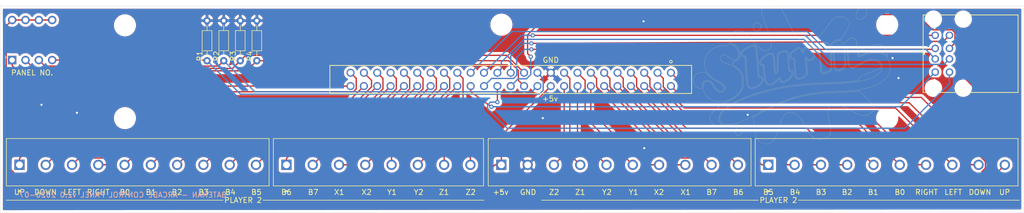
<source format=kicad_pcb>
(kicad_pcb (version 20171130) (host pcbnew "(5.1.2-1)-1")
  (title_block (title "Arcade Control Panel") (date 2020-07-14) (rev v2.0))
  (layers (0 F.Cu signal hide) (31 B.Cu signal hide) (34 B.Paste user) (35 F.Paste user) (36 B.SilkS user) (37 F.SilkS user) (38 B.Mask user) (39 F.Mask user) (44 Edge.Cuts user))
  (net 0 "")
  (net 1 /P2-B5)
  (net 2 /P2-B4)
  (net 3 /P2-B3)
  (net 4 /P2-B2)
  (net 5 /P2-B1)
  (net 6 /P2-B0)
  (net 7 /P2-RIGHT)
  (net 8 /P2-LEFT)
  (net 9 /P2-DOWN)
  (net 10 /P2-UP)
  (net 11 /P1-UP)
  (net 12 /P1-DOWN)
  (net 13 /P1-LEFT)
  (net 14 /P1-RIGHT)
  (net 15 /P1-B0)
  (net 16 /P1-B1)
  (net 17 /P1-B2)
  (net 18 /P1-B3)
  (net 19 /P1-B4)
  (net 20 /P1-B5)
  (net 21 /P2-B6)
  (net 22 /P2-B7)
  (net 23 /P2-X1)
  (net 24 /P2-X2)
  (net 25 /P2-Y1)
  (net 26 /P2-Y2)
  (net 27 /P2-Z1)
  (net 28 /P1-Z2)
  (net 29 "Net-(J3-Pad32)")
  (net 30 "Net-(J3-Pad31)")
  (net 31 "Net-(J3-Pad30)")
  (net 32 "Net-(J3-Pad29)")
  (net 33 "Net-(J3-Pad28)")
  (net 34 "Net-(J3-Pad27)")
  (net 35 "Net-(J3-Pad26)")
  (net 36 "Net-(J3-Pad25)")
  (net 37 "Net-(J3-Pad21)")
  (net 38 /+5v)
  (net 39 /GND)
  (net 40 /P1-Z1)
  (net 41 /P1-Y2)
  (net 42 /P1-Y1)
  (net 43 /P1-X2)
  (net 44 /P1-B7)
  (net 45 /P1-X1)
  (net 46 /P1-B6)
  (net 47 /P2-Z2)
  (net 48 "Net-(J3-Pad24)")
  (net 49 "Net-(J3-Pad23)")
  (net 50 "Net-(J3-Pad22)")
  (module ul_SBH11PBPCD25STBK:SBH11-PBPC-D25-ST-BK (layer F.Cu) (at 176.657 94.488 180)
    (fp_text reference J3 hide)
    (fp_text value SBH11-PBPC-D25-ST-BK hide)
    (pad 50 thru_hole circle (at 60.96 -2.54 180) (size 1.524 1.524) (drill 1.016) (layers *.Cu *.Mask) (net 10 /P2-UP))
    (pad 49 thru_hole circle (at 60.96 0 180) (size 1.524 1.524) (drill 1.016) (layers *.Cu *.Mask) (net 9 /P2-DOWN))
    (pad 48 thru_hole circle (at 58.42 -2.54 180) (size 1.524 1.524) (drill 1.016) (layers *.Cu *.Mask) (net 8 /P2-LEFT))
    (pad 47 thru_hole circle (at 58.42 0 180) (size 1.524 1.524) (drill 1.016) (layers *.Cu *.Mask) (net 7 /P2-RIGHT))
    (pad 46 thru_hole circle (at 55.88 -2.54 180) (size 1.524 1.524) (drill 1.016) (layers *.Cu *.Mask) (net 6 /P2-B0))
    (pad 45 thru_hole circle (at 55.88 0 180) (size 1.524 1.524) (drill 1.016) (layers *.Cu *.Mask) (net 5 /P2-B1))
    (pad 44 thru_hole circle (at 53.34 -2.54 180) (size 1.524 1.524) (drill 1.016) (layers *.Cu *.Mask) (net 4 /P2-B2))
    (pad 43 thru_hole circle (at 53.34 0 180) (size 1.524 1.524) (drill 1.016) (layers *.Cu *.Mask) (net 3 /P2-B3))
    (pad 42 thru_hole circle (at 50.8 -2.54 180) (size 1.524 1.524) (drill 1.016) (layers *.Cu *.Mask) (net 2 /P2-B4))
    (pad 41 thru_hole circle (at 50.8 0 180) (size 1.524 1.524) (drill 1.016) (layers *.Cu *.Mask) (net 1 /P2-B5))
    (pad 40 thru_hole circle (at 48.26 -2.54 180) (size 1.524 1.524) (drill 1.016) (layers *.Cu *.Mask) (net 21 /P2-B6))
    (pad 39 thru_hole circle (at 48.26 0 180) (size 1.524 1.524) (drill 1.016) (layers *.Cu *.Mask) (net 22 /P2-B7))
    (pad 38 thru_hole circle (at 45.72 -2.54 180) (size 1.524 1.524) (drill 1.016) (layers *.Cu *.Mask) (net 23 /P2-X1))
    (pad 37 thru_hole circle (at 45.72 0 180) (size 1.524 1.524) (drill 1.016) (layers *.Cu *.Mask) (net 24 /P2-X2))
    (pad 36 thru_hole circle (at 43.18 -2.54 180) (size 1.524 1.524) (drill 1.016) (layers *.Cu *.Mask) (net 25 /P2-Y1))
    (pad 35 thru_hole circle (at 43.18 0 180) (size 1.524 1.524) (drill 1.016) (layers *.Cu *.Mask) (net 26 /P2-Y2))
    (pad 34 thru_hole circle (at 40.64 -2.54 180) (size 1.524 1.524) (drill 1.016) (layers *.Cu *.Mask) (net 27 /P2-Z1))
    (pad 33 thru_hole circle (at 40.64 0 180) (size 1.524 1.524) (drill 1.016) (layers *.Cu *.Mask) (net 47 /P2-Z2))
    (pad 32 thru_hole circle (at 38.1 -2.54 180) (size 1.524 1.524) (drill 1.016) (layers *.Cu *.Mask) (net 29 "Net-(J3-Pad32)"))
    (pad 31 thru_hole circle (at 38.1 0 180) (size 1.524 1.524) (drill 1.016) (layers *.Cu *.Mask) (net 30 "Net-(J3-Pad31)"))
    (pad 30 thru_hole circle (at 35.56 -2.54 180) (size 1.524 1.524) (drill 1.016) (layers *.Cu *.Mask) (net 31 "Net-(J3-Pad30)"))
    (pad 29 thru_hole circle (at 35.56 0 180) (size 1.524 1.524) (drill 1.016) (layers *.Cu *.Mask) (net 32 "Net-(J3-Pad29)"))
    (pad 28 thru_hole circle (at 33.02 -2.54 180) (size 1.524 1.524) (drill 1.016) (layers *.Cu *.Mask) (net 33 "Net-(J3-Pad28)"))
    (pad 27 thru_hole circle (at 33.02 0 180) (size 1.524 1.524) (drill 1.016) (layers *.Cu *.Mask) (net 34 "Net-(J3-Pad27)"))
    (pad 26 thru_hole circle (at 30.48 -2.54 180) (size 1.524 1.524) (drill 1.016) (layers *.Cu *.Mask) (net 35 "Net-(J3-Pad26)"))
    (pad 25 thru_hole circle (at 30.48 0 180) (size 1.524 1.524) (drill 1.016) (layers *.Cu *.Mask) (net 36 "Net-(J3-Pad25)"))
    (pad 24 thru_hole circle (at 27.94 -2.54 180) (size 1.524 1.524) (drill 1.016) (layers *.Cu *.Mask) (net 48 "Net-(J3-Pad24)"))
    (pad 23 thru_hole circle (at 27.94 0 180) (size 1.524 1.524) (drill 1.016) (layers *.Cu *.Mask) (net 49 "Net-(J3-Pad23)"))
    (pad 22 thru_hole circle (at 25.4 -2.54 180) (size 1.524 1.524) (drill 1.016) (layers *.Cu *.Mask) (net 50 "Net-(J3-Pad22)"))
    (pad 21 thru_hole circle (at 25.4 0 180) (size 1.524 1.524) (drill 1.016) (layers *.Cu *.Mask) (net 37 "Net-(J3-Pad21)"))
    (pad 20 thru_hole circle (at 22.86 -2.54 180) (size 1.524 1.524) (drill 1.016) (layers *.Cu *.Mask) (net 38 /+5v))
    (pad 19 thru_hole circle (at 22.86 0 180) (size 1.524 1.524) (drill 1.016) (layers *.Cu *.Mask) (net 39 /GND))
    (pad 18 thru_hole circle (at 20.32 -2.54 180) (size 1.524 1.524) (drill 1.016) (layers *.Cu *.Mask) (net 28 /P1-Z2))
    (pad 17 thru_hole circle (at 20.32 0 180) (size 1.524 1.524) (drill 1.016) (layers *.Cu *.Mask) (net 40 /P1-Z1))
    (pad 16 thru_hole circle (at 17.78 -2.54 180) (size 1.524 1.524) (drill 1.016) (layers *.Cu *.Mask) (net 41 /P1-Y2))
    (pad 15 thru_hole circle (at 17.78 0 180) (size 1.524 1.524) (drill 1.016) (layers *.Cu *.Mask) (net 42 /P1-Y1))
    (pad 14 thru_hole circle (at 15.24 -2.54 180) (size 1.524 1.524) (drill 1.016) (layers *.Cu *.Mask) (net 43 /P1-X2))
    (pad 13 thru_hole circle (at 15.24 0 180) (size 1.524 1.524) (drill 1.016) (layers *.Cu *.Mask) (net 45 /P1-X1))
    (pad 12 thru_hole circle (at 12.7 -2.54 180) (size 1.524 1.524) (drill 1.016) (layers *.Cu *.Mask) (net 44 /P1-B7))
    (pad 11 thru_hole circle (at 12.7 0 180) (size 1.524 1.524) (drill 1.016) (layers *.Cu *.Mask) (net 46 /P1-B6))
    (pad 10 thru_hole circle (at 10.16 -2.54 180) (size 1.524 1.524) (drill 1.016) (layers *.Cu *.Mask) (net 20 /P1-B5))
    (pad 9 thru_hole circle (at 10.16 0 180) (size 1.524 1.524) (drill 1.016) (layers *.Cu *.Mask) (net 19 /P1-B4))
    (pad 8 thru_hole circle (at 7.62 -2.54 180) (size 1.524 1.524) (drill 1.016) (layers *.Cu *.Mask) (net 18 /P1-B3))
    (pad 7 thru_hole circle (at 7.62 0 180) (size 1.524 1.524) (drill 1.016) (layers *.Cu *.Mask) (net 17 /P1-B2))
    (pad 6 thru_hole circle (at 5.08 -2.54 180) (size 1.524 1.524) (drill 1.016) (layers *.Cu *.Mask) (net 16 /P1-B1))
    (pad 5 thru_hole circle (at 5.08 0 180) (size 1.524 1.524) (drill 1.016) (layers *.Cu *.Mask) (net 15 /P1-B0))
    (pad 4 thru_hole circle (at 2.54 -2.54 180) (size 1.524 1.524) (drill 1.016) (layers *.Cu *.Mask) (net 14 /P1-RIGHT))
    (pad 3 thru_hole circle (at 2.54 0 180) (size 1.524 1.524) (drill 1.016) (layers *.Cu *.Mask) (net 13 /P1-LEFT))
    (pad 2 thru_hole circle (at 0 -2.54 180) (size 1.524 1.524) (drill 1.016) (layers *.Cu *.Mask) (net 12 /P1-DOWN))
    (pad 1 thru_hole circle (at 0 0 180) (size 1.524 1.524) (drill 1.016) (layers *.Cu *.Mask) (net 11 /P1-UP))
  )
  (module Resistor_THT:R_Axial_DIN0204_L3.6mm_D1.6mm_P7.62mm_Horizontal (layer F.Cu) (at 97.867 92.202 90)
    (fp_text reference R4 (at 0.889 -1.347 90) (layer F.SilkS))
    (fp_text value 10k)
    (pad 2 thru_hole oval (at 7.62 0 90) (size 1.4 1.4) (drill 0.7) (layers *.Cu *.Mask) (net 39 /GND))
    (pad 1 thru_hole circle (at 0 0 90) (size 1.4 1.4) (drill 0.7) (layers *.Cu *.Mask) (net 48 "Net-(J3-Pad24)"))
  )
  (module Resistor_THT:R_Axial_DIN0204_L3.6mm_D1.6mm_P7.62mm_Horizontal (layer F.Cu) (at 94.717 92.202 90)
    (fp_text reference R3 (at 0.889 -1.372 90) (layer F.SilkS))
    (fp_text value 10k)
    (pad 2 thru_hole oval (at 7.62 0 90) (size 1.4 1.4) (drill 0.7) (layers *.Cu *.Mask) (net 39 /GND))
    (pad 1 thru_hole circle (at 0 0 90) (size 1.4 1.4) (drill 0.7) (layers *.Cu *.Mask) (net 49 "Net-(J3-Pad23)"))
  )
  (module Resistor_THT:R_Axial_DIN0204_L3.6mm_D1.6mm_P7.62mm_Horizontal (layer F.Cu) (at 91.567 92.202 90)
    (fp_text reference R2 (at 0.889 -1.397 90) (layer F.SilkS))
    (fp_text value 10k)
    (pad 2 thru_hole oval (at 7.62 0 90) (size 1.4 1.4) (drill 0.7) (layers *.Cu *.Mask) (net 39 /GND))
    (pad 1 thru_hole circle (at 0 0 90) (size 1.4 1.4) (drill 0.7) (layers *.Cu *.Mask) (net 50 "Net-(J3-Pad22)"))
  )
  (module MountingHole:MountingHole_3.2mm_M3 (layer F.Cu) (at 217.805 103.124)
    (fp_text reference 4 hide)
    (fp_text value MountingHole_3.2mm_M3 hide)
    (pad 1 np_thru_hole circle (at 0 0) (size 3.2 3.2) (drill 3.2) (layers *.Cu *.Mask))
  )
  (module MountingHole:MountingHole_3.2mm_M3 (layer F.Cu) (at 217.805 85.344)
    (fp_text reference 4 hide)
    (fp_text value MountingHole_3.2mm_M3 hide)
    (pad 1 np_thru_hole circle (at 0 0) (size 3.2 3.2) (drill 3.2) (layers *.Cu *.Mask))
  )
  (module MountingHole:MountingHole_3.2mm_M3 (layer F.Cu) (at 144.399 85.344)
    (fp_text reference 4 hide)
    (fp_text value MountingHole_3.2mm_M3 hide)
    (pad 1 np_thru_hole circle (at 0 0) (size 3.2 3.2) (drill 3.2) (layers *.Cu *.Mask))
  )
  (module MountingHole:MountingHole_3.2mm_M3 (layer F.Cu) (at 72.771 103.124)
    (fp_text reference 4 hide)
    (fp_text value MountingHole_3.2mm_M3 hide)
    (pad 1 np_thru_hole circle (at 0 0) (size 3.2 3.2) (drill 3.2) (layers *.Cu *.Mask))
  )
  (module MountingHole:MountingHole_3.2mm_M3 (layer F.Cu) (at 72.771 85.471)
    (fp_text reference 4 hide)
    (fp_text value MountingHole_3.2mm_M3 hide)
    (pad 1 np_thru_hole circle (at 0 0) (size 3.2 3.2) (drill 3.2) (layers *.Cu *.Mask))
  )
  (module digikey-footprints:DIP-8_W7.62mm (layer F.Cu) (at 51.308 92.075 90)
    (fp_text reference SW1 hide)
    (fp_text value SW_DIP_x04 hide)
    (pad 8 thru_hole circle (at 7.62 0 90) (size 1.6 1.6) (drill 1) (layers *.Cu *.Mask) (net 38 /+5v))
    (pad 7 thru_hole circle (at 7.62 2.54 90) (size 1.6 1.6) (drill 1) (layers *.Cu *.Mask) (net 38 /+5v))
    (pad 6 thru_hole circle (at 7.62 5.08 90) (size 1.6 1.6) (drill 1) (layers *.Cu *.Mask) (net 38 /+5v))
    (pad 5 thru_hole circle (at 7.62 7.62 90) (size 1.6 1.6) (drill 1) (layers *.Cu *.Mask) (net 38 /+5v))
    (pad 4 thru_hole circle (at 0 7.62 90) (size 1.6 1.6) (drill 1) (layers *.Cu *.Mask) (net 37 "Net-(J3-Pad21)"))
    (pad 3 thru_hole circle (at 0 5.08 90) (size 1.6 1.6) (drill 1) (layers *.Cu *.Mask) (net 50 "Net-(J3-Pad22)"))
    (pad 2 thru_hole circle (at 0 2.54 90) (size 1.6 1.6) (drill 1) (layers *.Cu *.Mask) (net 49 "Net-(J3-Pad23)"))
    (pad 1 thru_hole rect (at 0 0 90) (size 1.6 1.6) (drill 1) (layers *.Cu *.Mask) (net 48 "Net-(J3-Pad24)"))
  )
  (module Resistor_THT:R_Axial_DIN0204_L3.6mm_D1.6mm_P7.62mm_Horizontal (layer F.Cu) (at 88.392 92.202 90)
    (fp_text reference R1 (at 0.889 -1.397 90) (layer F.SilkS))
    (fp_text value 10k)
    (pad 2 thru_hole oval (at 7.62 0 90) (size 1.4 1.4) (drill 0.7) (layers *.Cu *.Mask) (net 39 /GND))
    (pad 1 thru_hole circle (at 0 0 90) (size 1.4 1.4) (drill 0.7) (layers *.Cu *.Mask) (net 37 "Net-(J3-Pad21)"))
  )
  (module AU-Y1008-2:AU-Y1008-2 (layer F.Cu) (at 226.949 94.361 90)
    (fp_text reference J6 hide)
    (fp_text value AU-Y1008-2 hide)
    (pad 12 np_thru_hole circle (at 10.07 -0.35 90) (size 2.3114 2.3114) (drill 2.3114) (layers *.Cu *.Mask))
    (pad 11 np_thru_hole circle (at -3.069999 -0.35 90) (size 2.3114 2.3114) (drill 2.3114) (layers *.Cu *.Mask))
    (pad 10 np_thru_hole circle (at 10.07 5.33 90) (size 2.3114 2.3114) (drill 2.3114) (layers *.Cu *.Mask))
    (pad 9 np_thru_hole circle (at -3.069999 5.33 90) (size 2.3114 2.3114) (drill 2.3114) (layers *.Cu *.Mask))
    (pad 8 thru_hole circle (at 7.000001 2.71 90) (size 1.4224 1.4224) (drill 0.9144) (layers *.Cu *.Mask) (net 36 "Net-(J3-Pad25)"))
    (pad 7 thru_hole circle (at 4.500001 2.71 90) (size 1.4224 1.4224) (drill 0.9144) (layers *.Cu *.Mask) (net 35 "Net-(J3-Pad26)"))
    (pad 6 thru_hole circle (at 2.5 2.71 90) (size 1.4224 1.4224) (drill 0.9144) (layers *.Cu *.Mask) (net 34 "Net-(J3-Pad27)"))
    (pad 5 thru_hole circle (at 0 2.71 90) (size 1.4224 1.4224) (drill 0.9144) (layers *.Cu *.Mask) (net 33 "Net-(J3-Pad28)"))
    (pad 4 thru_hole circle (at 7.000001 0.000001 90) (size 1.4224 1.4224) (drill 0.9144) (layers *.Cu *.Mask) (net 32 "Net-(J3-Pad29)"))
    (pad 3 thru_hole circle (at 4.500001 0.000001 90) (size 1.4224 1.4224) (drill 0.9144) (layers *.Cu *.Mask) (net 31 "Net-(J3-Pad30)"))
    (pad 2 thru_hole circle (at 2.5 0.000001 90) (size 1.4224 1.4224) (drill 0.9144) (layers *.Cu *.Mask) (net 30 "Net-(J3-Pad31)"))
    (pad 1 thru_hole circle (at 0 0.000001 90) (size 1.4224 1.4224) (drill 0.9144) (layers *.Cu *.Mask) (net 29 "Net-(J3-Pad32)"))
  )
  (module TB001-500-10BE:CUI_TB001-500-10BE (layer F.Cu) (at 144.399 112.014)
    (fp_text reference J5 hide)
    (fp_text value Screw_Terminal_01x10 hide)
    (pad 10 thru_hole circle (at 45 0) (size 1.95 1.95) (drill 1.3) (layers *.Cu *.Mask) (net 46 /P1-B6))
    (pad 9 thru_hole circle (at 40 0) (size 1.95 1.95) (drill 1.3) (layers *.Cu *.Mask) (net 44 /P1-B7))
    (pad 8 thru_hole circle (at 35 0) (size 1.95 1.95) (drill 1.3) (layers *.Cu *.Mask) (net 45 /P1-X1))
    (pad 7 thru_hole circle (at 30 0) (size 1.95 1.95) (drill 1.3) (layers *.Cu *.Mask) (net 43 /P1-X2))
    (pad 6 thru_hole circle (at 25 0) (size 1.95 1.95) (drill 1.3) (layers *.Cu *.Mask) (net 42 /P1-Y1))
    (pad 5 thru_hole circle (at 20 0) (size 1.95 1.95) (drill 1.3) (layers *.Cu *.Mask) (net 41 /P1-Y2))
    (pad 4 thru_hole circle (at 15 0) (size 1.95 1.95) (drill 1.3) (layers *.Cu *.Mask) (net 40 /P1-Z1))
    (pad 3 thru_hole circle (at 10 0) (size 1.95 1.95) (drill 1.3) (layers *.Cu *.Mask) (net 28 /P1-Z2))
    (pad 2 thru_hole circle (at 5 0) (size 1.95 1.95) (drill 1.3) (layers *.Cu *.Mask) (net 39 /GND))
    (pad 1 thru_hole rect (at 0 0) (size 1.95 1.95) (drill 1.3) (layers *.Cu *.Mask) (net 38 /+5v))
  )
  (module TB001-500-08BE:CUI_TB001-500-08BE (layer F.Cu) (at 103.505 112.014)
    (fp_text reference J4 hide)
    (fp_text value Screw_Terminal_01x08 hide)
    (pad 8 thru_hole circle (at 35 0) (size 1.95 1.95) (drill 1.3) (layers *.Cu *.Mask) (net 47 /P2-Z2))
    (pad 7 thru_hole circle (at 30 0) (size 1.95 1.95) (drill 1.3) (layers *.Cu *.Mask) (net 27 /P2-Z1))
    (pad 6 thru_hole circle (at 25 0) (size 1.95 1.95) (drill 1.3) (layers *.Cu *.Mask) (net 26 /P2-Y2))
    (pad 5 thru_hole circle (at 20 0) (size 1.95 1.95) (drill 1.3) (layers *.Cu *.Mask) (net 25 /P2-Y1))
    (pad 4 thru_hole circle (at 15 0) (size 1.95 1.95) (drill 1.3) (layers *.Cu *.Mask) (net 24 /P2-X2))
    (pad 3 thru_hole circle (at 10 0) (size 1.95 1.95) (drill 1.3) (layers *.Cu *.Mask) (net 23 /P2-X1))
    (pad 2 thru_hole circle (at 5 0) (size 1.95 1.95) (drill 1.3) (layers *.Cu *.Mask) (net 22 /P2-B7))
    (pad 1 thru_hole rect (at 0 0) (size 1.95 1.95) (drill 1.3) (layers *.Cu *.Mask) (net 21 /P2-B6))
  )
  (module TB001-500-10BE:CUI_TB001-500-10BE (layer F.Cu) (at 195.199 112.014)
    (fp_text reference J2 hide)
    (fp_text value Screw_Terminal_01x10 hide)
    (pad 10 thru_hole circle (at 45 0) (size 1.95 1.95) (drill 1.3) (layers *.Cu *.Mask) (net 11 /P1-UP))
    (pad 9 thru_hole circle (at 40 0) (size 1.95 1.95) (drill 1.3) (layers *.Cu *.Mask) (net 12 /P1-DOWN))
    (pad 8 thru_hole circle (at 35 0) (size 1.95 1.95) (drill 1.3) (layers *.Cu *.Mask) (net 13 /P1-LEFT))
    (pad 7 thru_hole circle (at 30 0) (size 1.95 1.95) (drill 1.3) (layers *.Cu *.Mask) (net 14 /P1-RIGHT))
    (pad 6 thru_hole circle (at 25 0) (size 1.95 1.95) (drill 1.3) (layers *.Cu *.Mask) (net 15 /P1-B0))
    (pad 5 thru_hole circle (at 20 0) (size 1.95 1.95) (drill 1.3) (layers *.Cu *.Mask) (net 16 /P1-B1))
    (pad 4 thru_hole circle (at 15 0) (size 1.95 1.95) (drill 1.3) (layers *.Cu *.Mask) (net 17 /P1-B2))
    (pad 3 thru_hole circle (at 10 0) (size 1.95 1.95) (drill 1.3) (layers *.Cu *.Mask) (net 18 /P1-B3))
    (pad 2 thru_hole circle (at 5 0) (size 1.95 1.95) (drill 1.3) (layers *.Cu *.Mask) (net 19 /P1-B4))
    (pad 1 thru_hole rect (at 0 0) (size 1.95 1.95) (drill 1.3) (layers *.Cu *.Mask) (net 20 /P1-B5))
  )
  (module TB001-500-10BE:CUI_TB001-500-10BE (layer F.Cu) (at 52.705 112.014)
    (fp_text reference J1 hide)
    (fp_text value Screw_Terminal_01x10 hide)
    (pad 10 thru_hole circle (at 45 0) (size 1.95 1.95) (drill 1.3) (layers *.Cu *.Mask) (net 1 /P2-B5))
    (pad 9 thru_hole circle (at 40 0) (size 1.95 1.95) (drill 1.3) (layers *.Cu *.Mask) (net 2 /P2-B4))
    (pad 8 thru_hole circle (at 35 0) (size 1.95 1.95) (drill 1.3) (layers *.Cu *.Mask) (net 3 /P2-B3))
    (pad 7 thru_hole circle (at 30 0) (size 1.95 1.95) (drill 1.3) (layers *.Cu *.Mask) (net 4 /P2-B2))
    (pad 6 thru_hole circle (at 25 0) (size 1.95 1.95) (drill 1.3) (layers *.Cu *.Mask) (net 5 /P2-B1))
    (pad 5 thru_hole circle (at 20 0) (size 1.95 1.95) (drill 1.3) (layers *.Cu *.Mask) (net 6 /P2-B0))
    (pad 4 thru_hole circle (at 15 0) (size 1.95 1.95) (drill 1.3) (layers *.Cu *.Mask) (net 7 /P2-RIGHT))
    (pad 3 thru_hole circle (at 10 0) (size 1.95 1.95) (drill 1.3) (layers *.Cu *.Mask) (net 8 /P2-LEFT))
    (pad 2 thru_hole circle (at 5 0) (size 1.95 1.95) (drill 1.3) (layers *.Cu *.Mask) (net 9 /P2-DOWN))
    (pad 1 thru_hole rect (at 0 0) (size 1.95 1.95) (drill 1.3) (layers *.Cu *.Mask) (net 10 /P2-UP))
  )
  (gr_text "BATEMAN - ARCADE CONTROL PANEL v2.0 2020-07" (at 72.39 117.729) (layer B.SilkS) (effects (font (size 1 1)) (justify mirror)))
  (gr_text +5v (at 153.67 99.441) (layer F.SilkS) (effects (font (size 1 1))))
  (gr_text GND (at 153.797 92.075) (layer F.SilkS) (effects (font (size 1 1))))
  (gr_arc (start 198.517383 90.750015) (end 198.753326 90.625766) (angle -40.99035557) (layer F.SilkS) (width 0.02))
  (gr_arc (start 198.389821 91.078242) (end 198.613979 90.501467) (angle -21.86623276) (layer F.SilkS) (width 0.02))
  (gr_arc (start 198.395627 91.60791) (end 198.383038 90.459477) (angle -15.48863569) (layer F.SilkS) (width 0.02))
  (gr_arc (start 198.806252 93.029) (end 198.076809 90.504546) (angle -8.343619387) (layer F.SilkS) (width 0.02))
  (gr_arc (start 198.633076 92.648305) (end 197.718208 90.637115) (angle -11.76462583) (layer F.SilkS) (width 0.02))
  (gr_arc (start 197.619568 91.264784) (end 197.327361 90.865897) (angle -35.7297731) (layer F.SilkS) (width 0.02))
  (gr_arc (start 198.419088 91.525263) (end 197.149425 91.111614) (angle -17.63763626) (layer F.SilkS) (width 0.02))
  (gr_line (start 197.090251 92.564575) (end 197.083775 91.515762) (layer F.SilkS) (width 0.02))
  (gr_line (start 197.087827 93.579815) (end 197.090251 92.564575) (layer F.SilkS) (width 0.02))
  (gr_arc (start 193.656124 93.496614) (end 197.017952 94.1906) (angle -10.27495249) (layer F.SilkS) (width 0.02))
  (gr_arc (start 196.033327 93.987342) (end 196.879103 94.530907) (angle -21.0642933) (layer F.SilkS) (width 0.02))
  (gr_arc (start 196.659594 94.389833) (end 196.659594 94.650766) (angle -57.27191361) (layer F.SilkS) (width 0.02))
  (gr_arc (start 196.659594 94.41307) (end 196.477369 94.565693) (angle -50.05206141) (layer F.SilkS) (width 0.02))
  (gr_arc (start 196.917571 94.197) (end 196.360439 94.33598) (angle -25.94103665) (layer F.SilkS) (width 0.02))
  (gr_arc (start 199.001243 93.677214) (end 196.286738 93.875421) (angle -9.830734806) (layer F.SilkS) (width 0.02))
  (gr_line (start 196.229234 92.925576) (end 196.286738 93.875421) (layer F.SilkS) (width 0.02))
  (gr_line (start 196.170573 91.985309) (end 196.229234 92.925576) (layer F.SilkS) (width 0.02))
  (gr_arc (start 192.184489 92.291119) (end 196.170573 91.985309) (angle -7.737260594) (layer F.SilkS) (width 0.02))
  (gr_arc (start 194.830357 91.722716) (end 196.093111 91.451444) (angle -14.83512424) (layer F.SilkS) (width 0.02))
  (gr_arc (start 195.698496 91.281151) (end 195.981563 91.137173) (angle -42.04696152) (layer F.SilkS) (width 0.02))
  (gr_arc (start 195.570145 91.615625) (end 195.812273 90.984652) (angle -48.73482541) (layer F.SilkS) (width 0.02))
  (gr_arc (start 197.419779 95.132523) (end 195.255559 91.017471) (angle -11.75205391) (layer F.SilkS) (width 0.02))
  (gr_arc (start 197.342869 95.0392) (end 194.462784 91.544532) (angle -11.8219986) (layer F.SilkS) (width 0.02))
  (gr_arc (start 194.197499 92.520653) (end 193.807915 92.208706) (angle -59.67845059) (layer F.SilkS) (width 0.02))
  (gr_arc (start 193.898453 92.635408) (end 193.731543 92.699457) (angle -25.68216278) (layer F.SilkS) (width 0.02))
  (gr_arc (start 194.146687 92.372211) (end 193.775789 92.765465) (angle -11.25666465) (layer F.SilkS) (width 0.02))
  (gr_arc (start 194.210951 92.269635) (end 193.859689 92.830301) (angle -10.36643996) (layer F.SilkS) (width 0.02))
  (gr_arc (start 194.210177 92.27158) (end 193.966311 92.884356) (angle -10.39114101) (layer F.SilkS) (width 0.02))
  (gr_line (start 194.191671 92.941225) (end 194.080835 92.918292) (layer F.SilkS) (width 0.02))
  (gr_line (start 194.286575 92.962555) (end 194.191671 92.941225) (layer F.SilkS) (width 0.02))
  (gr_arc (start 210.322693 87.422812) (end 207.816178 84.057985) (angle -8.736351703) (layer F.SilkS) (width 0.02))
  (gr_arc (start 212.068798 89.143537) (end 207.334183 84.477734) (angle -6.979217926) (layer F.SilkS) (width 0.02))
  (gr_line (start 206.218208 85.899465) (end 206.802326 85.087606) (layer F.SilkS) (width 0.02))
  (gr_arc (start 195.757485 78.878801) (end 205.079486 87.353277) (angle -8.406102867) (layer F.SilkS) (width 0.02))
  (gr_arc (start 201.229203 83.85305) (end 203.944383 88.291976) (angle -16.27347338) (layer F.SilkS) (width 0.02))
  (gr_arc (start 202.330072 85.652811) (end 202.843714 88.703608) (angle -21.89621001) (layer F.SilkS) (width 0.02))
  (gr_arc (start 202.513167 86.740309) (end 201.802861 88.60022) (angle -30.45888389) (layer F.SilkS) (width 0.02))
  (gr_arc (start 202.736394 86.155791) (end 201.064526 88.168644) (angle -18.81093468) (layer F.SilkS) (width 0.02))
  (gr_arc (start 203.511541 85.222549) (end 200.418975 87.481618) (angle -14.13959051) (layer F.SilkS) (width 0.02))
  (gr_arc (start 207.939598 81.987925) (end 199.707976 86.344624) (angle -8.256872867) (layer F.SilkS) (width 0.02))
  (gr_line (start 198.686825 84.334499) (end 199.707976 86.344624) (layer F.SilkS) (width 0.02))
  (gr_line (start 198.079932 83.110416) (end 198.686825 84.334499) (layer F.SilkS) (width 0.02))
  (gr_line (start 197.6904 82.392347) (end 198.079932 83.110416) (layer F.SilkS) (width 0.02))
  (gr_arc (start 192.420316 85.457639) (end 197.6904 82.392347) (angle -5.565534454) (layer F.SilkS) (width 0.02))
  (gr_arc (start 193.755147 84.496716) (end 197.368271 81.895682) (angle -7.04470296) (layer F.SilkS) (width 0.02))
  (gr_line (start 196.746797 81.192613) (end 197.021995 81.472191) (layer F.SilkS) (width 0.02))
  (gr_arc (start 194.692343 83.342538) (end 196.746797 81.192613) (angle -6.228121911) (layer F.SilkS) (width 0.02))
  (gr_arc (start 195.292375 82.559742) (end 196.501432 80.98242) (angle -7.627834119) (layer F.SilkS) (width 0.02))
  (gr_arc (start 195.855627 81.577963) (end 196.281363 80.835889) (angle -14.32063296) (layer F.SilkS) (width 0.02))
  (gr_line (start 212.934938 98.382733) (end 213.398546 98.820039) (layer F.SilkS) (width 0.02))
  (gr_line (start 212.54621 98.039613) (end 212.934938 98.382733) (layer F.SilkS) (width 0.02))
  (gr_arc (start 212.403234 98.205742) (end 212.54621 98.039613) (angle -36.79918305) (layer F.SilkS) (width 0.02))
  (gr_arc (start 212.362132 98.806021) (end 212.418208 97.987072) (angle -7.591892025) (layer F.SilkS) (width 0.02))
  (gr_line (start 212.130083 98.001253) (end 212.30952 97.986842) (layer F.SilkS) (width 0.02))
  (gr_line (start 211.924301 98.0245) (end 212.130083 98.001253) (layer F.SilkS) (width 0.02))
  (gr_line (start 211.718208 98.054578) (end 211.924301 98.0245) (layer F.SilkS) (width 0.02))
  (gr_arc (start 211.174613 94.707351) (end 211.392978 98.091393) (angle -5.532322379) (layer F.SilkS) (width 0.02))
  (gr_line (start 210.542583 98.142861) (end 211.392978 98.091393) (layer F.SilkS) (width 0.02))
  (gr_line (start 209.527064 98.194829) (end 210.542583 98.142861) (layer F.SilkS) (width 0.02))
  (gr_line (start 208.418208 98.24109) (end 209.527064 98.194829) (layer F.SilkS) (width 0.02))
  (gr_line (start 206.514337 98.324331) (end 208.418208 98.24109) (layer F.SilkS) (width 0.02))
  (gr_line (start 205.187889 98.413446) (end 206.514337 98.324331) (layer F.SilkS) (width 0.02))
  (gr_line (start 204.079887 98.532326) (end 205.187889 98.413446) (layer F.SilkS) (width 0.02))
  (gr_line (start 202.921756 98.705935) (end 204.079887 98.532326) (layer F.SilkS) (width 0.02))
  (gr_line (start 201.49758 98.997452) (end 202.921756 98.705935) (layer F.SilkS) (width 0.02))
  (gr_line (start 200.030332 99.395757) (end 201.49758 98.997452) (layer F.SilkS) (width 0.02))
  (gr_line (start 198.565623 99.88698) (end 200.030332 99.395757) (layer F.SilkS) (width 0.02))
  (gr_line (start 197.148948 100.457234) (end 198.565623 99.88698) (layer F.SilkS) (width 0.02))
  (gr_line (start 196.091087 100.958952) (end 197.148948 100.457234) (layer F.SilkS) (width 0.02))
  (gr_line (start 194.308633 101.886021) (end 196.091087 100.958952) (layer F.SilkS) (width 0.02))
  (gr_line (start 192.329871 102.934129) (end 194.308633 101.886021) (layer F.SilkS) (width 0.02))
  (gr_arc (start 192.38381 103.03575) (end 192.329871 102.934129) (angle -62.54029443) (layer F.SilkS) (width 0.02))
  (gr_arc (start 192.471794 103.034984) (end 192.268765 103.036753) (angle -11.69010759) (layer F.SilkS) (width 0.02))
  (gr_line (start 192.297342 103.184775) (end 192.273335 103.077853) (layer F.SilkS) (width 0.02))
  (gr_line (start 192.32848 103.312047) (end 192.297342 103.184775) (layer F.SilkS) (width 0.02))
  (gr_line (start 192.365266 103.450766) (end 192.32848 103.312047) (layer F.SilkS) (width 0.02))
  (gr_arc (start 190.738354 103.896738) (end 192.40839 103.658595) (angle -7.213905438) (layer F.SilkS) (width 0.02))
  (gr_line (start 192.462933 104.070653) (end 192.40839 103.658595) (layer F.SilkS) (width 0.02))
  (gr_line (start 192.517007 104.558111) (end 192.462933 104.070653) (layer F.SilkS) (width 0.02))
  (gr_line (start 192.563023 105.06953) (end 192.517007 104.558111) (layer F.SilkS) (width 0.02))
  (gr_line (start 192.614072 105.586473) (end 192.563023 105.06953) (layer F.SilkS) (width 0.02))
  (gr_line (start 192.682893 106.086317) (end 192.614072 105.586473) (layer F.SilkS) (width 0.02))
  (gr_line (start 192.758536 106.511341) (end 192.682893 106.086317) (layer F.SilkS) (width 0.02))
  (gr_arc (start 194.061207 106.253501) (end 192.758536 106.511341) (angle -10.61138129) (layer F.SilkS) (width 0.02))
  (gr_arc (start 194.4861 106.083491) (end 192.828294 106.746814) (angle -20.04033318) (layer F.SilkS) (width 0.02))
  (gr_arc (start 194.788642 105.812534) (end 193.15598 107.274751) (angle -17.18601228) (layer F.SilkS) (width 0.02))
  (gr_arc (start 194.917247 105.598217) (end 193.660926 107.691874) (angle -16.21920143) (layer F.SilkS) (width 0.02))
  (gr_arc (start 195.001327 105.278809) (end 194.295712 107.959454) (angle -14.74725575) (layer F.SilkS) (width 0.02))
  (gr_arc (start 195.001329 105.917163) (end 195.00133 108.050766) (angle -6.752988196) (layer F.SilkS) (width 0.02))
  (gr_arc (start 195.15996 107.256823) (end 195.252219 108.035964) (angle -14.24780718) (layer F.SilkS) (width 0.02))
  (gr_arc (start 195.151448 107.234649) (end 195.44114 107.989292) (angle -13.98615861) (layer F.SilkS) (width 0.02))
  (gr_arc (start 194.263625 105.96609) (end 195.614939 107.896905) (angle -6.296596512) (layer F.SilkS) (width 0.02))
  (gr_arc (start 194.108963 105.789935) (end 195.81855 107.737051) (angle -11.93033995) (layer F.SilkS) (width 0.02))
  (gr_arc (start 193.617426 105.422399) (end 196.184135 107.341583) (angle -10.17248264) (layer F.SilkS) (width 0.02))
  (gr_arc (start 190.680973 103.951058) (end 196.482738 106.858103) (angle -6.668492114) (layer F.SilkS) (width 0.02))
  (gr_line (start 197.165577 105.048715) (end 196.781067 106.164708) (layer F.SilkS) (width 0.02))
  (gr_line (start 197.572125 103.875294) (end 197.165577 105.048715) (layer F.SilkS) (width 0.02))
  (gr_arc (start 204.39882 106.379152) (end 197.902176 103.113163) (angle -6.547812998) (layer F.SilkS) (width 0.02))
  (gr_arc (start 200.973508 104.657183) (end 198.215273 102.605545) (angle -9.953119494) (layer F.SilkS) (width 0.02))
  (gr_arc (start 199.338246 103.440837) (end 198.557996 102.278946) (angle -19.47458057) (layer F.SilkS) (width 0.02))
  (gr_arc (start 199.275877 103.34796) (end 199.087359 102.074145) (angle -25.46442241) (layer F.SilkS) (width 0.02))
  (gr_arc (start 199.354156 103.876883) (end 199.708485 102.089288) (angle -19.62997611) (layer F.SilkS) (width 0.02))
  (gr_arc (start 199.272465 104.289016) (end 200.350895 102.322825) (angle -17.53260365) (layer F.SilkS) (width 0.02))
  (gr_arc (start 198.971307 104.838081) (end 200.939519 102.750998) (angle -14.5767557) (layer F.SilkS) (width 0.02))
  (gr_arc (start 198.550979 105.283795) (end 201.264282 103.102472) (angle -7.881936198) (layer F.SilkS) (width 0.02))
  (gr_arc (start 196.877917 106.628841) (end 201.582077 103.539123) (angle -5.500026276) (layer F.SilkS) (width 0.02))
  (gr_line (start 201.933724 104.119092) (end 201.582077 103.539123) (layer F.SilkS) (width 0.02))
  (gr_line (start 202.369858 104.928715) (end 201.933724 104.119092) (layer F.SilkS) (width 0.02))
  (gr_line (start 202.822925 105.74176) (end 202.369858 104.928715) (layer F.SilkS) (width 0.02))
  (gr_arc (start 206.745591 103.403672) (end 202.822925 105.74176) (angle -8.479113115) (layer F.SilkS) (width 0.02))
  (gr_arc (start 205.324313 104.565976) (end 203.210549 106.294597) (angle -11.4121283) (layer F.SilkS) (width 0.02))
  (gr_arc (start 204.979688 104.986847) (end 203.594373 106.67866) (angle -13.48056722) (layer F.SilkS) (width 0.02))
  (gr_arc (start 204.828582 105.298987) (end 204.026928 106.954988) (angle -23.28227376) (layer F.SilkS) (width 0.02))
  (gr_arc (start 204.895056 103.805729) (end 204.746761 107.137001) (angle -14.91796767) (layer F.SilkS) (width 0.02))
  (gr_arc (start 204.942759 104.023256) (end 205.609347 107.062898) (angle -15.36520856) (layer F.SilkS) (width 0.02))
  (gr_arc (start 205.822801 105.69706) (end 206.390937 106.777624) (angle -30.8958053) (layer F.SilkS) (width 0.02))
  (gr_arc (start 205.829595 105.701203) (end 206.865167 106.332569) (angle -22.24498064) (layer F.SilkS) (width 0.02))
  (gr_arc (start 204.005824 105.408274) (end 207.027107 105.893545) (angle -11.1455475) (layer F.SilkS) (width 0.02))
  (gr_arc (start 201.897956 105.482643) (end 207.063928 105.300373) (angle -8.469271708) (layer F.SilkS) (width 0.02))
  (gr_line (start 206.768208 103.584595) (end 206.980748 104.541521) (layer F.SilkS) (width 0.02))
  (gr_line (start 206.653394 103.108195) (end 206.768208 103.584595) (layer F.SilkS) (width 0.02))
  (gr_line (start 206.556442 102.632219) (end 206.653394 103.108195) (layer F.SilkS) (width 0.02))
  (gr_line (start 206.487107 102.216683) (end 206.556442 102.632219) (layer F.SilkS) (width 0.02))
  (gr_arc (start 208.16927 101.966339) (end 206.468581 101.96497) (angle -8.51092582) (layer F.SilkS) (width 0.02))
  (gr_arc (start 208.066624 101.966256) (end 206.644424 101.237497) (angle -27.08524992) (layer F.SilkS) (width 0.02))
  (gr_arc (start 207.79141 101.825229) (end 207.126694 100.721074) (angle -31.82022214) (layer F.SilkS) (width 0.02))
  (gr_arc (start 207.935959 102.065334) (end 207.859634 100.498133) (angle -28.26038618) (layer F.SilkS) (width 0.02))
  (gr_arc (start 207.989861 103.172089) (end 208.734775 100.600688) (angle -18.94409923) (layer F.SilkS) (width 0.02))
  (gr_arc (start 208.086187 102.839576) (end 209.039769 100.712614) (angle -7.99227002) (layer F.SilkS) (width 0.02))
  (gr_line (start 209.514012 100.935588) (end 209.039769 100.712614) (layer F.SilkS) (width 0.02))
  (gr_line (start 210.046844 101.210142) (end 209.514012 100.935588) (layer F.SilkS) (width 0.02))
  (gr_line (start 210.568208 101.503431) (end 210.046844 101.210142) (layer F.SilkS) (width 0.02))
  (gr_line (start 211.660424 102.119785) (end 210.568208 101.503431) (layer F.SilkS) (width 0.02))
  (gr_arc (start 214.576353 96.740625) (end 211.660424 102.119785) (angle -7.357687024) (layer F.SilkS) (width 0.02))
  (gr_arc (start 213.415193 99.749297) (end 212.373306 102.448916) (angle -11.5513508) (layer F.SilkS) (width 0.02))
  (gr_arc (start 213.321061 100.308696) (end 212.934997 102.602871) (angle -13.60457962) (layer F.SilkS) (width 0.02))
  (gr_arc (start 213.330886 100.447333) (end 213.485465 102.629311) (angle -13.50500491) (layer F.SilkS) (width 0.02))
  (gr_arc (start 213.179178 99.967832) (end 213.990749 102.53288) (angle -11.56392384) (layer F.SilkS) (width 0.02))
  (gr_arc (start 213.282549 100.153393) (end 214.488467 102.318125) (angle -12.00325022) (layer F.SilkS) (width 0.02))
  (gr_arc (start 214.003693 100.979347) (end 214.912294 102.020004) (angle -18.58942088) (layer F.SilkS) (width 0.02))
  (gr_arc (start 214.401844 101.21188) (end 215.196635 101.676062) (angle -27.0307831) (layer F.SilkS) (width 0.02))
  (gr_arc (start 214.5833 101.222201) (end 215.320771 101.264148) (angle -31.87327168) (layer F.SilkS) (width 0.02))
  (gr_arc (start 212.870797 102.156576) (end 215.231723 100.868407) (angle -13.65847572) (layer F.SilkS) (width 0.02))
  (gr_line (start 213.931027 99.356483) (end 214.860777 100.347341) (layer F.SilkS) (width 0.02))
  (gr_line (start 183.379581 94.60147) (end 183.832863 95.030305) (layer F.SilkS) (width 0.02))
  (gr_arc (start 182.717345 95.335182) (end 183.379581 94.60147) (angle -17.98776702) (layer F.SilkS) (width 0.02))
  (gr_arc (start 182.879488 94.972384) (end 183.120632 94.432824) (angle -25.6760522) (layer F.SilkS) (width 0.02))
  (gr_arc (start 182.941875 97.21311) (end 182.863039 94.381618) (angle -8.031412459) (layer F.SilkS) (width 0.02))
  (gr_arc (start 183.051919 97.861911) (end 182.468208 94.420405) (angle -11.79959825) (layer F.SilkS) (width 0.02))
  (gr_arc (start 182.297189 95.938624) (end 181.776791 94.612491) (angle -23.04566939) (layer F.SilkS) (width 0.02))
  (gr_arc (start 182.073959 95.711238) (end 181.299188 94.922043) (angle -26.86419959) (layer F.SilkS) (width 0.02))
  (gr_arc (start 182.579184 95.881892) (end 181.026182 95.357314) (angle -20.00530769) (layer F.SilkS) (width 0.02))
  (gr_arc (start 183.133503 95.868913) (end 180.940427 95.920259) (angle -12.47676428) (layer F.SilkS) (width 0.02))
  (gr_arc (start 182.368394 96.057096) (end 181.003312 96.392847) (angle -17.41366411) (layer F.SilkS) (width 0.02))
  (gr_arc (start 182.288436 96.105582) (end 181.166355 96.785985) (angle -18.11531499) (layer F.SilkS) (width 0.02))
  (gr_arc (start 182.550808 95.800042) (end 181.433532 97.101148) (angle -14.82188719) (layer F.SilkS) (width 0.02))
  (gr_line (start 182.211039 97.522455) (end 181.803551 97.343671) (layer F.SilkS) (width 0.02))
  (gr_arc (start 182.352064 97.165309) (end 182.211039 97.522455) (angle -31.66105296) (layer F.SilkS) (width 0.02))
  (gr_arc (start 182.394298 97.402085) (end 182.419491 97.543324) (angle -62.12329891) (layer F.SilkS) (width 0.02))
  (gr_arc (start 181.78619 97.207277) (end 182.530926 97.445854) (angle -17.76293659) (layer F.SilkS) (width 0.02))
  (gr_arc (start 184.466071 97.207275) (end 182.640028 96.690118) (angle -15.81278848) (layer F.SilkS) (width 0.02))
  (gr_arc (start 183.687081 96.986655) (end 182.850917 96.290175) (angle -23.97977205) (layer F.SilkS) (width 0.02))
  (gr_arc (start 183.544064 96.867529) (end 183.185628 96.039692) (angle -26.79593053) (layer F.SilkS) (width 0.02))
  (gr_arc (start 183.614812 97.030922) (end 183.614813 95.950766) (angle -23.41178396) (layer F.SilkS) (width 0.02))
  (gr_arc (start 183.614812 97.458926) (end 183.961862 95.99124) (angle -13.30378451) (layer F.SilkS) (width 0.02))
  (gr_arc (start 183.78097 96.756234) (end 184.231485 96.11205) (angle -21.66341248) (layer F.SilkS) (width 0.02))
  (gr_arc (start 183.632013 96.969225) (end 184.468655 96.341414) (angle -18.14833897) (layer F.SilkS) (width 0.02))
  (gr_arc (start 181.489771 98.576746) (end 184.720582 96.724095) (angle -7.05294575) (layer F.SilkS) (width 0.02))
  (gr_arc (start 188.644025 94.474276) (end 184.720582 96.724095) (angle -6.953344154) (layer F.SilkS) (width 0.02))
  (gr_arc (start 188.070007 94.903459) (end 185.021805 97.182524) (angle -7.913754835) (layer F.SilkS) (width 0.02))
  (gr_arc (start 187.490268 95.477121) (end 185.364621 97.580503) (angle -8.624212995) (layer F.SilkS) (width 0.02))
  (gr_arc (start 186.147485 97.280084) (end 185.704065 97.875468) (angle -24.28983045) (layer F.SilkS) (width 0.02))
  (gr_arc (start 186.142912 97.300903) (end 185.98823 98.005164) (angle -35.700697) (layer F.SilkS) (width 0.02))
  (gr_arc (start 186.208467 97.453022) (end 186.428271 97.963082) (angle -43.39032326) (layer F.SilkS) (width 0.02))
  (gr_arc (start 186.130986 97.419658) (end 186.718589 97.67268) (angle -39.7092071) (layer F.SilkS) (width 0.02))
  (gr_arc (start 185.877699 97.494265) (end 186.744681 97.238893) (angle -30.66442922) (layer F.SilkS) (width 0.02))
  (gr_arc (start 185.630841 97.759701) (end 186.493208 96.832433) (angle -9.213923535) (layer F.SilkS) (width 0.02))
  (gr_line (start 186.049301 96.524492) (end 186.333606 96.706314) (layer F.SilkS) (width 0.02))
  (gr_line (start 185.713792 96.327964) (end 186.049301 96.524492) (layer F.SilkS) (width 0.02))
  (gr_line (start 185.368208 96.143263) (end 185.713792 96.327964) (layer F.SilkS) (width 0.02))
  (gr_line (start 184.940978 95.905966) (end 185.368208 96.143263) (layer F.SilkS) (width 0.02))
  (gr_line (start 184.557063 95.651765) (end 184.940978 95.905966) (layer F.SilkS) (width 0.02))
  (gr_line (start 184.194859 95.365125) (end 184.557063 95.651765) (layer F.SilkS) (width 0.02))
  (gr_line (start 183.832863 95.030305) (end 184.194859 95.365125) (layer F.SilkS) (width 0.02))
  (gr_arc (start 215.934718 90.933085) (end 216.771474 89.275766) (angle -18.13421846) (layer F.SilkS) (width 0.02))
  (gr_arc (start 215.952904 90.81362) (end 216.214082 89.09765) (angle -19.07292658) (layer F.SilkS) (width 0.02))
  (gr_arc (start 216.38434 93.160013) (end 215.639014 89.106505) (angle -11.08655725) (layer F.SilkS) (width 0.02))
  (gr_line (start 213.595796 89.859686) (end 214.873468 89.325473) (layer F.SilkS) (width 0.02))
  (gr_line (start 212.373385 90.400766) (end 213.595796 89.859686) (layer F.SilkS) (width 0.02))
  (gr_line (start 212.370796 90.769865) (end 212.373385 90.400766) (layer F.SilkS) (width 0.02))
  (gr_arc (start 213.778506 90.779739) (end 212.370796 90.769865) (angle -5.949860966) (layer F.SilkS) (width 0.02))
  (gr_arc (start 213.40483 90.816034) (end 212.377356 90.915838) (angle -7.507415192) (layer F.SilkS) (width 0.02))
  (gr_arc (start 213.177356 90.868784) (end 212.399204 91.049227) (angle -7.915586114) (layer F.SilkS) (width 0.02))
  (gr_arc (start 212.52225 91.119875) (end 212.431467 91.15467) (angle -37.3115275) (layer F.SilkS) (width 0.02))
  (gr_arc (start 212.520239 91.123129) (end 212.471137 91.202577) (angle -47.66186652) (layer F.SilkS) (width 0.02))
  (gr_line (start 212.800002 91.135083) (end 212.545895 91.212933) (layer F.SilkS) (width 0.02))
  (gr_line (start 213.104508 91.025516) (end 212.800002 91.135083) (layer F.SilkS) (width 0.02))
  (gr_line (start 213.446137 90.883479) (end 213.104508 91.025516) (layer F.SilkS) (width 0.02))
  (gr_line (start 213.998658 90.655494) (end 213.446137 90.883479) (layer F.SilkS) (width 0.02))
  (gr_arc (start 214.743212 92.580034) (end 214.350081 90.554284) (angle -10.16745054) (layer F.SilkS) (width 0.02))
  (gr_arc (start 214.806249 92.90485) (end 214.73065 90.511623) (angle -9.173423366) (layer F.SilkS) (width 0.02))
  (gr_line (start 215.418208 90.500766) (end 214.73065 90.511623) (layer F.SilkS) (width 0.02))
  (gr_line (start 216.195024 90.533338) (end 215.418208 90.500766) (layer F.SilkS) (width 0.02))
  (gr_arc (start 215.974115 93.16296) (end 216.747683 90.640005) (angle -12.24413386) (layer F.SilkS) (width 0.02))
  (gr_arc (start 216.178719 92.495656) (end 217.201944 90.846362) (angle -14.76939446) (layer F.SilkS) (width 0.02))
  (gr_arc (start 215.49639 93.595472) (end 217.65649 91.187052) (angle -10.0732111) (layer F.SilkS) (width 0.02))
  (gr_line (start 217.894773 91.400766) (end 217.65649 91.187052) (layer F.SilkS) (width 0.02))
  (gr_line (start 217.827798 91.000766) (end 217.894773 91.400766) (layer F.SilkS) (width 0.02))
  (gr_arc (start 216.267103 91.262087) (end 217.827798 91.000766) (angle -7.135601604) (layer F.SilkS) (width 0.02))
  (gr_line (start 217.70064 90.556704) (end 217.783249 90.808924) (layer F.SilkS) (width 0.02))
  (gr_line (start 217.597969 90.290639) (end 217.70064 90.556704) (layer F.SilkS) (width 0.02))
  (gr_line (start 217.48897 90.050766) (end 217.597969 90.290639) (layer F.SilkS) (width 0.02))
  (gr_arc (start 214.177424 91.687587) (end 217.48897 90.050766) (angle -5.074201685) (layer F.SilkS) (width 0.02))
  (gr_arc (start 216.268218 90.412549) (end 217.331222 89.764289) (angle -11.41715783) (layer F.SilkS) (width 0.02))
  (gr_arc (start 216.413128 90.27839) (end 217.181864 89.566694) (angle -12.68240827) (layer F.SilkS) (width 0.02))
  (gr_arc (start 215.857336 91.086348) (end 217.006858 89.415284) (angle -7.735429217) (layer F.SilkS) (width 0.02))
  (gr_arc (start 187.63624 90.653289) (end 188.762076 89.407124) (angle -14.71644369) (layer F.SilkS) (width 0.02))
  (gr_arc (start 187.928991 90.088018) (end 188.408573 89.162002) (angle -21.02861414) (layer F.SilkS) (width 0.02))
  (gr_arc (start 187.948826 89.909807) (end 188.044347 89.051583) (angle -23.45306076) (layer F.SilkS) (width 0.02))
  (gr_arc (start 187.960168 89.946675) (end 187.694885 89.084467) (angle -22.69713842) (layer F.SilkS) (width 0.02))
  (gr_arc (start 186.822258 88.580873) (end 187.24689 89.346632) (angle -10.7897547) (layer F.SilkS) (width 0.02))
  (gr_arc (start 187.015464 88.92929) (end 187.114796 89.396051) (angle -16.99547872) (layer F.SilkS) (width 0.02))
  (gr_arc (start 186.990053 88.809886) (end 186.961057 89.408476) (angle -14.78719651) (layer F.SilkS) (width 0.02))
  (gr_arc (start 187.051934 87.532453) (end 186.755363 89.387113) (angle -6.311711155) (layer F.SilkS) (width 0.02))
  (gr_arc (start 186.414581 91.518241) (end 186.755363 89.387113) (angle -20.77996801) (layer F.SilkS) (width 0.02))
  (gr_arc (start 186.864628 93.692445) (end 185.977113 89.404841) (angle -12.24116298) (layer F.SilkS) (width 0.02))
  (gr_arc (start 186.920958 93.819358) (end 185.088204 89.690502) (angle -12.08895667) (layer F.SilkS) (width 0.02))
  (gr_arc (start 185.819056 92.304102) (end 184.264142 90.165899) (angle -18.05564216) (layer F.SilkS) (width 0.02))
  (gr_arc (start 186.164342 92.554226) (end 183.677996 90.753123) (angle -20.37894009) (layer F.SilkS) (width 0.02))
  (gr_arc (start 186.594999 92.673989) (end 183.206423 91.731668) (angle -18.40430606) (layer F.SilkS) (width 0.02))
  (gr_arc (start 186.566957 92.67539) (end 183.082231 92.849708) (angle -18.48331866) (layer F.SilkS) (width 0.02))
  (gr_arc (start 186.086637 92.863114) (end 183.317251 93.945474) (angle -20.83815653) (layer F.SilkS) (width 0.02))
  (gr_arc (start 186.089396 92.860612) (end 183.883427 94.859828) (angle -7.826538997) (layer F.SilkS) (width 0.02))
  (gr_arc (start 187.263399 91.460901) (end 184.176218 95.141602) (angle -5.468875218) (layer F.SilkS) (width 0.02))
  (gr_line (start 185.007912 95.714436) (end 184.541059 95.419071) (layer F.SilkS) (width 0.02))
  (gr_line (start 185.618208 96.05297) (end 185.007912 95.714436) (layer F.SilkS) (width 0.02))
  (gr_arc (start 181.277367 104.246767) (end 186.435556 96.541295) (angle -5.885732469) (layer F.SilkS) (width 0.02))
  (gr_arc (start 185.508084 97.926779) (end 186.869822 96.964781) (angle -20.96157091) (layer F.SilkS) (width 0.02))
  (gr_arc (start 186.298067 97.368695) (end 186.998014 97.379841) (angle -36.15146926) (layer F.SilkS) (width 0.02))
  (gr_arc (start 186.115504 97.365787) (end 186.869625 97.824395) (angle -30.39290981) (layer F.SilkS) (width 0.02))
  (gr_arc (start 185.963628 97.273426) (end 186.762504 97.970703) (angle -9.809917411) (layer F.SilkS) (width 0.02))
  (gr_arc (start 186.240236 97.514856) (end 186.641769 98.07995) (angle -13.48878928) (layer F.SilkS) (width 0.02))
  (gr_arc (start 186.256567 97.537842) (end 186.50123 98.156229) (angle -13.81010745) (layer F.SilkS) (width 0.02))
  (gr_arc (start 186.168231 97.314574) (end 186.335125 98.20419) (angle -10.96079794) (layer F.SilkS) (width 0.02))
  (gr_arc (start 186.159025 97.26549) (end 185.899163 98.184534) (angle -26.41358107) (layer F.SilkS) (width 0.02))
  (gr_arc (start 186.243455 96.966892) (end 185.47874 97.975059) (angle -21.39262963) (layer F.SilkS) (width 0.02))
  (gr_arc (start 186.896189 96.106356) (end 185.046156 97.548087) (angle -14.88966897) (layer F.SilkS) (width 0.02))
  (gr_arc (start 191.423534 92.5782) (end 184.567156 96.863152) (angle -5.925583858) (layer F.SilkS) (width 0.02))
  (gr_arc (start 181.97462 98.483382) (end 184.567156 96.863152) (angle -9.244126675) (layer F.SilkS) (width 0.02))
  (gr_arc (start 183.413338 97.221758) (end 184.273211 96.467726) (angle -19.25749734) (layer F.SilkS) (width 0.02))
  (gr_arc (start 183.608509 96.87672) (end 183.976407 96.226319) (angle -24.80186545) (layer F.SilkS) (width 0.02))
  (gr_arc (start 183.605454 96.913947) (end 183.669642 96.131983) (angle -23.91131157) (layer F.SilkS) (width 0.02))
  (gr_arc (start 183.585932 96.857949) (end 183.347186 96.173079) (angle -49.52407829) (layer F.SilkS) (width 0.02))
  (gr_arc (start 184.576184 97.243186) (end 182.90999 96.594989) (angle -25.28399337) (layer F.SilkS) (width 0.02))
  (gr_arc (start 185.507566 97.177628) (end 182.79276 97.368726) (angle -19.98870437) (layer F.SilkS) (width 0.02))
  (gr_arc (start 185.666323 97.106898) (end 183.021624 98.28523) (angle -19.08203053) (layer F.SilkS) (width 0.02))
  (gr_arc (start 185.323247 97.427913) (end 183.552168 99.085091) (angle -12.93006786) (layer F.SilkS) (width 0.02))
  (gr_arc (start 185.339769 97.403394) (end 183.967889 99.439371) (angle -12.81309584) (layer F.SilkS) (width 0.02))
  (gr_arc (start 185.552815 96.852992) (end 184.453572 99.692917) (angle -11.35977479) (layer F.SilkS) (width 0.02))
  (gr_arc (start 186.00582 94.230406) (end 185.034483 99.853799) (angle -7.099196622) (layer F.SilkS) (width 0.02))
  (gr_arc (start 186.008431 94.174937) (end 185.736911 99.930733) (angle -10.42224569) (layer F.SilkS) (width 0.02))
  (gr_arc (start 186.215989 95.70576) (end 186.78262 99.884888) (angle -13.16947386) (layer F.SilkS) (width 0.02))
  (gr_arc (start 186.259765 95.820441) (end 187.719858 99.645882) (angle -13.38783823) (layer F.SilkS) (width 0.02))
  (gr_arc (start 185.677635 94.966387) (end 188.565928 99.203854) (angle -11.30879186) (layer F.SilkS) (width 0.02))
  (gr_arc (start 186.015046 95.296959) (end 189.340803 98.555197) (angle -8.406789492) (layer F.SilkS) (width 0.02))
  (gr_arc (start 188.131743 96.83515) (end 189.781423 98.033961) (angle -15.58125716) (layer F.SilkS) (width 0.02))
  (gr_arc (start 187.855642 96.732333) (end 190.042805 97.546793) (angle -14.33410198) (layer F.SilkS) (width 0.02))
  (gr_arc (start 182.918715 96.205565) (end 190.176356 96.97995) (angle -6.128041652) (layer F.SilkS) (width 0.02))
  (gr_line (start 190.20776 95.667624) (end 190.21755 96.200766) (layer F.SilkS) (width 0.02))
  (gr_arc (start 186.875328 95.787864) (end 190.20776 95.667624) (angle -6.211861892) (layer F.SilkS) (width 0.02))
  (gr_arc (start 188.227928 95.591067) (end 190.175183 95.307743) (angle -8.529921739) (layer F.SilkS) (width 0.02))
  (gr_arc (start 188.041059 95.647519) (end 190.111619 95.022049) (angle -7.945802075) (layer F.SilkS) (width 0.02))
  (gr_arc (start 187.417757 95.934925) (end 190.005278 94.741827) (angle -14.23799032) (layer F.SilkS) (width 0.02))
  (gr_arc (start 187.522834 95.849857) (end 189.632353 94.142075) (angle -14.76665566) (layer F.SilkS) (width 0.02))
  (gr_arc (start 186.506094 97.236957) (end 189.127395 93.660799) (angle -11.02642226) (layer F.SilkS) (width 0.02))
  (gr_line (start 187.294603 92.754921) (end 188.395022 93.225464) (layer F.SilkS) (width 0.02))
  (gr_arc (start 189.557431 86.887208) (end 186.718145 92.498705) (angle -5.749685404) (layer F.SilkS) (width 0.02))
  (gr_arc (start 187.478389 90.996178) (end 186.348127 92.244403) (angle -15.32231497) (layer F.SilkS) (width 0.02))
  (gr_arc (start 186.948992 91.580828) (end 186.141218 91.966668) (angle -22.30741243) (layer F.SilkS) (width 0.02))
  (gr_arc (start 186.815851 91.644424) (end 186.068208 91.644423) (angle -25.53187708) (layer F.SilkS) (width 0.02))
  (gr_arc (start 186.762272 91.644423) (end 186.194331 91.245464) (angle -35.08669875) (layer F.SilkS) (width 0.02))
  (gr_arc (start 186.558891 91.501554) (end 186.511786 91.058534) (angle -48.84408275) (layer F.SilkS) (width 0.02))
  (gr_arc (start 186.608779 91.970741) (end 186.995196 91.138749) (angle -30.98176746) (layer F.SilkS) (width 0.02))
  (gr_arc (start 185.768659 93.779592) (end 187.561984 91.485593) (angle -13.10391418) (layer F.SilkS) (width 0.02))
  (gr_line (start 188.061874 91.860622) (end 187.561984 91.485593) (layer F.SilkS) (width 0.02))
  (gr_arc (start 189.194677 90.286466) (end 188.061874 91.860622) (angle -10.63630861) (layer F.SilkS) (width 0.02))
  (gr_arc (start 188.709785 91.321439) (end 188.371886 92.042662) (angle -18.53341083) (layer F.SilkS) (width 0.02))
  (gr_arc (start 188.707076 91.344967) (end 188.618656 92.112662) (angle -18.95775641) (layer F.SilkS) (width 0.02))
  (gr_arc (start 188.701503 91.31959) (end 188.872854 92.099746) (angle -47.000813) (layer F.SilkS) (width 0.02))
  (gr_arc (start 188.283558 91.072305) (end 189.38894 91.726327) (angle -32.96742969) (layer F.SilkS) (width 0.02))
  (gr_arc (start 187.498903 91.104586) (end 189.566845 91.019509) (angle -24.83584134) (layer F.SilkS) (width 0.02))
  (gr_arc (start 186.994337 91.363803) (end 189.339857 90.158801) (angle -20.71245687) (layer F.SilkS) (width 0.02))
  (gr_line (start 211.330304 87.887717) (end 211.418208 87.909124) (layer F.SilkS) (width 0.02))
  (gr_line (start 211.231431 87.869436) (end 211.330304 87.887717) (layer F.SilkS) (width 0.02))
  (gr_line (start 211.136783 87.856556) (end 211.231431 87.869436) (layer F.SilkS) (width 0.02))
  (gr_arc (start 211.056889 88.571236) (end 211.136783 87.856556) (angle -5.873822789) (layer F.SilkS) (width 0.02))
  (gr_arc (start 211.058986 88.333178) (end 211.063224 87.852132) (angle -30.25419011) (layer F.SilkS) (width 0.02))
  (gr_arc (start 212.599373 91.028366) (end 210.820278 87.915515) (angle -6.880759265) (layer F.SilkS) (width 0.02))
  (gr_arc (start 212.696437 91.158908) (end 210.460162 88.151077) (angle -7.230619196) (layer F.SilkS) (width 0.02))
  (gr_arc (start 211.671211 90.09208) (end 210.09937 88.456462) (angle -10.53225254) (layer F.SilkS) (width 0.02))
  (gr_line (start 209.642211 89.020978) (end 209.826879 88.771334) (layer F.SilkS) (width 0.02))
  (gr_arc (start 209.446035 88.871122) (end 209.558358 89.090952) (angle -25.55926513) (layer F.SilkS) (width 0.02))
  (gr_arc (start 209.528943 89.033382) (end 209.487862 89.083301) (angle -66.51786046) (layer F.SilkS) (width 0.02))
  (gr_arc (start 209.803932 88.699234) (end 209.39998 88.98946) (angle -14.85109986) (layer F.SilkS) (width 0.02))
  (gr_line (start 209.195005 88.720329) (end 209.39998 88.98946) (layer F.SilkS) (width 0.02))
  (gr_arc (start 208.192097 89.529321) (end 209.195005 88.720329) (angle -10.08487684) (layer F.SilkS) (width 0.02))
  (gr_arc (start 208.554392 89.112899) (end 209.037849 88.557213) (angle -14.16356311) (layer F.SilkS) (width 0.02))
  (gr_arc (start 208.505137 89.210157) (end 208.887181 88.455807) (angle -12.77082892) (layer F.SilkS) (width 0.02))
  (gr_arc (start 208.55236 89.022008) (end 208.71098 88.390017) (angle -27.11078724) (layer F.SilkS) (width 0.02))
  (gr_arc (start 208.718837 89.74187) (end 208.405545 88.387171) (angle -15.38254822) (layer F.SilkS) (width 0.02))
  (gr_arc (start 209.07242 90.3957) (end 208.057418 88.518805) (angle -12.26584406) (layer F.SilkS) (width 0.02))
  (gr_arc (start 210.427939 91.973315) (end 207.681845 88.777286) (angle -7.371881709) (layer F.SilkS) (width 0.02))
  (gr_line (start 207.117278 89.345592) (end 207.294465 89.156052) (layer F.SilkS) (width 0.02))
  (gr_line (start 206.952944 89.505444) (end 207.117278 89.345592) (layer F.SilkS) (width 0.02))
  (gr_line (start 206.811594 89.630478) (end 206.952944 89.505444) (layer F.SilkS) (width 0.02))
  (gr_arc (start 206.756441 89.565654) (end 206.756441 89.650766) (angle -40.39175204) (layer F.SilkS) (width 0.02))
  (gr_arc (start 206.756441 89.600157) (end 206.716553 89.631307) (angle -52.01149033) (layer F.SilkS) (width 0.02))
  (gr_arc (start 207.053704 89.368006) (end 206.673102 89.5633) (angle -10.82519915) (layer F.SilkS) (width 0.02))
  (gr_arc (start 207.240973 89.271915) (end 206.633268 89.46705) (angle -9.361275203) (layer F.SilkS) (width 0.02))
  (gr_arc (start 207.623875 89.148965) (end 206.603656 89.353009) (angle -6.491937563) (layer F.SilkS) (width 0.02))
  (gr_arc (start 205.856299 89.50248) (end 206.603656 89.353009) (angle -28.52308214) (layer F.SilkS) (width 0.02))
  (gr_arc (start 206.130562 89.273704) (end 206.441571 89.014278) (angle -45.73270141) (layer F.SilkS) (width 0.02))
  (gr_arc (start 206.098906 89.681904) (end 206.161876 88.869913) (angle -29.30462819) (layer F.SilkS) (width 0.02))
  (gr_arc (start 207.284428 92.239373) (end 205.756386 88.943003) (angle -9.658471728) (layer F.SilkS) (width 0.02))
  (gr_arc (start 207.793606 92.979445) (end 205.224997 89.246095) (angle -9.216440475) (layer F.SilkS) (width 0.02))
  (gr_arc (start 205.666182 90.756726) (end 204.660207 89.705691) (angle -21.49349874) (layer F.SilkS) (width 0.02))
  (gr_arc (start 204.68056 90.30211) (end 204.345069 90.147365) (angle -50.13396419) (layer F.SilkS) (width 0.02))
  (gr_arc (start 204.6207 90.330499) (end 204.346738 90.460424) (angle -58.03510284) (layer F.SilkS) (width 0.02))
  (gr_arc (start 204.504262 91.338007) (end 204.696605 90.653512) (angle -9.102947131) (layer F.SilkS) (width 0.02))
  (gr_arc (start 204.465362 91.476441) (end 204.807909 90.693276) (angle -7.928633949) (layer F.SilkS) (width 0.02))
  (gr_arc (start 204.50736 91.380423) (end 204.903804 90.743766) (angle -8.286398994) (layer F.SilkS) (width 0.02))
  (gr_arc (start 204.767765 90.962232) (end 204.965806 90.797873) (angle -18.39952418) (layer F.SilkS) (width 0.02))
  (gr_arc (start 204.79682 90.93812) (end 205.014113 90.90635) (angle -31.37208694) (layer F.SilkS) (width 0.02))
  (gr_line (start 205.075504 91.357893) (end 205.014113 90.90635) (layer F.SilkS) (width 0.02))
  (gr_line (start 205.133797 91.898711) (end 205.075504 91.357893) (layer F.SilkS) (width 0.02))
  (gr_line (start 205.181637 92.514418) (end 205.133797 91.898711) (layer F.SilkS) (width 0.02))
  (gr_line (start 205.228235 93.133128) (end 205.181637 92.514418) (layer F.SilkS) (width 0.02))
  (gr_line (start 205.28271 93.683365) (end 205.228235 93.133128) (layer F.SilkS) (width 0.02))
  (gr_line (start 205.338606 94.143446) (end 205.28271 93.683365) (layer F.SilkS) (width 0.02))
  (gr_arc (start 205.714025 94.09461) (end 205.338606 94.143446) (angle -20.74337151) (layer F.SilkS) (width 0.02))
  (gr_arc (start 205.620417 94.144708) (end 205.380239 94.273247) (angle -43.59322726) (layer F.SilkS) (width 0.02))
  (gr_arc (start 205.790906 93.627735) (end 205.535099 94.403414) (angle -19.24225014) (layer F.SilkS) (width 0.02))
  (gr_arc (start 205.780664 93.035334) (end 205.805025 94.444384) (angle -14.40007596) (layer F.SilkS) (width 0.02))
  (gr_arc (start 205.456271 91.856862) (end 206.154678 94.394057) (angle -9.023087239) (layer F.SilkS) (width 0.02))
  (gr_arc (start 205.922193 92.883334) (end 206.54395 94.253127) (angle -15.55000368) (layer F.SilkS) (width 0.02))
  (gr_arc (start 206.50711 93.581311) (end 206.888405 94.036308) (angle -31.13094272) (layer F.SilkS) (width 0.02))
  (gr_arc (start 206.060858 93.428476) (end 207.068726 93.773655) (angle -21.23949262) (layer F.SilkS) (width 0.02))
  (gr_line (start 207.069938 92.717329) (end 207.125313 93.385091) (layer F.SilkS) (width 0.02))
  (gr_line (start 206.9751 91.677107) (end 207.069938 92.717329) (layer F.SilkS) (width 0.02))
  (gr_arc (start 210.81267 91.45774) (end 207.002818 90.947743) (angle -10.89608649) (layer F.SilkS) (width 0.02))
  (gr_arc (start 208.398564 91.134581) (end 207.139906 90.503079) (angle -19.01966726) (layer F.SilkS) (width 0.02))
  (gr_arc (start 207.386734 90.62692) (end 207.386734 90.350766) (angle -63.35583005) (layer F.SilkS) (width 0.02))
  (gr_arc (start 207.386734 90.562546) (end 207.558762 90.439027) (angle -54.32108356) (layer F.SilkS) (width 0.02))
  (gr_arc (start 206.992334 90.845731) (end 207.671035 90.685688) (angle -22.41047438) (layer F.SilkS) (width 0.02))
  (gr_arc (start 204.658363 91.396099) (end 207.745181 91.167124) (angle -9.026062002) (layer F.SilkS) (width 0.02))
  (gr_line (start 207.803802 92.11945) (end 207.745181 91.167124) (layer F.SilkS) (width 0.02))
  (gr_line (start 207.869343 93.161497) (end 207.803802 92.11945) (layer F.SilkS) (width 0.02))
  (gr_arc (start 210.060931 92.993042) (end 207.869343 93.161497) (angle -12.60517991) (layer F.SilkS) (width 0.02))
  (gr_arc (start 208.403489 93.49979) (end 207.958929 93.63571) (angle -34.48339421) (layer F.SilkS) (width 0.02))
  (gr_arc (start 208.363709 93.549773) (end 208.113996 93.863523) (angle -38.51622068) (layer F.SilkS) (width 0.02))
  (gr_arc (start 208.363709 92.49345) (end 208.363709 93.950766) (angle -14.34163547) (layer F.SilkS) (width 0.02))
  (gr_arc (start 208.247861 92.040334) (end 208.724691 93.905351) (angle -11.64073218) (layer F.SilkS) (width 0.02))
  (gr_arc (start 208.323804 92.196158) (end 209.091196 93.770779) (angle -12.11843891) (layer F.SilkS) (width 0.02))
  (gr_arc (start 208.897147 92.92735) (end 209.40466 93.574589) (angle -21.32833259) (layer F.SilkS) (width 0.02))
  (gr_arc (start 208.775778 92.855656) (end 209.60531 93.345672) (angle -13.7324662) (layer F.SilkS) (width 0.02))
  (gr_arc (start 208.843945 92.876288) (end 209.697922 93.134743) (angle -14.54662549) (layer F.SilkS) (width 0.02))
  (gr_arc (start 207.084619 92.805875) (end 209.735462 92.911967) (angle -7.177272274) (layer F.SilkS) (width 0.02))
  (gr_line (start 209.663368 91.894977) (end 209.727946 92.57994) (layer F.SilkS) (width 0.02))
  (gr_line (start 209.596867 91.08278) (end 209.663368 91.894977) (layer F.SilkS) (width 0.02))
  (gr_arc (start 213.139409 90.867646) (end 209.603817 90.55865) (angle -8.469958319) (layer F.SilkS) (width 0.02))
  (gr_arc (start 211.149719 90.693755) (end 209.679628 90.196868) (angle -13.68039912) (layer F.SilkS) (width 0.02))
  (gr_arc (start 210.39402 90.438331) (end 209.834894 89.932328) (angle -23.46961642) (layer F.SilkS) (width 0.02))
  (gr_arc (start 210.084463 90.158185) (end 210.07409 89.82175) (angle -46.08927692) (layer F.SilkS) (width 0.02))
  (gr_arc (start 210.079958 90.012073) (end 210.256919 89.941774) (angle -70.10029917) (layer F.SilkS) (width 0.02))
  (gr_arc (start 208.538164 90.624561) (end 210.378417 90.440748) (angle -15.96172703) (layer F.SilkS) (width 0.02))
  (gr_line (start 210.465911 91.520763) (end 210.378417 90.440748) (layer F.SilkS) (width 0.02))
  (gr_line (start 210.517901 92.238347) (end 210.465911 91.520763) (layer F.SilkS) (width 0.02))
  (gr_arc (start 215.390084 91.835301) (end 210.517901 92.238347) (angle -5.022660501) (layer F.SilkS) (width 0.02))
  (gr_arc (start 212.474071 92.336446) (end 210.571896 92.663358) (angle -8.566540047) (layer F.SilkS) (width 0.02))
  (gr_arc (start 211.304369 92.723701) (end 210.641814 92.943055) (angle -18.29955637) (layer F.SilkS) (width 0.02))
  (gr_arc (start 211.359846 92.682474) (end 210.744194 93.139994) (angle -25.02246262) (layer F.SilkS) (width 0.02))
  (gr_arc (start 211.211234 92.957789) (end 210.995497 93.357456) (angle -37.03318886) (layer F.SilkS) (width 0.02))
  (gr_arc (start 211.089668 92.160867) (end 211.279724 93.406772) (angle -19.0549461) (layer F.SilkS) (width 0.02))
  (gr_line (start 212.351552 92.894798) (end 211.676067 93.276455) (layer F.SilkS) (width 0.02))
  (gr_line (start 213.14765 92.44805) (end 212.351552 92.894798) (layer F.SilkS) (width 0.02))
  (gr_arc (start 215.778027 97.523802) (end 213.817008 92.153835) (angle -7.332960664) (layer F.SilkS) (width 0.02))
  (gr_arc (start 215.181496 95.890288) (end 214.415446 91.986946) (angle -8.957870513) (layer F.SilkS) (width 0.02))
  (gr_arc (start 214.991801 94.923711) (end 214.990978 91.930924) (angle -11.08770049) (layer F.SilkS) (width 0.02))
  (gr_arc (start 214.991699 94.552046) (end 215.719041 92.033862) (angle -16.12638763) (layer F.SilkS) (width 0.02))
  (gr_arc (start 215.193422 93.853647) (end 216.324954 92.334592) (angle -20.57151291) (layer F.SilkS) (width 0.02))
  (gr_arc (start 215.448871 93.510713) (end 216.724735 92.787558) (angle -23.77347087) (layer F.SilkS) (width 0.02))
  (gr_arc (start 215.767293 93.330232) (end 216.867834 93.328978) (angle -29.47911436) (layer F.SilkS) (width 0.02))
  (gr_arc (start 215.309102 93.330754) (end 216.673581 94.084309) (angle -28.97562676) (layer F.SilkS) (width 0.02))
  (gr_arc (start 214.620684 92.950565) (end 216.120311 94.753585) (angle -21.33832952) (layer F.SilkS) (width 0.02))
  (gr_arc (start 213.611524 91.737237) (end 215.197877 95.325531) (angle -15.90151459) (layer F.SilkS) (width 0.02))
  (gr_arc (start 211.240882 86.374909) (end 213.908031 95.790733) (angle -8.034388181) (layer F.SilkS) (width 0.02))
  (gr_arc (start 209.710067 80.970675) (end 212.460927 96.126196) (angle -5.527741385) (layer F.SilkS) (width 0.02))
  (gr_line (start 210.894485 96.346269) (end 212.460927 96.126196) (layer F.SilkS) (width 0.02))
  (gr_line (start 208.763579 96.504702) (end 210.894485 96.346269) (layer F.SilkS) (width 0.02))
  (gr_line (start 205.286731 96.652307) (end 208.763579 96.504702) (layer F.SilkS) (width 0.02))
  (gr_line (start 202.382743 96.808798) (end 205.286731 96.652307) (layer F.SilkS) (width 0.02))
  (gr_line (start 199.935616 97.056613) (end 202.382743 96.808798) (layer F.SilkS) (width 0.02))
  (gr_line (start 197.64264 97.4308) (end 199.935616 97.056613) (layer F.SilkS) (width 0.02))
  (gr_line (start 195.218208 97.970785) (end 197.64264 97.4308) (layer F.SilkS) (width 0.02))
  (gr_line (start 193.17274 98.534353) (end 195.218208 97.970785) (layer F.SilkS) (width 0.02))
  (gr_line (start 191.37714 99.14164) (end 193.17274 98.534353) (layer F.SilkS) (width 0.02))
  (gr_line (start 189.794433 99.804573) (end 191.37714 99.14164) (layer F.SilkS) (width 0.02))
  (gr_arc (start 196.804367 114.938455) (end 189.794433 99.804573) (angle -5.432913819) (layer F.SilkS) (width 0.02))
  (gr_arc (start 193.698582 109.620606) (end 188.393045 100.536261) (angle -9.774916371) (layer F.SilkS) (width 0.02))
  (gr_arc (start 189.033783 104.073357) (end 186.927746 101.568908) (angle -23.33308165) (layer F.SilkS) (width 0.02))
  (gr_arc (start 187.191811 103.150733) (end 186.108031 102.607878) (angle -43.02545358) (layer F.SilkS) (width 0.02))
  (gr_arc (start 187.07529 103.185069) (end 186.02911 103.493366) (angle -46.55138764) (layer F.SilkS) (width 0.02))
  (gr_arc (start 187.595908 102.164575) (end 186.579649 104.156604) (angle -7.28327848) (layer F.SilkS) (width 0.02))
  (gr_arc (start 187.227135 103.191935) (end 186.840389 104.269367) (angle -12.02107744) (layer F.SilkS) (width 0.02))
  (gr_arc (start 187.319908 102.507999) (end 187.073268 104.326288) (angle -8.908442133) (layer F.SilkS) (width 0.02))
  (gr_line (start 187.811883 104.323748) (end 187.357816 104.342548) (layer F.SilkS) (width 0.02))
  (gr_arc (start 187.47632 98.9272) (end 187.811883 104.323748) (angle -6.175448384) (layer F.SilkS) (width 0.02))
  (gr_line (start 189.013645 104.122805) (end 188.390461 104.256335) (layer F.SilkS) (width 0.02))
  (gr_line (start 189.637434 103.934789) (end 189.013645 104.122805) (layer F.SilkS) (width 0.02))
  (gr_arc (start 187.404348 97.483242) (end 189.637434 103.934789) (angle -5.248292525) (layer F.SilkS) (width 0.02))
  (gr_line (start 190.370956 103.63484) (end 190.218208 103.703477) (layer F.SilkS) (width 0.02))
  (gr_line (start 190.593333 103.535814) (end 190.370956 103.63484) (layer F.SilkS) (width 0.02))
  (gr_line (start 190.839184 103.426837) (end 190.593333 103.535814) (layer F.SilkS) (width 0.02))
  (gr_line (start 191.073953 103.323284) (end 190.839184 103.426837) (layer F.SilkS) (width 0.02))
  (gr_line (start 191.394828 103.172506) (end 191.073953 103.323284) (layer F.SilkS) (width 0.02))
  (gr_line (start 192.008198 102.862349) (end 191.394828 103.172506) (layer F.SilkS) (width 0.02))
  (gr_line (start 192.727118 102.491097) (end 192.008198 102.862349) (layer F.SilkS) (width 0.02))
  (gr_line (start 193.473953 102.097456) (end 192.727118 102.491097) (layer F.SilkS) (width 0.02))
  (gr_line (start 195.511279 101.029459) (end 193.473953 102.097456) (layer F.SilkS) (width 0.02))
  (gr_line (start 196.881166 100.35647) (end 195.511279 101.029459) (layer F.SilkS) (width 0.02))
  (gr_line (start 197.992843 99.875462) (end 196.881166 100.35647) (layer F.SilkS) (width 0.02))
  (gr_line (start 199.126747 99.459503) (end 197.992843 99.875462) (layer F.SilkS) (width 0.02))
  (gr_arc (start 206.786879 122.337726) (end 201.224354 98.861163) (angle -5.181863829) (layer F.SilkS) (width 0.02))
  (gr_line (start 203.481672 98.417463) (end 201.224354 98.861163) (layer F.SilkS) (width 0.02))
  (gr_line (start 205.808098 98.142632) (end 203.481672 98.417463) (layer F.SilkS) (width 0.02))
  (gr_line (start 208.113197 98.050524) (end 205.808098 98.142632) (layer F.SilkS) (width 0.02))
  (gr_line (start 210.583738 97.949754) (end 208.113197 98.050524) (layer F.SilkS) (width 0.02))
  (gr_arc (start 208.806594 76.142079) (end 210.583738 97.949754) (angle -5.959709189) (layer F.SilkS) (width 0.02))
  (gr_arc (start 209.675168 80.774991) (end 212.838404 97.647368) (angle -6.662080413) (layer F.SilkS) (width 0.02))
  (gr_arc (start 212.488825 89.819354) (end 214.774467 97.166462) (angle -12.13786497) (layer F.SilkS) (width 0.02))
  (gr_arc (start 213.759143 92.072107) (end 216.268208 96.521623) (angle -8.320273592) (layer F.SilkS) (width 0.02))
  (gr_arc (start 213.511438 91.752062) (end 216.885672 96.111713) (angle -7.857900335) (layer F.SilkS) (width 0.02))
  (gr_arc (start 214.017756 92.247941) (end 217.450026 95.609463) (angle -8.307456219) (layer F.SilkS) (width 0.02))
  (gr_arc (start 216.226606 93.858422) (end 217.8997 95.078279) (angle -15.58262591) (layer F.SilkS) (width 0.02))
  (gr_arc (start 215.100869 93.437231) (end 218.165891 94.584002) (angle -20.87497756) (layer F.SilkS) (width 0.02))
  (gr_arc (start 215.396245 93.435366) (end 218.373333 93.416569) (angle -22.40933939) (layer F.SilkS) (width 0.02))
  (gr_arc (start 215.617451 93.342507) (end 218.141349 92.28306) (angle -23.50113952) (layer F.SilkS) (width 0.02))
  (gr_arc (start 215.79963 93.152049) (end 217.509524 91.364491) (angle -25.35417655) (layer F.SilkS) (width 0.02))
  (gr_arc (start 215.692793 93.473709) (end 216.579369 90.804474) (angle -13.26266997) (layer F.SilkS) (width 0.02))
  (gr_arc (start 215.515762 95.452961) (end 215.943359 90.672272) (angle -8.888075568) (layer F.SilkS) (width 0.02))
  (gr_arc (start 215.530765 95.680299) (end 215.199585 90.663612) (angle -8.715297406) (layer F.SilkS) (width 0.02))
  (gr_arc (start 215.253997 94.431092) (end 214.443257 90.77172) (angle -10.86178642) (layer F.SilkS) (width 0.02))
  (gr_line (start 213.202636 91.221674) (end 213.768208 90.990055) (layer F.SilkS) (width 0.02))
  (gr_line (start 212.759304 91.37279) (end 213.202636 91.221674) (layer F.SilkS) (width 0.02))
  (gr_line (start 212.425265 91.457334) (end 212.759304 91.37279) (layer F.SilkS) (width 0.02))
  (gr_arc (start 212.398271 91.329779) (end 212.306079 91.421971) (angle -56.94883263) (layer F.SilkS) (width 0.02))
  (gr_arc (start 212.382042 91.346009) (end 212.275603 91.360549) (angle -37.22114096) (layer F.SilkS) (width 0.02))
  (gr_line (start 212.221467 90.949843) (end 212.275603 91.360549) (layer F.SilkS) (width 0.02))
  (gr_line (start 212.166421 90.468722) (end 212.221467 90.949843) (layer F.SilkS) (width 0.02))
  (gr_line (start 212.114134 89.91082) (end 212.166421 90.468722) (layer F.SilkS) (width 0.02))
  (gr_line (start 212.009221 88.92636) (end 212.114134 89.91082) (layer F.SilkS) (width 0.02))
  (gr_arc (start 209.357987 89.264703) (end 212.009221 88.92636) (angle -11.89834095) (layer F.SilkS) (width 0.02))
  (gr_arc (start 211.056538 88.67417) (end 211.882501 88.387009) (angle -23.77052343) (layer F.SilkS) (width 0.02))
  (gr_arc (start 211.257418 88.487231) (end 211.696685 88.078445) (angle -31.51557061) (layer F.SilkS) (width 0.02))
  (gr_arc (start 192.954113 85.744948) (end 193.460171 85.125766) (angle -20.59401953) (layer F.SilkS) (width 0.02))
  (gr_arc (start 192.999034 85.611968) (end 193.210038 84.987332) (angle -23.79999748) (layer F.SilkS) (width 0.02))
  (gr_arc (start 192.996875 85.587941) (end 192.940025 84.955301) (angle -24.31793077) (layer F.SilkS) (width 0.02))
  (gr_arc (start 193.033911 85.653526) (end 192.684548 85.034843) (angle -22.35849052) (layer F.SilkS) (width 0.02))
  (gr_arc (start 193.37665 85.923125) (end 192.475466 85.214252) (angle -14.16036678) (layer F.SilkS) (width 0.02))
  (gr_arc (start 192.859852 85.692727) (end 192.329432 85.456254) (angle -23.55511225) (layer F.SilkS) (width 0.02))
  (gr_arc (start 192.951629 85.693484) (end 192.279127 85.68793) (angle -21.52734709) (layer F.SilkS) (width 0.02))
  (gr_arc (start 194.005471 85.28781) (end 192.324001 85.935089) (angle -10.31703714) (layer F.SilkS) (width 0.02))
  (gr_arc (start 193.804833 85.410143) (end 192.467112 86.225766) (angle -7.479026854) (layer F.SilkS) (width 0.02))
  (gr_arc (start 192.905022 86.134908) (end 192.584656 86.39295) (angle -20.21885759) (layer F.SilkS) (width 0.02))
  (gr_arc (start 192.88432 86.169455) (end 192.693579 86.48777) (angle -21.5918608) (layer F.SilkS) (width 0.02))
  (gr_arc (start 193.00948 85.408404) (end 192.824101 86.535625) (angle -9.339081422) (layer F.SilkS) (width 0.02))
  (gr_arc (start 193.00948 85.867157) (end 193.00948 86.550766) (angle -38.66189708) (layer F.SilkS) (width 0.02))
  (gr_arc (start 192.925198 85.76181) (end 193.436547 86.400951) (angle -33.78745144) (layer F.SilkS) (width 0.02))
  (gr_arc (start 192.878321 85.746983) (end 193.705618 86.008636) (angle -32.60841549) (layer F.SilkS) (width 0.02))
  (gr_arc (start 192.973346 85.721417) (end 193.716217 85.521567) (angle -35.68347446) (layer F.SilkS) (width 0.02))
  (gr_arc (start 212.852291 83.593816) (end 213.571725 82.202585) (angle -5.06801677) (layer F.SilkS) (width 0.02))
  (gr_line (start 213.311102 82.095363) (end 213.446013 82.144471) (layer F.SilkS) (width 0.02))
  (gr_line (start 213.186495 82.061045) (end 213.311102 82.095363) (layer F.SilkS) (width 0.02))
  (gr_arc (start 213.096765 82.447557) (end 213.186495 82.061045) (angle -13.06987712) (layer F.SilkS) (width 0.02))
  (gr_arc (start 213.096766 82.698611) (end 213.096765 82.050766) (angle -36.978267) (layer F.SilkS) (width 0.02))
  (gr_arc (start 214.09071 84.018659) (end 212.707079 82.181072) (angle -14.40646777) (layer F.SilkS) (width 0.02))
  (gr_arc (start 214.24263 84.140002) (end 212.293397 82.583101) (angle -13.9943785) (layer F.SilkS) (width 0.02))
  (gr_arc (start 213.040104 83.588913) (end 211.974751 83.100687) (angle -24.62086883) (layer F.SilkS) (width 0.02))
  (gr_arc (start 213.021368 83.588914) (end 211.868208 83.588913) (angle -22.32035243) (layer F.SilkS) (width 0.02))
  (gr_arc (start 212.473427 83.813868) (end 211.954608 84.026866) (angle -38.25040289) (layer F.SilkS) (width 0.02))
  (gr_arc (start 212.501364 83.764346) (end 212.197859 84.302338) (angle -36.00303159) (layer F.SilkS) (width 0.02))
  (gr_arc (start 212.408641 82.95973) (end 212.57208 84.377983) (angle -19.25749734) (layer F.SilkS) (width 0.02))
  (gr_arc (start 212.242984 82.617528) (end 213.030695 84.244722) (angle -23.11577115) (layer F.SilkS) (width 0.02))
  (gr_arc (start 212.453605 82.80096) (end 213.606272 83.804832) (angle -26.21432082) (layer F.SilkS) (width 0.02))
  (gr_arc (start 212.931181 82.927487) (end 213.931159 83.192414) (angle -33.07763847) (layer F.SilkS) (width 0.02))
  (gr_arc (start 213.251438 82.821951) (end 213.913685 82.603715) (angle -44.41650728) (layer F.SilkS) (width 0.02))
  (gr_arc (start 195.231725 83.824221) (end 196.084583 80.753643) (angle -6.931820704) (layer F.SilkS) (width 0.02))
  (gr_arc (start 195.52025 81.914385) (end 195.707767 80.673158) (angle -13.89939096) (layer F.SilkS) (width 0.02))
  (gr_arc (start 195.516168 81.870451) (end 195.404111 80.664457) (angle -14.20648468) (layer F.SilkS) (width 0.02))
  (gr_arc (start 196.054161 83.388436) (end 195.111567 80.72884) (angle -7.550913005) (layer F.SilkS) (width 0.02))
  (gr_arc (start 196.02022 83.322009) (end 194.770251 80.875766) (angle -10.70308514) (layer F.SilkS) (width 0.02))
  (gr_arc (start 194.919353 81.901194) (end 194.337682 81.150468) (angle -23.63425239) (layer F.SilkS) (width 0.02))
  (gr_arc (start 195.069288 81.982931) (end 194.085507 81.446627) (angle -21.26766763) (layer F.SilkS) (width 0.02))
  (gr_arc (start 198.440411 82.416525) (end 193.957975 81.839994) (angle -7.54381603) (layer F.SilkS) (width 0.02))
  (gr_arc (start 198.515638 82.416242) (end 193.921082 82.433457) (angle -8.043773132) (layer F.SilkS) (width 0.02))
  (gr_arc (start 198.535411 82.413373) (end 193.968695 83.076202) (angle -8.017678323) (layer F.SilkS) (width 0.02))
  (gr_line (start 194.392042 84.559386) (end 194.105785 83.706683) (layer F.SilkS) (width 0.02))
  (gr_line (start 194.991816 86.100766) (end 194.392042 84.559386) (layer F.SilkS) (width 0.02))
  (gr_line (start 195.552403 87.639717) (end 194.991816 86.100766) (layer F.SilkS) (width 0.02))
  (gr_arc (start 190.385449 89.352995) (end 195.787609 88.682624) (angle -11.27083971) (layer F.SilkS) (width 0.02))
  (gr_arc (start 193.565123 88.958419) (end 195.756883 89.418525) (angle -18.92953143) (layer F.SilkS) (width 0.02))
  (gr_arc (start 194.720931 89.201052) (end 195.469426 89.949548) (angle -33.14429496) (layer F.SilkS) (width 0.02))
  (gr_arc (start 194.813356 89.293479) (end 195.219688 90.127594) (angle -19.02740592) (layer F.SilkS) (width 0.02))
  (gr_arc (start 194.569805 88.79352) (end 194.893221 90.241797) (angle -13.38441219) (layer F.SilkS) (width 0.02))
  (gr_arc (start 194.547893 88.695401) (end 194.537265 90.27985) (angle -12.97255993) (layer F.SilkS) (width 0.02))
  (gr_arc (start 194.545982 88.980296) (end 194.200093 90.233004) (angle -15.05123926) (layer F.SilkS) (width 0.02))
  (gr_arc (start 194.468022 89.262645) (end 193.83341 90.044085) (angle -23.64468304) (layer F.SilkS) (width 0.02))
  (gr_line (start 193.238278 89.524886) (end 193.83341 90.044085) (layer F.SilkS) (width 0.02))
  (gr_line (start 192.525722 88.81041) (end 193.238278 89.524886) (layer F.SilkS) (width 0.02))
  (gr_line (start 191.724518 87.914517) (end 192.525722 88.81041) (layer F.SilkS) (width 0.02))
  (gr_arc (start 184.845437 93.819762) (end 191.724518 87.914517) (angle -6.519875377) (layer F.SilkS) (width 0.02))
  (gr_arc (start 188.887293 89.460478) (end 191.009499 87.171604) (angle -14.44185063) (layer F.SilkS) (width 0.02))
  (gr_arc (start 189.486852 88.351351) (end 190.371601 86.714657) (angle -19.47571823) (layer F.SilkS) (width 0.02))
  (gr_arc (start 189.556881 87.905106) (end 189.775293 86.513322) (angle -23.9892927) (layer F.SilkS) (width 0.02))
  (gr_arc (start 189.646609 88.238326) (end 189.190575 86.544744) (angle -11.40641291) (layer F.SilkS) (width 0.02))
  (gr_arc (start 190.201907 89.353197) (end 188.864647 86.668382) (angle -7.631954844) (layer F.SilkS) (width 0.02))
  (gr_arc (start 190.158248 89.288731) (end 188.519925 86.869766) (angle -7.697656856) (layer F.SilkS) (width 0.02))
  (gr_arc (start 189.15922 88.171643) (end 188.210678 87.11101) (angle -13.18477842) (layer F.SilkS) (width 0.02))
  (gr_arc (start 189.062186 88.10368) (end 187.99376 87.355324) (angle -20.06057476) (layer F.SilkS) (width 0.02))
  (gr_arc (start 190.345539 88.446304) (end 187.801885 87.76721) (angle -11.86291294) (layer F.SilkS) (width 0.02))
  (gr_arc (start 189.276656 88.388695) (end 187.71661 88.304615) (angle -15.63235648) (layer F.SilkS) (width 0.02))
  (gr_arc (start 187.871179 88.701501) (end 187.751659 88.728101) (angle -98.44627405) (layer F.SilkS) (width 0.02))
  (gr_arc (start 188.02085 89.091538) (end 188.123277 88.814545) (angle -41.28700593) (layer F.SilkS) (width 0.02))
  (gr_arc (start 187.135572 91.485608) (end 188.477315 88.973663) (angle -7.815322097) (layer F.SilkS) (width 0.02))
  (gr_arc (start 187.103307 91.546005) (end 188.837477 89.201331) (angle -8.378637755) (layer F.SilkS) (width 0.02))
  (gr_arc (start 187.914543 90.449174) (end 189.102124 89.44989) (angle -13.43374648) (layer F.SilkS) (width 0.02))
  (gr_arc (start 186.598186 91.556819) (end 189.618976 90.298372) (angle -17.4624259) (layer F.SilkS) (width 0.02))
  (gr_arc (start 187.752186 91.076069) (end 189.77268 91.161615) (angle -25.04080588) (layer F.SilkS) (width 0.02))
  (gr_arc (start 188.461503 91.106099) (end 189.539076 91.855169) (angle -32.38043968) (layer F.SilkS) (width 0.02))
  (gr_arc (start 188.684536 91.261139) (end 188.983227 92.258081) (angle -38.51644345) (layer F.SilkS) (width 0.02))
  (gr_arc (start 189.360514 93.517357) (end 188.983227 92.258081) (angle -8.104202413) (layer F.SilkS) (width 0.02))
  (gr_arc (start 189.188655 93.145126) (end 188.80947 92.323845) (angle -10.72435262) (layer F.SilkS) (width 0.02))
  (gr_arc (start 189.075704 92.986816) (end 188.663265 92.40875) (angle -12.13695081) (layer F.SilkS) (width 0.02))
  (gr_arc (start 188.864226 92.794007) (end 188.550946 92.508386) (angle -17.86043568) (layer F.SilkS) (width 0.02))
  (gr_line (start 188.392021 92.826867) (end 188.478444 92.618233) (layer F.SilkS) (width 0.02))
  (gr_arc (start 188.493369 92.864773) (end 188.392021 92.826867) (angle -46.62921157) (layer F.SilkS) (width 0.02))
  (gr_arc (start 188.557046 92.833547) (end 188.396217 92.912415) (angle -31.55987011) (layer F.SilkS) (width 0.02))
  (gr_line (start 188.743208 93.158142) (end 188.461284 92.984926) (layer F.SilkS) (width 0.02))
  (gr_arc (start 186.802361 96.411862) (end 189.164772 93.450006) (angle -7.760152717) (layer F.SilkS) (width 0.02))
  (gr_arc (start 186.508269 96.78057) (end 189.556403 93.804239) (angle -7.106523439) (layer F.SilkS) (width 0.02))
  (gr_arc (start 186.627402 96.664241) (end 189.893504 94.196198) (angle -7.240464251) (layer F.SilkS) (width 0.02))
  (gr_arc (start 187.46143 96.034006) (end 190.151847 94.600766) (angle -9.031553865) (layer F.SilkS) (width 0.02))
  (gr_arc (start 187.428052 96.051785) (end 190.29943 94.920545) (angle -6.542088092) (layer F.SilkS) (width 0.02))
  (gr_arc (start 189.031342 95.420133) (end 190.37579 95.196315) (angle -12.05124625) (layer F.SilkS) (width 0.02))
  (gr_arc (start 187.847546 95.617203) (end 190.40971 95.55025) (angle -7.954729465) (layer F.SilkS) (width 0.02))
  (gr_line (start 190.418208 96.200766) (end 190.40971 95.55025) (layer F.SilkS) (width 0.02))
  (gr_line (start 190.409756 96.869445) (end 190.418208 96.200766) (layer F.SilkS) (width 0.02))
  (gr_arc (start 188.124824 96.811672) (end 190.374627 97.214957) (angle -8.714153146) (layer F.SilkS) (width 0.02))
  (gr_arc (start 189.140677 96.993766) (end 190.292751 97.488014) (angle -13.05708452) (layer F.SilkS) (width 0.02))
  (gr_arc (start 186.847614 96.010021) (end 190.126726 97.826849) (angle -5.769382707) (layer F.SilkS) (width 0.02))
  (gr_arc (start 186.748022 95.954838) (end 189.628942 98.527845) (angle -12.77951084) (layer F.SilkS) (width 0.02))
  (gr_arc (start 186.111488 95.386332) (end 188.964699 99.141431) (angle -11.00287089) (layer F.SilkS) (width 0.02))
  (gr_arc (start 185.899626 95.107498) (end 188.169592 99.636796) (angle -10.60955175) (layer F.SilkS) (width 0.02))
  (gr_arc (start 185.743583 94.796153) (end 187.283692 99.98705) (angle -10.09356893) (layer F.SilkS) (width 0.02))
  (gr_arc (start 187.902495 102.072705) (end 187.283692 99.98705) (angle -8.030039048) (layer F.SilkS) (width 0.02))
  (gr_arc (start 187.922639 102.116799) (end 186.998409 100.093942) (angle -7.898417832) (layer F.SilkS) (width 0.02))
  (gr_arc (start 188.307604 102.722152) (end 186.729202 100.240137) (angle -6.74840851) (layer F.SilkS) (width 0.02))
  (gr_line (start 186.126102 100.723202) (end 186.448476 100.442811) (layer F.SilkS) (width 0.02))
  (gr_line (start 185.850597 100.973562) (end 186.126102 100.723202) (layer F.SilkS) (width 0.02))
  (gr_line (start 185.537419 101.248607) (end 185.850597 100.973562) (layer F.SilkS) (width 0.02))
  (gr_line (start 185.235069 101.506639) (end 185.537419 101.248607) (layer F.SilkS) (width 0.02))
  (gr_line (start 184.997032 101.700766) (end 185.235069 101.506639) (layer F.SilkS) (width 0.02))
  (gr_line (start 184.787806 101.876363) (end 184.997032 101.700766) (layer F.SilkS) (width 0.02))
  (gr_line (start 184.57757 102.073209) (end 184.787806 101.876363) (layer F.SilkS) (width 0.02))
  (gr_line (start 184.395329 102.261933) (end 184.57757 102.073209) (layer F.SilkS) (width 0.02))
  (gr_arc (start 185.384672 103.169959) (end 184.395329 102.261933) (angle -7.921995583) (layer F.SilkS) (width 0.02))
  (gr_arc (start 185.252522 103.078717) (end 184.279622 102.406954) (angle -34.23960632) (layer F.SilkS) (width 0.02))
  (gr_arc (start 185.586489 103.080959) (end 184.070263 103.070783) (angle -28.41927655) (layer F.SilkS) (width 0.02))
  (gr_arc (start 185.598623 103.074498) (end 184.248143 103.793612) (angle -28.26873764) (layer F.SilkS) (width 0.02))
  (gr_arc (start 185.421176 103.340601) (end 184.749785 104.347445) (angle -33.69640546) (layer F.SilkS) (width 0.02))
  (gr_arc (start 185.421176 102.480843) (end 185.421175 104.550766) (angle -5.152772367) (layer F.SilkS) (width 0.02))
  (gr_line (start 185.803778 104.517263) (end 185.607078 104.542402) (layer F.SilkS) (width 0.02))
  (gr_line (start 185.982656 104.480579) (end 185.803778 104.517263) (layer F.SilkS) (width 0.02))
  (gr_arc (start 185.812333 103.785335) (end 185.982656 104.480579) (angle -10.73006966) (layer F.SilkS) (width 0.02))
  (gr_line (start 186.359443 104.322657) (end 186.10912 104.436712) (layer F.SilkS) (width 0.02))
  (gr_line (start 186.11727 104.132163) (end 186.359443 104.322657) (layer F.SilkS) (width 0.02))
  (gr_arc (start 186.62075 103.492092) (end 185.921335 103.909227) (angle -20.99929737) (layer F.SilkS) (width 0.02))
  (gr_arc (start 187.068856 103.224839) (end 185.786575 103.600269) (angle -14.49298335) (layer F.SilkS) (width 0.02))
  (gr_arc (start 187.123148 103.208941) (end 185.731408 103.260177) (angle -14.21082245) (layer F.SilkS) (width 0.02))
  (gr_arc (start 186.73843 103.223104) (end 185.769776 102.945299) (angle -18.11098765) (layer F.SilkS) (width 0.02))
  (gr_arc (start 188.552778 103.743455) (end 186.673722 101.540888) (angle -33.52908617) (layer F.SilkS) (width 0.02))
  (gr_arc (start 194.467932 110.677021) (end 188.680114 100.154673) (angle -11.65513345) (layer F.SilkS) (width 0.02))
  (gr_arc (start 198.060042 117.207576) (end 191.554152 98.864786) (angle -9.284168223) (layer F.SilkS) (width 0.02))
  (gr_arc (start 205.325252 137.691295) (end 195.198699 97.758928) (angle -5.29891518) (layer F.SilkS) (width 0.02))
  (gr_line (start 197.828914 97.176159) (end 195.198699 97.758928) (layer F.SilkS) (width 0.02))
  (gr_line (start 200.335399 96.793783) (end 197.828914 97.176159) (layer F.SilkS) (width 0.02))
  (gr_line (start 203.298294 96.537231) (end 200.335399 96.793783) (layer F.SilkS) (width 0.02))
  (gr_line (start 207.468208 96.341149) (end 203.298294 96.537231) (layer F.SilkS) (width 0.02))
  (gr_line (start 209.724761 96.241739) (end 207.468208 96.341149) (layer F.SilkS) (width 0.02))
  (gr_line (start 211.115176 96.127339) (end 209.724761 96.241739) (layer F.SilkS) (width 0.02))
  (gr_line (start 212.023161 95.992321) (end 211.115176 96.127339) (layer F.SilkS) (width 0.02))
  (gr_arc (start 211.95164 95.605498) (end 212.023161 95.992321) (angle -50.52778903) (layer F.SilkS) (width 0.02))
  (gr_arc (start 213.683132 96.565161) (end 212.622652 95.385484) (angle -19.04880082) (layer F.SilkS) (width 0.02))
  (gr_arc (start 214.458444 97.427616) (end 213.113608 95.033487) (angle -12.63031371) (layer F.SilkS) (width 0.02))
  (gr_arc (start 216.163032 100.462186) (end 213.878394 94.669934) (angle -7.798153299) (layer F.SilkS) (width 0.02))
  (gr_line (start 215.138155 94.199529) (end 213.878394 94.669934) (layer F.SilkS) (width 0.02))
  (gr_line (start 215.627197 94.022193) (end 215.138155 94.199529) (layer F.SilkS) (width 0.02))
  (gr_line (start 216.062113 93.854046) (end 215.627197 94.022193) (layer F.SilkS) (width 0.02))
  (gr_line (start 216.423567 93.705881) (end 216.062113 93.854046) (layer F.SilkS) (width 0.02))
  (gr_arc (start 216.263125 93.323092) (end 216.423567 93.705881) (angle -16.94966509) (layer F.SilkS) (width 0.02))
  (gr_arc (start 216.293101 93.359211) (end 216.528193 93.642479) (angle -47.87904212) (layer F.SilkS) (width 0.02))
  (gr_arc (start 215.81873 93.339072) (end 216.660886 93.374823) (angle -25.81273942) (layer F.SilkS) (width 0.02))
  (gr_arc (start 215.423708 93.509864) (end 216.592425 93.004555) (angle -20.46670414) (layer F.SilkS) (width 0.02))
  (gr_arc (start 215.336632 93.593509) (end 216.341962 92.627795) (angle -19.12254237) (layer F.SilkS) (width 0.02))
  (gr_arc (start 215.110137 94.037471) (end 215.970131 92.351748) (angle -21.71338258) (layer F.SilkS) (width 0.02))
  (gr_arc (start 215.018405 95.02339) (end 215.285454 92.15319) (angle -15.84152805) (layer F.SilkS) (width 0.02))
  (gr_arc (start 215.243874 96.236841) (end 214.491812 92.1893) (angle -13.03698169) (layer F.SilkS) (width 0.02))
  (gr_arc (start 216.814703 99.838702) (end 213.598152 92.463277) (angle -7.89589981) (layer F.SilkS) (width 0.02))
  (gr_line (start 211.76433 93.466026) (end 212.615458 92.975071) (layer F.SilkS) (width 0.02))
  (gr_arc (start 210.992383 92.044067) (end 211.286852 93.635028) (angle -18.01031649) (layer F.SilkS) (width 0.02))
  (gr_arc (start 211.185552 93.087722) (end 210.943594 93.588983) (angle -36.25272019) (layer F.SilkS) (width 0.02))
  (gr_arc (start 211.359936 92.726451) (end 210.627097 93.343094) (angle -24.15475743) (layer F.SilkS) (width 0.02))
  (gr_line (start 210.527425 93.220337) (end 210.627097 93.343094) (layer F.SilkS) (width 0.02))
  (gr_line (start 210.442207 93.106023) (end 210.527425 93.220337) (layer F.SilkS) (width 0.02))
  (gr_line (start 210.375613 93.008467) (end 210.442207 93.106023) (layer F.SilkS) (width 0.02))
  (gr_arc (start 210.451281 92.958761) (end 210.36123 92.968094) (angle -27.3835197) (layer F.SilkS) (width 0.02))
  (gr_line (start 210.356858 92.917068) (end 210.36123 92.968094) (layer F.SilkS) (width 0.02))
  (gr_line (start 210.334636 92.587963) (end 210.356858 92.917068) (layer F.SilkS) (width 0.02))
  (gr_line (start 210.309268 92.207361) (end 210.334636 92.587963) (layer F.SilkS) (width 0.02))
  (gr_line (start 210.280496 91.768575) (end 210.309268 92.207361) (layer F.SilkS) (width 0.02))
  (gr_line (start 210.221213 91.058705) (end 210.280496 91.768575) (layer F.SilkS) (width 0.02))
  (gr_arc (start 208.613884 91.222548) (end 210.221213 91.058705) (angle -12.97210303) (layer F.SilkS) (width 0.02))
  (gr_arc (start 209.760725 90.8323) (end 210.143414 90.702078) (angle -31.22542916) (layer F.SilkS) (width 0.02))
  (gr_arc (start 209.827213 90.753013) (end 210.020467 90.522554) (angle -38.95738505) (layer F.SilkS) (width 0.02))
  (gr_arc (start 209.832036 90.483336) (end 209.832591 90.452298) (angle -89.09013721) (layer F.SilkS) (width 0.02))
  (gr_line (start 209.796975 90.721314) (end 209.801011 90.482288) (layer F.SilkS) (width 0.02))
  (gr_line (start 209.805669 91.019074) (end 209.796975 90.721314) (layer F.SilkS) (width 0.02))
  (gr_line (start 209.832591 91.375766) (end 209.805669 91.019074) (layer F.SilkS) (width 0.02))
  (gr_line (start 209.908878 92.344732) (end 209.832591 91.375766) (layer F.SilkS) (width 0.02))
  (gr_arc (start 204.978537 92.664868) (end 209.912443 92.924321) (angle -6.72528101) (layer F.SilkS) (width 0.02))
  (gr_arc (start 208.052908 92.826538) (end 209.85344 93.301425) (angle -11.76508299) (layer F.SilkS) (width 0.02))
  (gr_arc (start 209.273189 93.148385) (end 209.718208 93.550965) (angle -27.3584415) (layer F.SilkS) (width 0.02))
  (gr_arc (start 208.633739 92.569915) (end 209.448843 93.784055) (angle -13.99118188) (layer F.SilkS) (width 0.02))
  (gr_arc (start 208.161947 91.867157) (end 209.098735 93.977377) (angle -9.937335618) (layer F.SilkS) (width 0.02))
  (gr_arc (start 208.162088 91.86748) (end 208.720549 94.107367) (angle -9.938021875) (layer F.SilkS) (width 0.02))
  (gr_arc (start 208.367088 92.689701) (end 208.367089 94.150766) (angle -13.9998584) (layer F.SilkS) (width 0.02))
  (gr_arc (start 208.367086 91.661271) (end 208.128321 94.13929) (angle -5.503691093) (layer F.SilkS) (width 0.02))
  (gr_arc (start 208.156726 93.844485) (end 208.000307 94.09598) (angle -26.37626522) (layer F.SilkS) (width 0.02))
  (gr_arc (start 208.139866 93.871593) (end 207.910091 94.002092) (angle -28.52601561) (layer F.SilkS) (width 0.02))
  (gr_arc (start 209.476148 93.11266) (end 207.814367 93.806998) (angle -6.917624319) (layer F.SilkS) (width 0.02))
  (gr_arc (start 208.704414 93.435113) (end 207.754987 93.605616) (angle -12.49550157) (layer F.SilkS) (width 0.02))
  (gr_line (start 207.696302 93.232922) (end 207.754987 93.605616) (layer F.SilkS) (width 0.02))
  (gr_line (start 207.64663 92.792002) (end 207.696302 93.232922) (layer F.SilkS) (width 0.02))
  (gr_line (start 207.614528 92.331998) (end 207.64663 92.792002) (layer F.SilkS) (width 0.02))
  (gr_line (start 207.563412 91.443601) (end 207.614528 92.331998) (layer F.SilkS) (width 0.02))
  (gr_line (start 207.511244 90.930698) (end 207.563412 91.443601) (layer F.SilkS) (width 0.02))
  (gr_arc (start 204.276456 91.378023) (end 207.511244 90.930698) (angle -5.604472451) (layer F.SilkS) (width 0.02))
  (gr_arc (start 207.368208 90.63703) (end 207.452095 90.616925) (angle -76.52234487) (layer F.SilkS) (width 0.02))
  (gr_arc (start 207.368208 90.670255) (end 207.368208 90.550766) (angle -79.98032172) (layer F.SilkS) (width 0.02))
  (gr_arc (start 210.902139 91.294626) (end 207.250542 90.649465) (angle -6.727341882) (layer F.SilkS) (width 0.02))
  (gr_arc (start 212.826031 91.405287) (end 207.200107 91.081673) (angle -6.194456733) (layer F.SilkS) (width 0.02))
  (gr_line (start 207.257853 92.469219) (end 207.198035 91.690617) (layer F.SilkS) (width 0.02))
  (gr_line (start 207.323658 93.375682) (end 207.257853 92.469219) (layer F.SilkS) (width 0.02))
  (gr_arc (start 205.923757 93.434847) (end 207.261281 93.852283) (angle -19.7530511) (layer F.SilkS) (width 0.02))
  (gr_arc (start 206.621647 93.652656) (end 207.055682 94.163143) (angle -32.29462318) (layer F.SilkS) (width 0.02))
  (gr_arc (start 205.87694 92.776776) (end 206.647339 94.425391) (angle -15.32573737) (layer F.SilkS) (width 0.02))
  (gr_line (start 206.147197 94.635507) (end 206.647339 94.425391) (layer F.SilkS) (width 0.02))
  (gr_arc (start 205.720006 93.494707) (end 205.810413 94.709509) (angle -16.27301732) (layer F.SilkS) (width 0.02))
  (gr_arc (start 205.767731 94.135974) (end 205.555347 94.670443) (angle -25.92768726) (layer F.SilkS) (width 0.02))
  (gr_arc (start 205.799875 94.055083) (end 205.331655 94.523305) (angle -23.3283185) (layer F.SilkS) (width 0.02))
  (gr_arc (start 205.902785 93.952175) (end 205.197815 94.346378) (angle -15.78701367) (layer F.SilkS) (width 0.02))
  (gr_arc (start 205.871051 93.969921) (end 205.119091 94.141742) (angle -16.34188078) (layer F.SilkS) (width 0.02))
  (gr_arc (start 207.270761 93.650088) (end 205.070602 93.825322) (angle -8.317298135) (layer F.SilkS) (width 0.02))
  (gr_line (start 205.027218 93.190971) (end 205.070602 93.825322) (layer F.SilkS) (width 0.02))
  (gr_line (start 204.997985 92.729587) (end 205.027218 93.190971) (layer F.SilkS) (width 0.02))
  (gr_line (start 204.961666 92.244764) (end 204.997985 92.729587) (layer F.SilkS) (width 0.02))
  (gr_line (start 204.924004 91.805061) (end 204.961666 92.244764) (layer F.SilkS) (width 0.02))
  (gr_line (start 204.891558 91.500766) (end 204.924004 91.805061) (layer F.SilkS) (width 0.02))
  (gr_line (start 204.839831 91.13563) (end 204.891558 91.500766) (layer F.SilkS) (width 0.02))
  (gr_arc (start 204.388521 91.208374) (end 204.839831 91.13563) (angle -20.07490287) (layer F.SilkS) (width 0.02))
  (gr_arc (start 204.636952 91.069353) (end 204.787442 90.985138) (angle -39.49258148) (layer F.SilkS) (width 0.02))
  (gr_arc (start 204.463755 91.514127) (end 204.699528 90.908655) (angle -14.73264862) (layer F.SilkS) (width 0.02))
  (gr_arc (start 204.594798 90.371689) (end 204.200741 90.679733) (angle -45.44089086) (layer F.SilkS) (width 0.02))
  (gr_arc (start 204.575932 90.386437) (end 204.105724 90.310973) (angle -47.13326325) (layer F.SilkS) (width 0.02))
  (gr_arc (start 205.218617 90.489582) (end 204.315357 89.815376) (angle -27.6204874) (layer F.SilkS) (width 0.02))
  (gr_arc (start 206.506452 91.450843) (end 204.785312 89.326384) (angle -14.24894867) (layer F.SilkS) (width 0.02))
  (gr_arc (start 208.373705 93.755656) (end 205.445735 88.864643) (angle -8.106262482) (layer F.SilkS) (width 0.02))
  (gr_arc (start 206.224042 90.164762) (end 205.982051 88.668931) (angle -21.71701668) (layer F.SilkS) (width 0.02))
  (gr_arc (start 206.089067 89.33044) (end 206.389491 88.731447) (angle -35.82549235) (layer F.SilkS) (width 0.02))
  (gr_arc (start 206.099795 89.309052) (end 206.677832 89.020219) (angle -36.81369903) (layer F.SilkS) (width 0.02))
  (gr_line (start 206.837456 89.339671) (end 206.677832 89.020219) (layer F.SilkS) (width 0.02))
  (gr_line (start 207.277832 88.887198) (end 206.837456 89.339671) (layer F.SilkS) (width 0.02))
  (gr_arc (start 211.593864 93.087841) (end 207.686173 88.504885) (angle -5.323424606) (layer F.SilkS) (width 0.02))
  (gr_arc (start 208.7542 89.757469) (end 208.02027 88.284039) (angle -13.97451371) (layer F.SilkS) (width 0.02))
  (gr_arc (start 208.474085 89.195112) (end 208.335464 88.186754) (angle -18.65089276) (layer F.SilkS) (width 0.02))
  (gr_arc (start 208.493405 89.335651) (end 208.676522 88.190497) (angle -16.91251175) (layer F.SilkS) (width 0.02))
  (gr_line (start 208.87866 88.215145) (end 208.676522 88.190497) (layer F.SilkS) (width 0.02))
  (gr_arc (start 208.905751 87.893826) (end 208.87866 88.215145) (angle -20.58083388) (layer F.SilkS) (width 0.02))
  (gr_arc (start 208.955088 88.068625) (end 208.993342 88.204161) (angle -35.26799781) (layer F.SilkS) (width 0.02))
  (gr_arc (start 208.85049 87.984012) (end 209.06458 88.157197) (angle -21.36173112) (layer F.SilkS) (width 0.02))
  (gr_arc (start 209.683333 88.248346) (end 209.16475 87.949724) (angle -12.32640293) (layer F.SilkS) (width 0.02))
  (gr_line (start 209.359252 87.616999) (end 209.16475 87.949724) (layer F.SilkS) (width 0.02))
  (gr_line (start 209.597828 87.223671) (end 209.359252 87.616999) (layer F.SilkS) (width 0.02))
  (gr_line (start 209.869561 86.792216) (end 209.597828 87.223671) (layer F.SilkS) (width 0.02))
  (gr_line (start 210.461135 85.783134) (end 209.869561 86.792216) (layer F.SilkS) (width 0.02))
  (gr_arc (start 208.912119 84.954284) (end 210.461135 85.783134) (angle -21.64842105) (layer F.SilkS) (width 0.02))
  (gr_arc (start 209.920608 85.069223) (end 210.657646 85.153223) (angle -37.95215338) (layer F.SilkS) (width 0.02))
  (gr_arc (start 209.28954 85.455187) (end 210.553441 84.682179) (angle -22.63041535) (layer F.SilkS) (width 0.02))
  (gr_arc (start 208.762117 86.18327) (end 210.158686 84.255365) (angle -12.46899511) (layer F.SilkS) (width 0.02))
  (gr_arc (start 208.634487 86.477484) (end 209.709489 83.999304) (angle -11.34148508) (layer F.SilkS) (width 0.02))
  (gr_arc (start 208.678285 86.273356) (end 209.201148 83.836291) (angle -11.77994062) (layer F.SilkS) (width 0.02))
  (gr_arc (start 208.683665 85.33693) (end 208.692601 83.780874) (angle -16.76548522) (layer F.SilkS) (width 0.02))
  (gr_arc (start 208.627792 85.147524) (end 208.243368 83.844439) (angle -20.24637318) (layer F.SilkS) (width 0.02))
  (gr_arc (start 190.058031 105.728058) (end 188.958941 105.436995) (angle -32.38403389) (layer F.SilkS) (width 0.02))
  (gr_arc (start 189.464917 105.91565) (end 188.973983 106.070925) (angle -58.35932972) (layer F.SilkS) (width 0.02))
  (gr_arc (start 189.468339 105.902012) (end 189.339572 106.415064) (angle -46.22348451) (layer F.SilkS) (width 0.02))
  (gr_arc (start 189.107416 105.327414) (end 189.749698 106.349942) (angle -24.97218686) (layer F.SilkS) (width 0.02))
  (gr_arc (start 188.961739 105.233194) (end 190.121342 105.983191) (angle -23.13074378) (layer F.SilkS) (width 0.02))
  (gr_arc (start 189.548291 105.334116) (end 190.322744 105.467372) (angle -35.26777401) (layer F.SilkS) (width 0.02))
  (gr_line (start 213.398546 98.820039) (end 213.931027 99.356483) (layer F.SilkS) (width 0.02))
  (gr_line (start 190.975622 92.135448) (end 190.930743 91.698289) (layer F.SilkS) (width 0.02))
  (gr_line (start 191.010439 92.673665) (end 190.975622 92.135448) (layer F.SilkS) (width 0.02))
  (gr_line (start 191.140354 94.914463) (end 191.010439 92.673665) (layer F.SilkS) (width 0.02))
  (gr_line (start 191.263432 96.193062) (end 191.140354 94.914463) (layer F.SilkS) (width 0.02))
  (gr_arc (start 200.327055 95.032103) (end 191.263432 96.193062) (angle -5.065496988) (layer F.SilkS) (width 0.02))
  (gr_arc (start 191.840945 96.892425) (end 191.401337 96.988795) (angle -45.18485554) (layer F.SilkS) (width 0.02))
  (gr_arc (start 191.972448 96.685613) (end 191.599464 97.2722) (angle -47.10361298) (layer F.SilkS) (width 0.02))
  (gr_arc (start 191.208563 93.764105) (end 192.148292 97.358131) (angle -13.62855901) (layer F.SilkS) (width 0.02))
  (gr_arc (start 191.175871 93.70333) (end 192.968681 97.035512) (angle -13.55867541) (layer F.SilkS) (width 0.02))
  (gr_arc (start 193.149336 95.907416) (end 193.699916 96.522337) (angle -41.93905474) (layer F.SilkS) (width 0.02))
  (gr_arc (start 190.609782 95.630604) (end 193.969865 95.996854) (angle -5.027700106) (layer F.SilkS) (width 0.02))
  (gr_arc (start 193.688502 95.694718) (end 193.989034 95.700976) (angle -29.63238136) (layer F.SilkS) (width 0.02))
  (gr_arc (start 193.815573 95.625898) (end 193.952823 95.551565) (angle -46.2252444) (layer F.SilkS) (width 0.02))
  (gr_arc (start 193.67411 96.141753) (end 193.856853 95.475369) (angle -15.33532006) (layer F.SilkS) (width 0.02))
  (gr_arc (start 193.674109 94.485672) (end 193.557144 95.443652) (angle -6.961129201) (layer F.SilkS) (width 0.02))
  (gr_arc (start 193.649311 94.68878) (end 193.448847 95.422361) (angle -8.322791284) (layer F.SilkS) (width 0.02))
  (gr_arc (start 193.602393 94.860475) (end 193.362729 95.391374) (angle -9.011874643) (layer F.SilkS) (width 0.02))
  (gr_arc (start 193.402526 95.303216) (end 193.320247 95.354067) (angle -33.98654902) (layer F.SilkS) (width 0.02))
  (gr_arc (start 193.482902 95.253541) (end 193.292905 95.275062) (angle -25.25501312) (layer F.SilkS) (width 0.02))
  (gr_line (start 193.234802 94.74871) (end 193.292905 95.275062) (layer F.SilkS) (width 0.02))
  (gr_line (start 193.174027 94.136781) (end 193.234802 94.74871) (layer F.SilkS) (width 0.02))
  (gr_line (start 193.113292 93.429067) (end 193.174027 94.136781) (layer F.SilkS) (width 0.02))
  (gr_line (start 192.963516 91.617032) (end 193.113292 93.429067) (layer F.SilkS) (width 0.02))
  (gr_line (start 192.859119 90.496646) (end 192.963516 91.617032) (layer F.SilkS) (width 0.02))
  (gr_line (start 192.77533 89.714195) (end 192.859119 90.496646) (layer F.SilkS) (width 0.02))
  (gr_arc (start 192.388376 89.75777) (end 192.77533 89.714195) (angle -25.29237033) (layer F.SilkS) (width 0.02))
  (gr_arc (start 192.204267 90.231076) (end 192.113234 89.266164) (angle -14.89856942) (layer F.SilkS) (width 0.02))
  (gr_arc (start 192.256863 90.788555) (end 192.39539 89.265691) (angle -10.5871398) (layer F.SilkS) (width 0.02))
  (gr_arc (start 192.270855 90.634736) (end 192.651827 89.313883) (angle -10.89151317) (layer F.SilkS) (width 0.02))
  (gr_arc (start 192.549291 89.669383) (end 192.810915 89.407759) (angle -28.91089468) (layer F.SilkS) (width 0.02))
  (gr_arc (start 192.402895 89.815778) (end 192.946533 89.622344) (angle -25.41371531) (layer F.SilkS) (width 0.02))
  (gr_arc (start 191.335582 90.195543) (end 193.027647 89.949294) (angle -11.30604835) (layer F.SilkS) (width 0.02))
  (gr_line (start 193.094913 90.554621) (end 193.027647 89.949294) (layer F.SilkS) (width 0.02))
  (gr_line (start 193.217388 92.200766) (end 193.094913 90.554621) (layer F.SilkS) (width 0.02))
  (gr_line (start 193.359787 94.11547) (end 193.217388 92.200766) (layer F.SilkS) (width 0.02))
  (gr_line (start 193.437546 94.815149) (end 193.359787 94.11547) (layer F.SilkS) (width 0.02))
  (gr_arc (start 194.967329 94.592385) (end 193.437546 94.815149) (angle -12.5142387) (layer F.SilkS) (width 0.02))
  (gr_arc (start 193.623002 95.103028) (end 193.52216 95.141333) (angle -86.46220289) (layer F.SilkS) (width 0.02))
  (gr_arc (start 193.746581 95.50074) (end 193.913093 95.240921) (angle -49.91618334) (layer F.SilkS) (width 0.02))
  (gr_arc (start 193.61667 95.70345) (end 194.115044 95.472315) (angle -32.46445012) (layer F.SilkS) (width 0.02))
  (gr_arc (start 193.325175 95.838641) (end 194.195853 95.835973) (angle -24.70536797) (layer F.SilkS) (width 0.02))
  (gr_arc (start 193.236943 95.838911) (end 194.120897 96.210586) (angle -22.9807817) (layer F.SilkS) (width 0.02))
  (gr_arc (start 192.805364 95.657447) (end 193.802136 96.678739) (angle -22.89093111) (layer F.SilkS) (width 0.02))
  (gr_arc (start 191.416803 94.234729) (end 193.245519 97.118961) (angle -11.9275972) (layer F.SilkS) (width 0.02))
  (gr_arc (start 191.373788 94.166877) (end 192.600287 97.440083) (angle -11.8347987) (layer F.SilkS) (width 0.02))
  (gr_arc (start 192.001444 95.841928) (end 192.010639 97.54857) (angle -20.23272916) (layer F.SilkS) (width 0.02))
  (gr_arc (start 192.006223 96.728996) (end 191.50222 97.375295) (angle -38.25686575) (layer F.SilkS) (width 0.02))
  (gr_arc (start 192.055734 96.665509) (end 191.192193 96.919418) (angle -35.66669887) (layer F.SilkS) (width 0.02))
  (gr_arc (start 195.780266 95.570378) (end 191.012479 95.942582) (angle -11.92119743) (layer F.SilkS) (width 0.02))
  (gr_line (start 190.857208 93.625766) (end 191.012479 95.942582) (layer F.SilkS) (width 0.02))
  (gr_line (start 190.735431 91.450766) (end 190.857208 93.625766) (layer F.SilkS) (width 0.02))
  (gr_line (start 190.471819 91.450766) (end 190.735431 91.450766) (layer F.SilkS) (width 0.02))
  (gr_arc (start 190.471819 90.685274) (end 190.241196 91.4152) (angle -17.53419856) (layer F.SilkS) (width 0.02))
  (gr_arc (start 190.34209 91.09587) (end 190.085353 91.310899) (angle -32.51790673) (layer F.SilkS) (width 0.02))
  (gr_arc (start 190.405399 91.042845) (end 189.996522 91.127117) (angle -28.30191699) (layer F.SilkS) (width 0.02))
  (gr_arc (start 191.343597 90.849476) (end 189.968208 90.849476) (angle -11.6459898) (layer F.SilkS) (width 0.02))
  (gr_arc (start 191.062864 90.849475) (end 189.983732 90.665772) (angle -9.660988267) (layer F.SilkS) (width 0.02))
  (gr_arc (start 190.632725 90.776252) (end 190.030381 90.510585) (angle -14.13913389) (layer F.SilkS) (width 0.02))
  (gr_arc (start 190.656834 90.786885) (end 190.114506 90.368955) (angle -13.81855645) (layer F.SilkS) (width 0.02))
  (gr_arc (start 191.113828 91.139054) (end 190.243208 90.225973) (angle -8.745048) (layer F.SilkS) (width 0.02))
  (gr_arc (start 191.318505 91.353711) (end 190.495848 90.030346) (angle -11.76965457) (layer F.SilkS) (width 0.02))
  (gr_line (start 190.956382 89.759323) (end 190.495848 90.030346) (layer F.SilkS) (width 0.02))
  (gr_line (start 191.454261 89.49926) (end 190.956382 89.759323) (layer F.SilkS) (width 0.02))
  (gr_arc (start 193.415161 93.50666) (end 191.868208 89.322007) (angle -5.785415333) (layer F.SilkS) (width 0.02))
  (gr_arc (start 189.424015 105.393404) (end 190.257545 104.995747) (angle -10.25025032) (layer F.SilkS) (width 0.02))
  (gr_arc (start 189.83832 105.095091) (end 190.173479 104.853768) (angle -18.70667047) (layer F.SilkS) (width 0.02))
  (gr_arc (start 189.84511 105.085586) (end 190.078376 104.759024) (angle -19.03468933) (layer F.SilkS) (width 0.02))
  (gr_arc (start 189.720286 105.506883) (end 189.959116 104.700802) (angle -10.94845031) (layer F.SilkS) (width 0.02))
  (gr_arc (start 189.74052 105.298839) (end 189.801674 104.670114) (angle -51.01811754) (layer F.SilkS) (width 0.02))
  (gr_arc (start 190.220442 105.77107) (end 189.290254 104.855787) (angle -29.70449779) (layer F.SilkS) (width 0.02))
  (gr_arc (start 205.495383 96.972301) (end 200.37811 89.936935) (angle -6.065060882) (layer F.SilkS) (width 0.02))
  (gr_arc (start 201.272314 91.16631) (end 200.90507 89.691151) (angle -22.05108045) (layer F.SilkS) (width 0.02))
  (gr_arc (start 201.037591 90.223463) (end 201.294803 89.738942) (angle -41.94171386) (layer F.SilkS) (width 0.02))
  (gr_arc (start 200.973401 90.34438) (end 201.586674 90.038193) (angle -35.5065285) (layer F.SilkS) (width 0.02))
  (gr_line (start 201.75514 90.375619) (end 201.586674 90.038193) (layer F.SilkS) (width 0.02))
  (gr_line (start 201.90111 90.026262) (end 201.75514 90.375619) (layer F.SilkS) (width 0.02))
  (gr_arc (start 203.001713 90.486124) (end 201.974054 89.880552) (angle -7.833177553) (layer F.SilkS) (width 0.02))
  (gr_arc (start 203.453228 90.752191) (end 202.072591 89.731627) (angle -5.96199947) (layer F.SilkS) (width 0.02))
  (gr_arc (start 203.351681 90.67713) (end 202.180183 89.601193) (angle -6.093459598) (layer F.SilkS) (width 0.02))
  (gr_arc (start 202.63125 90.015466) (end 202.279895 89.513836) (angle -12.42626417) (layer F.SilkS) (width 0.02))
  (gr_arc (start 192.52092 89.675854) (end 192.719619 89.553051) (angle -59.95783211) (layer F.SilkS) (width 0.02))
  (gr_arc (start 192.576882 91.589273) (end 192.514091 89.442369) (angle -11.7659973) (layer F.SilkS) (width 0.02))
  (gr_arc (start 192.850844 92.735589) (end 192.077624 89.500282) (angle -9.93664936) (layer F.SilkS) (width 0.02))
  (gr_arc (start 193.640146 94.561491) (end 191.530941 89.682241) (angle -6.994100989) (layer F.SilkS) (width 0.02))
  (gr_arc (start 193.396434 94.145632) (end 190.952504 89.975381) (angle -5.479411628) (layer F.SilkS) (width 0.02))
  (gr_arc (start 191.296881 91.240024) (end 190.565462 90.227802) (angle -14.98916882) (layer F.SilkS) (width 0.02))
  (gr_arc (start 190.84764 90.874161) (end 190.328551 90.451415) (angle -21.74427214) (layer F.SilkS) (width 0.02))
  (gr_arc (start 190.77052 90.849972) (end 190.208874 90.673799) (angle -23.94622242) (layer F.SilkS) (width 0.02))
  (gr_arc (start 191.112678 90.810801) (end 190.185712 90.916923) (angle -9.028807935) (layer F.SilkS) (width 0.02))
  (gr_arc (start 190.399835 91.009292) (end 190.213851 91.061078) (angle -29.03742238) (layer F.SilkS) (width 0.02))
  (gr_arc (start 190.380062 91.028788) (end 190.262365 91.144841) (angle -32.13599593) (layer F.SilkS) (width 0.02))
  (gr_arc (start 190.483382 90.590587) (end 190.34213 91.189667) (angle -12.08781394) (layer F.SilkS) (width 0.02))
  (gr_arc (start 190.447172 92.349714) (end 190.575425 91.212934) (angle -5.257684097) (layer F.SilkS) (width 0.02))
  (gr_line (start 190.681228 91.229522) (end 190.575425 91.212934) (layer F.SilkS) (width 0.02))
  (gr_arc (start 190.468921 92.283945) (end 190.773622 91.252422) (angle -5.072369118) (layer F.SilkS) (width 0.02))
  (gr_arc (start 190.704514 91.48638) (end 190.832766 91.278863) (angle -15.26093877) (layer F.SilkS) (width 0.02))
  (gr_arc (start 190.777566 91.36818) (end 190.881274 91.351772) (angle -49.29247981) (layer F.SilkS) (width 0.02))
  (gr_line (start 190.930743 91.698289) (end 190.881274 91.351772) (layer F.SilkS) (width 0.02))
  (gr_arc (start 199.845349 91.415799) (end 199.42784 91.75328) (angle -25.1845968) (layer F.SilkS) (width 0.02))
  (gr_arc (start 199.93884 91.340229) (end 199.308981 91.527339) (angle -22.4043454) (layer F.SilkS) (width 0.02))
  (gr_arc (start 200.252987 91.246905) (end 199.268208 91.246904) (angle -16.54503354) (layer F.SilkS) (width 0.02))
  (gr_arc (start 200.438033 91.246903) (end 199.286845 91.038915) (angle -10.24133003) (layer F.SilkS) (width 0.02))
  (gr_arc (start 199.820728 91.135373) (end 199.343645 90.877059) (angle -18.19183838) (layer F.SilkS) (width 0.02))
  (gr_arc (start 200.011679 91.238763) (end 199.45741 90.719257) (angle -14.71256362) (layer F.SilkS) (width 0.02))
  (gr_line (start 199.663413 90.516994) (end 199.45741 90.719257) (layer F.SilkS) (width 0.02))
  (gr_arc (start 201.9235 94.513943) (end 202.484896 94.949623) (angle -23.72449699) (layer F.SilkS) (width 0.02))
  (gr_arc (start 201.304055 94.033212) (end 202.236187 95.201683) (angle -13.60549313) (layer F.SilkS) (width 0.02))
  (gr_arc (start 200.968423 93.612483) (end 201.889127 95.424964) (angle -11.65101881) (layer F.SilkS) (width 0.02))
  (gr_arc (start 200.498945 92.688281) (end 201.466502 95.601333) (angle -8.556012328) (layer F.SilkS) (width 0.02))
  (gr_arc (start 200.770508 93.505885) (end 200.823765 95.713253) (angle -16.99160398) (layer F.SilkS) (width 0.02))
  (gr_arc (start 200.811926 95.222559) (end 200.433712 95.535409) (angle -51.78537251) (layer F.SilkS) (width 0.02))
  (gr_arc (start 201.160922 94.933876) (end 200.222796 95.036813) (angle -33.33503146) (layer F.SilkS) (width 0.02))
  (gr_arc (start 209.463269 94.022887) (end 200.167338 94.030732) (angle -6.213464996) (layer F.SilkS) (width 0.02))
  (gr_line (start 200.162379 93.597901) (end 200.167338 94.030732) (layer F.SilkS) (width 0.02))
  (gr_line (start 200.148201 93.1491) (end 200.162379 93.597901) (layer F.SilkS) (width 0.02))
  (gr_line (start 200.127793 92.746398) (end 200.148201 93.1491) (layer F.SilkS) (width 0.02))
  (gr_line (start 200.103409 92.475766) (end 200.127793 92.746398) (layer F.SilkS) (width 0.02))
  (gr_line (start 200.061827 92.191313) (end 200.103409 92.475766) (layer F.SilkS) (width 0.02))
  (gr_arc (start 199.562087 92.277492) (end 200.061827 92.191313) (angle -17.10784169) (layer F.SilkS) (width 0.02))
  (gr_arc (start 199.868224 92.122233) (end 200.014364 92.048117) (angle -35.59377648) (layer F.SilkS) (width 0.02))
  (gr_arc (start 199.837152 92.181886) (end 199.943922 91.976907) (angle -27.51409644) (layer F.SilkS) (width 0.02))
  (gr_arc (start 199.837153 91.432704) (end 199.611138 91.898865) (angle -25.86614201) (layer F.SilkS) (width 0.02))
  (gr_line (start 200.357433 93.620414) (end 200.327591 92.980288) (layer F.SilkS) (width 0.02))
  (gr_line (start 200.401118 94.589419) (end 200.357433 93.620414) (layer F.SilkS) (width 0.02))
  (gr_arc (start 205.031342 94.35442) (end 200.401118 94.589419) (angle -5.421461087) (layer F.SilkS) (width 0.02))
  (gr_arc (start 201.551848 94.863692) (end 200.444034 95.025837) (angle -12.99152116) (layer F.SilkS) (width 0.02))
  (gr_arc (start 200.817677 95.150206) (end 200.508842 95.270731) (angle -32.1488041) (layer F.SilkS) (width 0.02))
  (gr_arc (start 200.919146 95.013241) (end 200.620329 95.416588) (angle -40.77615733) (layer F.SilkS) (width 0.02))
  (gr_arc (start 200.811364 93.560641) (end 200.956291 95.513842) (angle -14.82850572) (layer F.SilkS) (width 0.02))
  (gr_arc (start 200.710858 93.269931) (end 201.45134 95.411702) (angle -14.01127482) (layer F.SilkS) (width 0.02))
  (gr_arc (start 201.217072 94.046955) (end 201.94786 95.1687) (angle -20.78019531) (layer F.SilkS) (width 0.02))
  (gr_arc (start 201.67039 94.377963) (end 202.298298 94.836457) (angle -16.81495151) (layer F.SilkS) (width 0.02))
  (gr_arc (start 201.744561 94.403969) (end 202.404085 94.635211) (angle -18.21392919) (layer F.SilkS) (width 0.02))
  (gr_arc (start 199.569045 94.3619) (end 202.443318 94.417481) (angle -7.032338741) (layer F.SilkS) (width 0.02))
  (gr_line (start 202.33057 93.167501) (end 202.428501 94.065167) (layer F.SilkS) (width 0.02))
  (gr_line (start 202.249256 92.371796) (end 202.33057 93.167501) (layer F.SilkS) (width 0.02))
  (gr_line (start 202.224692 91.856126) (end 202.249256 92.371796) (layer F.SilkS) (width 0.02))
  (gr_arc (start 205.348694 91.839102) (end 202.240618 91.523595) (angle -6.108574967) (layer F.SilkS) (width 0.02))
  (gr_arc (start 202.321214 91.531777) (end 202.321214 91.450766) (angle -84.20366812) (layer F.SilkS) (width 0.02))
  (gr_arc (start 202.321214 91.481662) (end 202.341685 91.458522) (angle -41.49814826) (layer F.SilkS) (width 0.02))
  (gr_line (start 202.43371 91.540938) (end 202.341685 91.458522) (layer F.SilkS) (width 0.02))
  (gr_line (start 202.539854 91.640084) (end 202.43371 91.540938) (layer F.SilkS) (width 0.02))
  (gr_line (start 202.659791 91.757735) (end 202.539854 91.640084) (layer F.SilkS) (width 0.02))
  (gr_arc (start 203.560406 90.85712) (end 202.659791 91.757735) (angle -13.07855777) (layer F.SilkS) (width 0.02))
  (gr_arc (start 203.128683 91.550134) (end 202.88695 91.938171) (angle -28.08724585) (layer F.SilkS) (width 0.02))
  (gr_arc (start 203.127717 91.564542) (end 203.098112 92.006284) (angle -28.65891429) (layer F.SilkS) (width 0.02))
  (gr_arc (start 202.824309 90.908655) (end 203.313596 91.966364) (angle -13.91674481) (layer F.SilkS) (width 0.02))
  (gr_arc (start 203.119894 91.277057) (end 203.553625 91.817637) (angle -36.54030213) (layer F.SilkS) (width 0.02))
  (gr_arc (start 202.15584 91.023814) (end 203.790225 91.453142) (angle -18.78521083) (layer F.SilkS) (width 0.02))
  (gr_arc (start 201.900697 91.041958) (end 203.841418 90.903965) (angle -17.51528737) (layer F.SilkS) (width 0.02))
  (gr_arc (start 202.482026 90.812) (end 203.70991 90.326283) (angle -23.41768074) (layer F.SilkS) (width 0.02))
  (gr_arc (start 202.822771 90.2889) (end 202.58237 89.37367) (angle -20.29117004) (layer F.SilkS) (width 0.02))
  (gr_arc (start 202.793287 90.176656) (end 202.904028 89.35385) (angle -22.38255321) (layer F.SilkS) (width 0.02))
  (gr_arc (start 202.78197 90.260736) (end 203.223204 89.45908) (angle -21.16314421) (layer F.SilkS) (width 0.02))
  (gr_arc (start 202.59141 90.606951) (end 203.5179 89.680459) (angle -16.17131291) (layer F.SilkS) (width 0.02))
  (gr_arc (start 202.246061 90.952297) (end 203.918722 90.290971) (angle -23.42743304) (layer F.SilkS) (width 0.02))
  (gr_arc (start 202.172262 90.981474) (end 204.049919 91.017813) (angle -22.68125233) (layer F.SilkS) (width 0.02))
  (gr_arc (start 202.50768 90.987966) (end 203.888693 91.675132) (angle -25.34534732) (layer F.SilkS) (width 0.02))
  (gr_arc (start 203.031082 91.248401) (end 203.471087 92.099277) (angle -36.20153773) (layer F.SilkS) (width 0.02))
  (gr_arc (start 203.007306 91.202425) (end 203.22691 92.187925) (angle -14.78217544) (layer F.SilkS) (width 0.02))
  (gr_arc (start 203.080977 91.533031) (end 202.993216 92.198224) (angle -20.07808688) (layer F.SilkS) (width 0.02))
  (gr_arc (start 203.083144 91.516617) (end 202.767708 92.127497) (angle -19.79422522) (layer F.SilkS) (width 0.02))
  (gr_arc (start 203.270749 91.153299) (end 202.547629 91.977441) (angle -13.95419205) (layer F.SilkS) (width 0.02))
  (gr_arc (start 201.611232 93.044655) (end 202.547629 91.977441) (angle -5.232258092) (layer F.SilkS) (width 0.02))
  (gr_arc (start 202.431197 91.917401) (end 202.446404 91.896495) (angle -91.55438297) (layer F.SilkS) (width 0.02))
  (gr_arc (start 202.476533 91.948534) (end 202.409886 91.902767) (angle -40.08801819) (layer F.SilkS) (width 0.02))
  (gr_line (start 202.419332 92.164269) (end 202.396072 91.956438) (layer F.SilkS) (width 0.02))
  (gr_line (start 202.539199 93.173665) (end 202.419332 92.164269) (layer F.SilkS) (width 0.02))
  (gr_line (start 202.608212 93.906024) (end 202.539199 93.173665) (layer F.SilkS) (width 0.02))
  (gr_line (start 202.638772 94.436853) (end 202.608212 93.906024) (layer F.SilkS) (width 0.02))
  (gr_arc (start 201.752358 94.47099) (end 202.612744 94.686932) (angle -16.29467998) (layer F.SilkS) (width 0.02))
  (gr_line (start 194.368258 92.98209) (end 194.286575 92.962555) (layer F.SilkS) (width 0.02))
  (gr_arc (start 194.364298 92.998414) (end 194.377684 92.988266) (angle -39.19777617) (layer F.SilkS) (width 0.02))
  (gr_arc (start 194.359842 93.001792) (end 194.382132 92.999688) (angle -31.77323896) (layer F.SilkS) (width 0.02))
  (gr_line (start 194.422044 93.423032) (end 194.382132 92.999688) (layer F.SilkS) (width 0.02))
  (gr_line (start 194.465542 93.893912) (end 194.422044 93.423032) (layer F.SilkS) (width 0.02))
  (gr_line (start 194.515388 94.450766) (end 194.465542 93.893912) (layer F.SilkS) (width 0.02))
  (gr_line (start 194.620439 95.456684) (end 194.515388 94.450766) (layer F.SilkS) (width 0.02))
  (gr_arc (start 198.102068 95.0372) (end 194.620439 95.456684) (angle -9.211635405) (layer F.SilkS) (width 0.02))
  (gr_arc (start 195.868483 95.681122) (end 194.732491 96.008619) (angle -17.87729235) (layer F.SilkS) (width 0.02))
  (gr_arc (start 195.42926 95.976925) (end 194.887876 96.341533) (angle -27.88584786) (layer F.SilkS) (width 0.02))
  (gr_arc (start 195.485882 95.871126) (end 195.121272 96.552406) (angle -26.60533967) (layer F.SilkS) (width 0.02))
  (gr_arc (start 195.489596 95.733805) (end 195.464986 96.643555) (angle -23.53447592) (layer F.SilkS) (width 0.02))
  (gr_arc (start 195.236935 95.10798) (end 195.830297 96.577709) (angle -16.96174543) (layer F.SilkS) (width 0.02))
  (gr_arc (start 193.167969 92.548161) (end 196.233254 96.340672) (angle -7.339371218) (layer F.SilkS) (width 0.02))
  (gr_line (start 197.067519 95.533142) (end 196.692619 95.918021) (layer F.SilkS) (width 0.02))
  (gr_arc (start 197.579912 96.041637) (end 197.218958 95.416477) (angle -15.21758622) (layer F.SilkS) (width 0.02))
  (gr_arc (start 197.275727 95.514799) (end 197.322778 95.411473) (angle -54.48389909) (layer F.SilkS) (width 0.02))
  (gr_arc (start 197.213987 95.650383) (end 197.425487 95.494879) (angle -29.19234382) (layer F.SilkS) (width 0.02))
  (gr_arc (start 196.656513 96.060264) (end 197.480111 95.577909) (angle -5.968870306) (layer F.SilkS) (width 0.02))
  (gr_arc (start 200.113114 91.929585) (end 200.224409 91.860801) (angle -26.32605623) (layer F.SilkS) (width 0.02))
  (gr_arc (start 200.054897 91.965565) (end 200.253455 91.948696) (angle -26.86126096) (layer F.SilkS) (width 0.02))
  (gr_line (start 200.291537 92.423077) (end 200.253455 91.948696) (layer F.SilkS) (width 0.02))
  (gr_line (start 200.327591 92.980288) (end 200.291537 92.423077) (layer F.SilkS) (width 0.02))
  (gr_arc (start 200.355203 91.365679) (end 199.73375 90.69512) (angle -24.9640338) (layer F.SilkS) (width 0.02))
  (gr_arc (start 200.095083 91.25946) (end 199.508801 91.020053) (angle -32.86483867) (layer F.SilkS) (width 0.02))
  (gr_arc (start 199.91769 91.292825) (end 199.472718 91.37652) (angle -40.41663099) (layer F.SilkS) (width 0.02))
  (gr_arc (start 199.932306 91.274733) (end 199.633173 91.64504) (angle -38.93111484) (layer F.SilkS) (width 0.02))
  (gr_arc (start 199.932306 92.260513) (end 200.023074 91.758913) (angle -10.25711206) (layer F.SilkS) (width 0.02))
  (gr_arc (start 199.933782 92.252352) (end 200.110552 91.783089) (angle -10.38405092) (layer F.SilkS) (width 0.02))
  (gr_arc (start 199.967339 92.163271) (end 200.182362 91.818578) (angle -11.31519336) (layer F.SilkS) (width 0.02))
  (gr_arc (start 202.737837 90.317238) (end 202.610334 89.560457) (angle -20.70086368) (layer F.SilkS) (width 0.02))
  (gr_arc (start 202.471029 89.859996) (end 202.351052 89.654386) (angle -24.78895433) (layer F.SilkS) (width 0.02))
  (gr_arc (start 203.676949 90.702724) (end 202.275899 89.723635) (angle -5.790225109) (layer F.SilkS) (width 0.02))
  (gr_arc (start 203.975016 90.869015) (end 202.184271 89.869978) (angle -5.70708397) (layer F.SilkS) (width 0.02))
  (gr_arc (start 204.293301 91.007074) (end 202.0938 90.053006) (angle -5.07580518) (layer F.SilkS) (width 0.02))
  (gr_line (start 201.949026 90.442744) (end 202.018015 90.251346) (layer F.SilkS) (width 0.02))
  (gr_line (start 201.878876 90.604062) (end 201.949026 90.442744) (layer F.SilkS) (width 0.02))
  (gr_line (start 201.814033 90.729152) (end 201.878876 90.604062) (layer F.SilkS) (width 0.02))
  (gr_arc (start 201.77729 90.708729) (end 201.77729 90.750766) (angle -60.932521) (layer F.SilkS) (width 0.02))
  (gr_arc (start 201.77729 90.703472) (end 201.738951 90.731165) (angle -54.15864537) (layer F.SilkS) (width 0.02))
  (gr_line (start 201.667996 90.625923) (end 201.738951 90.731165) (layer F.SilkS) (width 0.02))
  (gr_line (start 201.589371 90.488615) (end 201.667996 90.625923) (layer F.SilkS) (width 0.02))
  (gr_line (start 201.510326 90.325766) (end 201.589371 90.488615) (layer F.SilkS) (width 0.02))
  (gr_arc (start 199.823105 91.088466) (end 201.510326 90.325766) (angle -6.303466811) (layer F.SilkS) (width 0.02))
  (gr_arc (start 200.593101 90.632574) (end 201.416386 90.14513) (angle -10.33144639) (layer F.SilkS) (width 0.02))
  (gr_arc (start 200.847057 90.412124) (end 201.315618 90.005383) (angle -12.81789366) (layer F.SilkS) (width 0.02))
  (gr_arc (start 201.08552 90.08657) (end 201.213705 89.911567) (angle -28.06828198) (layer F.SilkS) (width 0.02))
  (gr_arc (start 201.064231 90.235154) (end 201.116286 89.871836) (angle -33.8547199) (layer F.SilkS) (width 0.02))
  (gr_arc (start 203.039757 94.339819) (end 200.90506 89.904436) (angle -5.072369118) (layer F.SilkS) (width 0.02))
  (gr_arc (start 203.088879 94.422312) (end 200.52127 90.110543) (angle -5.707771093) (layer F.SilkS) (width 0.02))
  (gr_arc (start 202.697575 93.893135) (end 200.105174 90.387281) (angle -6.342398293) (layer F.SilkS) (width 0.02))
  (gr_arc (start 202.434794 90.859232) (end 203.415733 89.878292) (angle -13.69387276) (layer F.SilkS) (width 0.02))
  (gr_arc (start 202.703767 90.416953) (end 203.155627 89.673953) (angle -19.42975597) (layer F.SilkS) (width 0.02))
  (gr_arc (start 202.73201 90.28266) (end 202.882734 89.565956) (angle -21.43965748) (layer F.SilkS) (width 0.02))
  (gr_arc (start 195.711227 91.274083) (end 196.157248 91.018963) (angle -31.60978853) (layer F.SilkS) (width 0.02))
  (gr_arc (start 195.135817 91.603213) (end 196.291359 91.380972) (angle -18.88264026) (layer F.SilkS) (width 0.02))
  (gr_arc (start 190.066129 92.578244) (end 196.376675 91.974949) (angle -5.425584074) (layer F.SilkS) (width 0.02))
  (gr_line (start 196.407381 92.33977) (end 196.376675 91.974949) (layer F.SilkS) (width 0.02))
  (gr_line (start 196.43428 92.754061) (end 196.407381 92.33977) (layer F.SilkS) (width 0.02))
  (gr_line (start 196.453936 93.153329) (end 196.43428 92.754061) (layer F.SilkS) (width 0.02))
  (gr_line (start 196.461915 93.467588) (end 196.453936 93.153329) (layer F.SilkS) (width 0.02))
  (gr_line (start 196.489142 94.149739) (end 196.461915 93.467588) (layer F.SilkS) (width 0.02))
  (gr_arc (start 197.017745 94.112493) (end 196.489142 94.149739) (angle -32.05060299) (layer F.SilkS) (width 0.02))
  (gr_arc (start 196.64883 94.381324) (end 196.589477 94.424575) (angle -119.7357591) (layer F.SilkS) (width 0.02))
  (gr_arc (start 194.493186 93.413304) (end 196.715825 94.411409) (angle -10.0496507) (layer F.SilkS) (width 0.02))
  (gr_arc (start 195.251742 93.604311) (end 196.855894 94.008241) (angle -9.206372699) (layer F.SilkS) (width 0.02))
  (gr_line (start 196.921522 93.36814) (end 196.899855 93.746388) (layer F.SilkS) (width 0.02))
  (gr_line (start 196.923078 92.903731) (end 196.921522 93.36814) (layer F.SilkS) (width 0.02))
  (gr_line (start 196.902691 92.363695) (end 196.923078 92.903731) (layer F.SilkS) (width 0.02))
  (gr_line (start 196.877377 91.460902) (end 196.902691 92.363695) (layer F.SilkS) (width 0.02))
  (gr_arc (start 198.163819 91.457882) (end 196.953261 91.022573) (angle -19.91273582) (layer F.SilkS) (width 0.02))
  (gr_arc (start 197.564369 91.242324) (end 197.160558 90.733718) (angle -31.77368858) (layer F.SilkS) (width 0.02))
  (gr_arc (start 198.68247 92.65059) (end 197.586487 90.462113) (angle -11.84645587) (layer F.SilkS) (width 0.02))
  (gr_arc (start 197.135438 94.994601) (end 195.143939 90.877663) (angle -9.650464545) (layer F.SilkS) (width 0.02))
  (gr_arc (start 195.688287 92.00297) (end 195.677709 90.752963) (angle -25.32972618) (layer F.SilkS) (width 0.02))
  (gr_arc (start 195.682563 91.326613) (end 195.957358 90.82304) (angle -29.10575347) (layer F.SilkS) (width 0.02))
  (gr_line (start 199.498398 94.03291) (end 199.218208 94.000766) (layer F.SilkS) (width 0.02))
  (gr_arc (start 199.444181 94.505523) (end 199.726257 94.122461) (angle -29.82257567) (layer F.SilkS) (width 0.02))
  (gr_arc (start 199.456315 94.489045) (end 199.875957 94.312542) (angle -30.8213127) (layer F.SilkS) (width 0.02))
  (gr_arc (start 199.291725 94.558273) (end 199.924938 94.585688) (angle -25.29101191) (layer F.SilkS) (width 0.02))
  (gr_arc (start 198.736147 94.53422) (end 199.866104 94.90714) (angle -15.78541699) (layer F.SilkS) (width 0.02))
  (gr_arc (start 198.715732 94.527482) (end 199.622284 95.331012) (angle -23.2879444) (layer F.SilkS) (width 0.02))
  (gr_arc (start 196.305879 92.39149) (end 199.129205 95.807359) (angle -8.872743342) (layer F.SilkS) (width 0.02))
  (gr_arc (start 196.311283 92.398026) (end 198.57104 96.200359) (angle -8.851461166) (layer F.SilkS) (width 0.02))
  (gr_arc (start 197.995155 95.231359) (end 198.118208 96.351833) (angle -24.45615548) (layer F.SilkS) (width 0.02))
  (gr_arc (start 197.921774 94.563163) (end 197.873338 96.361935) (angle -7.809599174) (layer F.SilkS) (width 0.02))
  (gr_arc (start 197.882425 96.024478) (end 197.721286 96.321116) (angle -26.96908047) (layer F.SilkS) (width 0.02))
  (gr_arc (start 197.903307 95.986036) (end 197.597341 96.21362) (angle -24.84580739) (layer F.SilkS) (width 0.02))
  (gr_arc (start 199.646371 94.689508) (end 197.446951 95.987196) (angle -6.10147533) (layer F.SilkS) (width 0.02))
  (gr_line (start 197.232439 95.623625) (end 197.446951 95.987196) (layer F.SilkS) (width 0.02))
  (gr_line (start 196.875323 96.030397) (end 197.232439 95.623625) (layer F.SilkS) (width 0.02))
  (gr_arc (start 194.281246 93.75299) (end 196.182576 96.634095) (angle -15.29721716) (layer F.SilkS) (width 0.02))
  (gr_arc (start 195.492827 95.588915) (end 195.510985 96.841043) (angle -32.59134762) (layer F.SilkS) (width 0.02))
  (gr_arc (start 195.498637 95.989612) (end 194.943611 96.635393) (angle -41.50879221) (layer F.SilkS) (width 0.02))
  (gr_arc (start 195.905672 95.516019) (end 194.535303 96.064332) (angle -27.51477413) (layer F.SilkS) (width 0.02))
  (gr_arc (start 195.693957 95.600731) (end 194.467283 95.830242) (angle -11.20979489) (layer F.SilkS) (width 0.02))
  (gr_line (start 194.403197 95.435057) (end 194.467283 95.830242) (layer F.SilkS) (width 0.02))
  (gr_line (start 194.348446 94.954203) (end 194.403197 95.435057) (layer F.SilkS) (width 0.02))
  (gr_line (start 194.309622 94.422145) (end 194.348446 94.954203) (layer F.SilkS) (width 0.02))
  (gr_line (start 194.240059 93.170137) (end 194.309622 94.422145) (layer F.SilkS) (width 0.02))
  (gr_line (start 193.953028 93.11273) (end 194.240059 93.170137) (layer F.SilkS) (width 0.02))
  (gr_arc (start 194.07392 92.508269) (end 193.70887 93.004985) (angle -25.00321318) (layer F.SilkS) (width 0.02))
  (gr_arc (start 194.004398 92.602866) (end 193.549915 92.808979) (angle -29.29200254) (layer F.SilkS) (width 0.02))
  (gr_arc (start 194.064449 92.575633) (end 193.500153 92.547971) (angle -27.20117941) (layer F.SilkS) (width 0.02))
  (gr_arc (start 194.368652 92.590545) (end 193.5653 92.257785) (angle -19.69367623) (layer F.SilkS) (width 0.02))
  (gr_arc (start 194.951759 92.832075) (end 193.888026 91.773515) (angle -22.36030659) (layer F.SilkS) (width 0.02))
  (gr_arc (start 197.161184 95.030749) (end 194.48197 91.269772) (angle -9.674714799) (layer F.SilkS) (width 0.02))
  (gr_line (start 199.100078 91.776653) (end 199.047664 91.2048) (layer F.SilkS) (width 0.02))
  (gr_line (start 199.139217 92.406056) (end 199.100078 91.776653) (layer F.SilkS) (width 0.02))
  (gr_line (start 199.218208 94.000766) (end 199.139217 92.406056) (layer F.SilkS) (width 0.02))
  (gr_arc (start 198.545247 90.743598) (end 198.93847 90.556056) (angle -37.45545225) (layer F.SilkS) (width 0.02))
  (gr_arc (start 198.41266 90.806832) (end 198.990055 90.729497) (angle -17.86931962) (layer F.SilkS) (width 0.02))
  (gr_line (start 199.047664 91.2048) (end 198.990055 90.729497) (layer F.SilkS) (width 0.02))
  (gr_arc (start 196.629724 96.075952) (end 197.526283 95.666823) (angle -5.827328929) (layer F.SilkS) (width 0.02))
  (gr_arc (start 196.762739 96.015253) (end 197.55864 95.748897) (angle -6.025439783) (layer F.SilkS) (width 0.02))
  (gr_arc (start 197.383125 95.807635) (end 197.568208 95.807635) (angle -18.50335574) (layer F.SilkS) (width 0.02))
  (gr_arc (start 197.788995 95.807635) (end 197.568208 95.807635) (angle -37.75369425) (layer F.SilkS) (width 0.02))
  (gr_arc (start 199.289071 93.967296) (end 199.083089 94.075766) (angle -21.13223995) (layer F.SilkS) (width 0.02))
  (gr_arc (start 199.402972 93.907315) (end 199.043742 93.947995) (angle -21.31061055) (layer F.SilkS) (width 0.02))
  (gr_line (start 198.996641 93.49686) (end 199.043742 93.947995) (layer F.SilkS) (width 0.02))
  (gr_line (start 198.952771 92.957298) (end 198.996641 93.49686) (layer F.SilkS) (width 0.02))
  (gr_line (start 198.918208 92.350766) (end 198.952771 92.957298) (layer F.SilkS) (width 0.02))
  (gr_line (start 198.883644 91.744235) (end 198.918208 92.350766) (layer F.SilkS) (width 0.02))
  (gr_line (start 198.839774 91.204673) (end 198.883644 91.744235) (layer F.SilkS) (width 0.02))
  (gr_line (start 198.792673 90.753538) (end 198.839774 91.204673) (layer F.SilkS) (width 0.02))
  (gr_arc (start 198.433443 90.794218) (end 198.792673 90.753538) (angle -21.31061055) (layer F.SilkS) (width 0.02))
  (gr_arc (start 198.530405 92.346939) (end 198.017785 90.302245) (angle -12.52726318) (layer F.SilkS) (width 0.02))
  (gr_arc (start 198.332599 91.557942) (end 198.422336 90.266497) (angle -18.04926476) (layer F.SilkS) (width 0.02))
  (gr_arc (start 198.364597 91.097435) (end 198.743345 90.355585) (angle -23.07153268) (layer F.SilkS) (width 0.02))
  (gr_arc (start 197.978824 94.174575) (end 199.316273 95.389479) (angle -20.43237229) (layer F.SilkS) (width 0.02))
  (gr_arc (start 199.096157 94.621902) (end 199.656252 94.846138) (angle -39.69297378) (layer F.SilkS) (width 0.02))
  (gr_arc (start 199.414987 94.519082) (end 199.670352 94.436729) (angle -72.12587043) (layer F.SilkS) (width 0.02))
  (gr_arc (start 199.414987 93.871169) (end 199.316447 94.237753) (angle -15.04576254) (layer F.SilkS) (width 0.02))
  (gr_arc (start 199.439266 93.780851) (end 199.218598 94.19936) (angle -12.75552122) (layer F.SilkS) (width 0.02))
  (gr_arc (start 199.420265 93.816887) (end 199.136047 94.142733) (angle -13.29510484) (layer F.SilkS) (width 0.02))
  (gr_arc (start 198.087714 95.576313) (end 197.614429 95.942816) (angle -17.94312259) (layer F.SilkS) (width 0.02))
  (gr_arc (start 198.123289 95.524167) (end 197.750358 96.070796) (angle -17.10624633) (layer F.SilkS) (width 0.02))
  (gr_arc (start 198.034964 95.809551) (end 197.927644 96.15631) (angle -26.81220704) (layer F.SilkS) (width 0.02))
  (gr_arc (start 198.017421 95.706004) (end 198.095594 96.167438) (angle -13.5509104) (layer F.SilkS) (width 0.02))
  (gr_line (start 198.378202 96.055478) (end 198.201536 96.136276) (layer F.SilkS) (width 0.02))
  (gr_line (start 198.579769 95.950772) (end 198.378202 96.055478) (layer F.SilkS) (width 0.02))
  (gr_line (start 198.781501 95.833085) (end 198.579769 95.950772) (layer F.SilkS) (width 0.02))
  (gr_arc (start 197.485 93.726) (end 198.781501 95.833085) (angle -16.14463155) (layer F.SilkS) (width 0.02))
  (gr_text "PANEL NO." (at 55.118 94.488) (layer F.SilkS) (effects (font (size 1 1))))
  (gr_line (start 200.914 118.745) (end 242.951 118.745) (layer F.SilkS) (width 0.12))
  (gr_line (start 193.294 118.745) (end 152.019 118.745) (layer F.SilkS) (width 0.12))
  (gr_text "PLAYER 2" (at 197.104 118.745) (layer F.SilkS) (effects (font (size 1 1))))
  (gr_line (start 91.44 118.745) (end 50.165 118.745) (layer F.SilkS) (width 0.12))
  (gr_line (start 99.06 118.745) (end 141.097 118.745) (layer F.SilkS) (width 0.12))
  (gr_text "PLAYER 2" (at 95.25 118.745) (layer F.SilkS) (effects (font (size 1 1))))
  (gr_text +5v (at 144.272 117.221) (layer F.SilkS) (effects (font (size 1 1))))
  (gr_text GND (at 149.479 117.221) (layer F.SilkS) (effects (font (size 1 1))))
  (gr_text X1 (at 179.451 117.221) (layer F.SilkS) (effects (font (size 1 1))))
  (gr_text Z2 (at 154.432 117.221) (layer F.SilkS) (effects (font (size 1 1))))
  (gr_text Z1 (at 159.385 117.221) (layer F.SilkS) (effects (font (size 1 1))))
  (gr_text B6 (at 189.484 117.221) (layer F.SilkS) (effects (font (size 1 1))))
  (gr_text Y2 (at 164.465 117.221) (layer F.SilkS) (effects (font (size 1 1))))
  (gr_text LEFT (at 230.378 117.221) (layer F.SilkS) (effects (font (size 1 1))))
  (gr_text Y1 (at 169.545 117.221) (layer F.SilkS) (effects (font (size 1 1))))
  (gr_text B3 (at 205.232 117.221) (layer F.SilkS) (effects (font (size 1 1))))
  (gr_text X2 (at 174.371 117.221) (layer F.SilkS) (effects (font (size 1 1))))
  (gr_text B0 (at 220.218 117.221) (layer F.SilkS) (effects (font (size 1 1))))
  (gr_text DOWN (at 235.458 117.221) (layer F.SilkS) (effects (font (size 1 1))))
  (gr_text B5 (at 195.199 117.221) (layer F.SilkS) (effects (font (size 1 1))))
  (gr_text B4 (at 200.279 117.221) (layer F.SilkS) (effects (font (size 1 1))))
  (gr_text B1 (at 215.138 117.221) (layer F.SilkS) (effects (font (size 1 1))))
  (gr_text RIGHT (at 225.298 117.221) (layer F.SilkS) (effects (font (size 1 1))))
  (gr_text B7 (at 184.404 117.221) (layer F.SilkS) (effects (font (size 1 1))))
  (gr_text B2 (at 210.185 117.221) (layer F.SilkS) (effects (font (size 1 1))))
  (gr_text UP (at 240.157 117.221) (layer F.SilkS) (effects (font (size 1 1))))
  (gr_text Z2 (at 138.557 117.221) (layer F.SilkS) (effects (font (size 1 1))))
  (gr_text Z1 (at 133.477 117.221) (layer F.SilkS) (effects (font (size 1 1))))
  (gr_text Y2 (at 128.651 117.221) (layer F.SilkS) (effects (font (size 1 1))))
  (gr_text Y1 (at 123.571 117.221) (layer F.SilkS) (effects (font (size 1 1))))
  (gr_text X2 (at 118.745 117.221) (layer F.SilkS) (effects (font (size 1 1))))
  (gr_text X1 (at 113.538 117.221) (layer F.SilkS) (effects (font (size 1 1))))
  (gr_text B7 (at 108.585 117.221) (layer F.SilkS) (effects (font (size 1 1))))
  (gr_text B6 (at 103.505 117.221) (layer F.SilkS) (effects (font (size 1 1))))
  (gr_text B5 (at 97.79 117.221) (layer F.SilkS) (effects (font (size 1 1))))
  (gr_text B4 (at 92.837 117.221) (layer F.SilkS) (effects (font (size 1 1))))
  (gr_text B3 (at 87.757 117.221) (layer F.SilkS) (effects (font (size 1 1))))
  (gr_text B2 (at 82.677 117.221) (layer F.SilkS) (effects (font (size 1 1))))
  (gr_text B1 (at 77.724 117.221) (layer F.SilkS) (effects (font (size 1 1))))
  (gr_text B0 (at 72.771 117.221) (layer F.SilkS) (effects (font (size 1 1))))
  (gr_text RIGHT (at 67.691 117.221) (layer F.SilkS) (effects (font (size 1 1))))
  (gr_text LEFT (at 62.738 117.221) (layer F.SilkS) (effects (font (size 1 1))))
  (gr_text DOWN (at 57.658 117.221) (layer F.SilkS) (effects (font (size 1 1))))
  (gr_text UP (at 52.705 117.221) (layer F.SilkS) (effects (font (size 1 1))))
  (gr_line (start 243.84 81.788) (end 243.459 81.788) (layer Edge.Cuts) (width 0.05))
  (gr_line (start 243.459 121.031) (end 243.84 121.031) (layer Edge.Cuts) (width 0.05))
  (gr_line (start 49.022 121.158) (end 50.419 121.158) (layer Edge.Cuts) (width 0.05))
  (gr_line (start 49.022 81.788) (end 49.022 121.158) (layer Edge.Cuts) (width 0.05))
  (gr_line (start 243.459 121.031) (end 50.419 121.158) (layer Edge.Cuts) (width 0.05))
  (gr_line (start 243.84 81.788) (end 243.84 121.031) (layer Edge.Cuts) (width 0.05))
  (gr_line (start 243.459 81.788) (end 49.022 81.788) (layer Edge.Cuts) (width 0.05))
  (segment (start 126.618999 95.249999) (end 125.857 94.488) (width 0.25) (layer F.Cu) (net 1))
  (segment (start 126.944001 95.575001) (end 126.618999 95.249999) (width 0.25) (layer F.Cu) (net 1))
  (segment (start 126.944001 97.549761) (end 126.944001 95.575001) (width 0.25) (layer F.Cu) (net 1))
  (segment (start 116.231772 108.26199) (end 126.944001 97.549761) (width 0.25) (layer F.Cu) (net 1))
  (segment (start 101.45701 108.26199) (end 116.231772 108.26199) (width 0.25) (layer F.Cu) (net 1))
  (segment (start 97.705 112.014) (end 101.45701 108.26199) (width 0.25) (layer F.Cu) (net 1))
  (segment (start 96.896 107.823) (end 96.901 107.823) (width 0.25) (layer F.Cu) (net 2))
  (segment (start 92.705 112.014) (end 96.896 107.823) (width 0.25) (layer F.Cu) (net 2))
  (segment (start 96.901 107.823) (end 98.425 106.299) (width 0.25) (layer F.Cu) (net 2))
  (segment (start 116.586 106.299) (end 125.857 97.028) (width 0.25) (layer F.Cu) (net 2))
  (segment (start 98.425 106.299) (end 116.586 106.299) (width 0.25) (layer F.Cu) (net 2))
  (segment (start 124.404001 95.575001) (end 124.078999 95.249999) (width 0.25) (layer F.Cu) (net 3))
  (segment (start 124.404001 97.549761) (end 124.404001 95.575001) (width 0.25) (layer F.Cu) (net 3))
  (segment (start 124.078999 95.249999) (end 123.317 94.488) (width 0.25) (layer F.Cu) (net 3))
  (segment (start 116.474752 105.47901) (end 124.404001 97.549761) (width 0.25) (layer F.Cu) (net 3))
  (segment (start 94.23999 105.47901) (end 116.474752 105.47901) (width 0.25) (layer F.Cu) (net 3))
  (segment (start 87.705 112.014) (end 94.23999 105.47901) (width 0.25) (layer F.Cu) (net 3))
  (segment (start 115.316 105.029) (end 123.317 97.028) (width 0.25) (layer F.Cu) (net 4))
  (segment (start 89.69 105.029) (end 115.316 105.029) (width 0.25) (layer F.Cu) (net 4))
  (segment (start 82.705 112.014) (end 89.69 105.029) (width 0.25) (layer F.Cu) (net 4))
  (segment (start 121.864001 97.549761) (end 121.864001 95.575001) (width 0.25) (layer F.Cu) (net 5))
  (segment (start 115.458752 103.95501) (end 121.864001 97.549761) (width 0.25) (layer F.Cu) (net 5))
  (segment (start 121.538999 95.249999) (end 120.777 94.488) (width 0.25) (layer F.Cu) (net 5))
  (segment (start 121.864001 95.575001) (end 121.538999 95.249999) (width 0.25) (layer F.Cu) (net 5))
  (segment (start 85.76399 103.95501) (end 115.458752 103.95501) (width 0.25) (layer F.Cu) (net 5))
  (segment (start 77.705 112.014) (end 85.76399 103.95501) (width 0.25) (layer F.Cu) (net 5))
  (segment (start 72.705 112.014) (end 81.214 103.505) (width 0.25) (layer F.Cu) (net 6))
  (segment (start 114.3 103.505) (end 120.777 97.028) (width 0.25) (layer F.Cu) (net 6))
  (segment (start 81.214 103.505) (end 114.3 103.505) (width 0.25) (layer F.Cu) (net 6))
  (segment (start 118.998999 95.249999) (end 118.237 94.488) (width 0.25) (layer F.Cu) (net 7))
  (segment (start 119.689999 95.940999) (end 118.998999 95.249999) (width 0.25) (layer F.Cu) (net 7))
  (segment (start 119.689999 97.183763) (end 119.689999 95.940999) (width 0.25) (layer F.Cu) (net 7))
  (segment (start 78.666848 102.43101) (end 114.442752 102.43101) (width 0.25) (layer F.Cu) (net 7))
  (segment (start 69.083858 112.014) (end 78.666848 102.43101) (width 0.25) (layer F.Cu) (net 7))
  (segment (start 114.442752 102.43101) (end 119.689999 97.183763) (width 0.25) (layer F.Cu) (net 7))
  (segment (start 67.705 112.014) (end 69.083858 112.014) (width 0.25) (layer F.Cu) (net 7))
  (segment (start 64.005001 110.713999) (end 69.245001 110.713999) (width 0.25) (layer F.Cu) (net 8))
  (segment (start 62.705 112.014) (end 64.005001 110.713999) (width 0.25) (layer F.Cu) (net 8))
  (segment (start 69.245001 110.713999) (end 77.978 101.981) (width 0.25) (layer F.Cu) (net 8))
  (segment (start 113.284 101.981) (end 118.237 97.028) (width 0.25) (layer F.Cu) (net 8))
  (segment (start 77.978 101.981) (end 113.284 101.981) (width 0.25) (layer F.Cu) (net 8))
  (segment (start 116.458999 95.249999) (end 115.697 94.488) (width 0.25) (layer F.Cu) (net 9))
  (segment (start 116.784001 95.575001) (end 116.458999 95.249999) (width 0.25) (layer F.Cu) (net 9))
  (segment (start 116.784001 97.549761) (end 116.784001 95.575001) (width 0.25) (layer F.Cu) (net 9))
  (segment (start 116.218761 98.115001) (end 116.784001 97.549761) (width 0.25) (layer F.Cu) (net 9))
  (segment (start 71.603999 98.115001) (end 116.218761 98.115001) (width 0.25) (layer F.Cu) (net 9))
  (segment (start 57.705 112.014) (end 71.603999 98.115001) (width 0.25) (layer F.Cu) (net 9))
  (segment (start 114.61937 97.028) (end 115.697 97.028) (width 0.25) (layer F.Cu) (net 10))
  (segment (start 66.466 97.028) (end 114.61937 97.028) (width 0.25) (layer F.Cu) (net 10))
  (segment (start 52.705 110.789) (end 66.466 97.028) (width 0.25) (layer F.Cu) (net 10))
  (segment (start 52.705 112.014) (end 52.705 110.789) (width 0.25) (layer F.Cu) (net 10))
  (segment (start 236.499001 111.389999) (end 224.296002 99.187) (width 0.25) (layer F.Cu) (net 11))
  (segment (start 238.898999 113.314001) (end 235.823001 113.314001) (width 0.25) (layer F.Cu) (net 11))
  (segment (start 236.499001 112.638001) (end 236.499001 111.389999) (width 0.25) (layer F.Cu) (net 11))
  (segment (start 235.823001 113.314001) (end 236.499001 112.638001) (width 0.25) (layer F.Cu) (net 11))
  (segment (start 240.199 112.014) (end 238.898999 113.314001) (width 0.25) (layer F.Cu) (net 11))
  (segment (start 181.356 99.187) (end 176.657 94.488) (width 0.25) (layer F.Cu) (net 11))
  (segment (start 224.296002 99.187) (end 181.356 99.187) (width 0.25) (layer F.Cu) (net 11))
  (segment (start 233.820142 112.014) (end 222.009142 100.203) (width 0.25) (layer F.Cu) (net 12))
  (segment (start 235.199 112.014) (end 233.820142 112.014) (width 0.25) (layer F.Cu) (net 12))
  (segment (start 179.832 100.203) (end 176.657 97.028) (width 0.25) (layer F.Cu) (net 12))
  (segment (start 222.009142 100.203) (end 179.832 100.203) (width 0.25) (layer F.Cu) (net 12))
  (segment (start 174.878999 95.249999) (end 174.117 94.488) (width 0.25) (layer F.Cu) (net 13))
  (segment (start 175.204001 97.183763) (end 175.204001 95.575001) (width 0.25) (layer F.Cu) (net 13))
  (segment (start 179.219237 101.198999) (end 175.204001 97.183763) (width 0.25) (layer F.Cu) (net 13))
  (segment (start 219.383999 101.198999) (end 179.219237 101.198999) (width 0.25) (layer F.Cu) (net 13))
  (segment (start 175.204001 95.575001) (end 174.878999 95.249999) (width 0.25) (layer F.Cu) (net 13))
  (segment (start 230.199 112.014) (end 219.383999 101.198999) (width 0.25) (layer F.Cu) (net 13))
  (segment (start 223.820142 112.014) (end 215.311142 103.505) (width 0.25) (layer F.Cu) (net 14))
  (segment (start 225.199 112.014) (end 223.820142 112.014) (width 0.25) (layer F.Cu) (net 14))
  (segment (start 180.594 103.505) (end 174.117 97.028) (width 0.25) (layer F.Cu) (net 14))
  (segment (start 215.311142 103.505) (end 180.594 103.505) (width 0.25) (layer F.Cu) (net 14))
  (segment (start 220.199 112.014) (end 212.452 104.267) (width 0.25) (layer F.Cu) (net 15))
  (segment (start 172.338999 95.249999) (end 171.577 94.488) (width 0.25) (layer F.Cu) (net 15))
  (segment (start 172.664001 97.183763) (end 172.664001 95.575001) (width 0.25) (layer F.Cu) (net 15))
  (segment (start 172.664001 95.575001) (end 172.338999 95.249999) (width 0.25) (layer F.Cu) (net 15))
  (segment (start 179.747238 104.267) (end 172.664001 97.183763) (width 0.25) (layer F.Cu) (net 15))
  (segment (start 212.452 104.267) (end 179.747238 104.267) (width 0.25) (layer F.Cu) (net 15))
  (segment (start 205.248776 107.806224) (end 202.471552 105.029) (width 0.25) (layer F.Cu) (net 16))
  (segment (start 210.991224 107.806224) (end 205.248776 107.806224) (width 0.25) (layer F.Cu) (net 16))
  (segment (start 215.199 112.014) (end 210.991224 107.806224) (width 0.25) (layer F.Cu) (net 16))
  (segment (start 179.578 105.029) (end 171.577 97.028) (width 0.25) (layer F.Cu) (net 16))
  (segment (start 202.471552 105.029) (end 179.578 105.029) (width 0.25) (layer F.Cu) (net 16))
  (segment (start 208.820142 112.014) (end 202.724142 105.918) (width 0.25) (layer F.Cu) (net 17))
  (segment (start 210.199 112.014) (end 208.820142 112.014) (width 0.25) (layer F.Cu) (net 17))
  (segment (start 169.798999 95.249999) (end 169.037 94.488) (width 0.25) (layer F.Cu) (net 17))
  (segment (start 170.124001 95.575001) (end 169.798999 95.249999) (width 0.25) (layer F.Cu) (net 17))
  (segment (start 170.124001 97.183763) (end 170.124001 95.575001) (width 0.25) (layer F.Cu) (net 17))
  (segment (start 178.858238 105.918) (end 170.124001 97.183763) (width 0.25) (layer F.Cu) (net 17))
  (segment (start 202.724142 105.918) (end 178.858238 105.918) (width 0.25) (layer F.Cu) (net 17))
  (segment (start 203.820142 112.014) (end 198.359142 106.553) (width 0.25) (layer F.Cu) (net 18))
  (segment (start 205.199 112.014) (end 203.820142 112.014) (width 0.25) (layer F.Cu) (net 18))
  (segment (start 178.562 106.553) (end 169.037 97.028) (width 0.25) (layer F.Cu) (net 18))
  (segment (start 198.359142 106.553) (end 178.562 106.553) (width 0.25) (layer F.Cu) (net 18))
  (segment (start 167.584001 95.575001) (end 167.258999 95.249999) (width 0.25) (layer F.Cu) (net 19))
  (segment (start 177.842238 107.442) (end 167.584001 97.183763) (width 0.25) (layer F.Cu) (net 19))
  (segment (start 194.248142 107.442) (end 177.842238 107.442) (width 0.25) (layer F.Cu) (net 19))
  (segment (start 167.258999 95.249999) (end 166.497 94.488) (width 0.25) (layer F.Cu) (net 19))
  (segment (start 198.820142 112.014) (end 194.248142 107.442) (width 0.25) (layer F.Cu) (net 19))
  (segment (start 167.584001 97.183763) (end 167.584001 95.575001) (width 0.25) (layer F.Cu) (net 19))
  (segment (start 200.199 112.014) (end 198.820142 112.014) (width 0.25) (layer F.Cu) (net 19))
  (segment (start 193.974 112.014) (end 190.545 108.585) (width 0.25) (layer F.Cu) (net 20))
  (segment (start 195.199 112.014) (end 193.974 112.014) (width 0.25) (layer F.Cu) (net 20))
  (segment (start 178.054 108.585) (end 166.497 97.028) (width 0.25) (layer F.Cu) (net 20))
  (segment (start 190.545 108.585) (end 178.054 108.585) (width 0.25) (layer F.Cu) (net 20))
  (segment (start 103.505 110.789) (end 105.582 108.712) (width 0.25) (layer F.Cu) (net 21))
  (segment (start 103.505 112.014) (end 103.505 110.789) (width 0.25) (layer F.Cu) (net 21))
  (segment (start 116.713 108.712) (end 128.397 97.028) (width 0.25) (layer F.Cu) (net 21))
  (segment (start 105.582 108.712) (end 116.713 108.712) (width 0.25) (layer F.Cu) (net 21))
  (segment (start 129.484001 95.575001) (end 129.158999 95.249999) (width 0.25) (layer F.Cu) (net 22))
  (segment (start 129.158999 95.249999) (end 128.397 94.488) (width 0.25) (layer F.Cu) (net 22))
  (segment (start 129.484001 97.549761) (end 129.484001 95.575001) (width 0.25) (layer F.Cu) (net 22))
  (segment (start 117.432762 109.601) (end 129.484001 97.549761) (width 0.25) (layer F.Cu) (net 22))
  (segment (start 110.918 109.601) (end 117.432762 109.601) (width 0.25) (layer F.Cu) (net 22))
  (segment (start 108.505 112.014) (end 110.918 109.601) (width 0.25) (layer F.Cu) (net 22))
  (segment (start 115.951 112.014) (end 130.937 97.028) (width 0.25) (layer F.Cu) (net 23))
  (segment (start 113.505 112.014) (end 115.951 112.014) (width 0.25) (layer F.Cu) (net 23))
  (segment (start 131.698999 95.249999) (end 130.937 94.488) (width 0.25) (layer F.Cu) (net 24))
  (segment (start 132.024001 95.575001) (end 131.698999 95.249999) (width 0.25) (layer F.Cu) (net 24))
  (segment (start 119.479999 110.093763) (end 132.024001 97.549761) (width 0.25) (layer F.Cu) (net 24))
  (segment (start 132.024001 97.549761) (end 132.024001 95.575001) (width 0.25) (layer F.Cu) (net 24))
  (segment (start 119.479999 111.039001) (end 119.479999 110.093763) (width 0.25) (layer F.Cu) (net 24))
  (segment (start 118.505 112.014) (end 119.479999 111.039001) (width 0.25) (layer F.Cu) (net 24))
  (segment (start 123.505 107) (end 133.477 97.028) (width 0.25) (layer F.Cu) (net 25))
  (segment (start 123.505 112.014) (end 123.505 107) (width 0.25) (layer F.Cu) (net 25))
  (segment (start 134.238999 95.249999) (end 133.477 94.488) (width 0.25) (layer F.Cu) (net 26))
  (segment (start 134.564001 95.575001) (end 134.238999 95.249999) (width 0.25) (layer F.Cu) (net 26))
  (segment (start 134.564001 97.549761) (end 134.564001 95.575001) (width 0.25) (layer F.Cu) (net 26))
  (segment (start 129.479999 102.633763) (end 134.564001 97.549761) (width 0.25) (layer F.Cu) (net 26))
  (segment (start 129.479999 111.039001) (end 129.479999 102.633763) (width 0.25) (layer F.Cu) (net 26))
  (segment (start 128.505 112.014) (end 129.479999 111.039001) (width 0.25) (layer F.Cu) (net 26))
  (segment (start 133.505 99.54) (end 136.017 97.028) (width 0.25) (layer F.Cu) (net 27))
  (segment (start 133.505 112.014) (end 133.505 99.54) (width 0.25) (layer F.Cu) (net 27))
  (segment (start 156.337 110.076) (end 156.337 97.028) (width 0.25) (layer F.Cu) (net 28))
  (segment (start 154.399 112.014) (end 156.337 110.076) (width 0.25) (layer F.Cu) (net 28))
  (segment (start 226.237802 95.072199) (end 226.949001 94.361) (width 0.25) (layer B.Cu) (net 29))
  (segment (start 142.494 100.965) (end 138.557 98.10563) (width 0.25) (layer F.Cu) (net 29))
  (segment (start 138.557 98.10563) (end 138.557 97.028) (width 0.25) (layer F.Cu) (net 29))
  (via (at 142.494 100.965) (size 0.8) (drill 0.4) (layers F.Cu B.Cu) (net 29))
  (segment (start 142.494 100.965) (end 220.345 100.965) (width 0.25) (layer B.Cu) (net 29))
  (segment (start 220.6625 100.6475) (end 226.237802 95.072199) (width 0.25) (layer B.Cu) (net 29))
  (segment (start 220.345 100.965) (end 220.6625 100.6475) (width 0.25) (layer B.Cu) (net 29))
  (segment (start 220.364 100.946001) (end 220.6625 100.6475) (width 0.25) (layer B.Cu) (net 29))
  (segment (start 225.131001 90.043) (end 226.949001 91.861) (width 0.25) (layer B.Cu) (net 30))
  (segment (start 205.994 90.043) (end 225.131001 90.043) (width 0.25) (layer B.Cu) (net 30))
  (segment (start 202.601999 86.650999) (end 205.994 90.043) (width 0.25) (layer B.Cu) (net 30))
  (segment (start 146.394001 86.650999) (end 202.601999 86.650999) (width 0.25) (layer B.Cu) (net 30))
  (segment (start 138.557 94.488) (end 146.394001 86.650999) (width 0.25) (layer B.Cu) (net 30))
  (segment (start 146.698761 95.575001) (end 147.32 94.953762) (width 0.25) (layer B.Cu) (net 31))
  (segment (start 142.549999 95.575001) (end 146.698761 95.575001) (width 0.25) (layer B.Cu) (net 31))
  (segment (start 141.097 97.028) (end 142.549999 95.575001) (width 0.25) (layer B.Cu) (net 31))
  (segment (start 147.32 94.953762) (end 147.32 91.567) (width 0.25) (layer B.Cu) (net 31))
  (segment (start 147.32 91.567) (end 148.844 90.043) (width 0.25) (layer B.Cu) (net 31))
  (segment (start 148.844 90.043) (end 150.114 90.043) (width 0.25) (layer B.Cu) (net 31))
  (segment (start 150.114 90.043) (end 150.114 90.043) (width 0.25) (layer B.Cu) (net 31))
  (via (at 150.114 90.043) (size 0.8) (drill 0.4) (layers F.Cu B.Cu) (net 31))
  (segment (start 226.767 90.043) (end 226.949001 89.860999) (width 0.25) (layer F.Cu) (net 31))
  (segment (start 150.114 90.043) (end 226.767 90.043) (width 0.25) (layer F.Cu) (net 31))
  (segment (start 141.097 94.488) (end 148.209 87.376) (width 0.25) (layer B.Cu) (net 32))
  (segment (start 148.209 87.376) (end 150.368 87.376) (width 0.25) (layer B.Cu) (net 32))
  (segment (start 150.368 87.376) (end 150.368 87.376) (width 0.25) (layer B.Cu) (net 32))
  (via (at 150.368 87.376) (size 0.8) (drill 0.4) (layers F.Cu B.Cu) (net 32))
  (segment (start 226.934 87.376) (end 226.949001 87.360999) (width 0.25) (layer F.Cu) (net 32))
  (segment (start 150.368 87.376) (end 226.934 87.376) (width 0.25) (layer F.Cu) (net 32))
  (segment (start 143.637 97.028) (end 143.637 98.10563) (width 0.25) (layer F.Cu) (net 33))
  (segment (start 143.637 98.10563) (end 143.637 100.076) (width 0.25) (layer F.Cu) (net 33))
  (segment (start 143.637 100.076) (end 143.637 100.076) (width 0.25) (layer F.Cu) (net 33))
  (via (at 143.637 100.076) (size 0.8) (drill 0.4) (layers F.Cu B.Cu) (net 33))
  (segment (start 221.172436 105.049001) (end 229.659 96.562437) (width 0.25) (layer B.Cu) (net 33))
  (segment (start 145.504999 105.049001) (end 221.172436 105.049001) (width 0.25) (layer B.Cu) (net 33))
  (segment (start 229.659 96.562437) (end 229.659 95.366788) (width 0.25) (layer B.Cu) (net 33))
  (segment (start 141.768999 101.313001) (end 145.504999 105.049001) (width 0.25) (layer B.Cu) (net 33))
  (segment (start 141.768999 100.616999) (end 141.768999 101.313001) (width 0.25) (layer B.Cu) (net 33))
  (segment (start 229.659 95.366788) (end 229.659 94.361) (width 0.25) (layer B.Cu) (net 33))
  (segment (start 142.309998 100.076) (end 141.768999 100.616999) (width 0.25) (layer B.Cu) (net 33))
  (segment (start 143.637 100.076) (end 142.309998 100.076) (width 0.25) (layer B.Cu) (net 33))
  (segment (start 228.947801 92.572199) (end 229.659 91.861) (width 0.25) (layer B.Cu) (net 34))
  (segment (start 206.689201 92.897201) (end 228.622799 92.897201) (width 0.25) (layer B.Cu) (net 34))
  (segment (start 143.637 94.488) (end 144.398999 93.726001) (width 0.25) (layer B.Cu) (net 34))
  (segment (start 201.93 88.138) (end 206.689201 92.897201) (width 0.25) (layer B.Cu) (net 34))
  (segment (start 148.71559 88.138) (end 201.93 88.138) (width 0.25) (layer B.Cu) (net 34))
  (segment (start 144.398999 92.454591) (end 148.71559 88.138) (width 0.25) (layer B.Cu) (net 34))
  (segment (start 228.622799 92.897201) (end 228.947801 92.572199) (width 0.25) (layer B.Cu) (net 34))
  (segment (start 144.398999 93.726001) (end 144.398999 92.454591) (width 0.25) (layer B.Cu) (net 34))
  (segment (start 149.169001 95.644761) (end 149.987 94.826762) (width 0.25) (layer B.Cu) (net 35))
  (segment (start 147.560239 95.644761) (end 149.169001 95.644761) (width 0.25) (layer B.Cu) (net 35))
  (segment (start 146.177 97.028) (end 147.560239 95.644761) (width 0.25) (layer B.Cu) (net 35))
  (segment (start 149.987 94.826762) (end 149.987 91.44) (width 0.25) (layer B.Cu) (net 35))
  (segment (start 149.987 91.44) (end 149.987 91.44) (width 0.25) (layer B.Cu) (net 35))
  (via (at 149.987 91.44) (size 0.8) (drill 0.4) (layers F.Cu B.Cu) (net 35))
  (segment (start 230.695201 88.824798) (end 230.370199 89.1498) (width 0.25) (layer F.Cu) (net 35))
  (segment (start 230.370199 89.1498) (end 229.659 89.860999) (width 0.25) (layer F.Cu) (net 35))
  (segment (start 230.695201 86.863622) (end 230.695201 88.824798) (width 0.25) (layer F.Cu) (net 35))
  (segment (start 230.156377 86.324798) (end 230.695201 86.863622) (width 0.25) (layer F.Cu) (net 35))
  (segment (start 226.44136 86.324798) (end 230.156377 86.324798) (width 0.25) (layer F.Cu) (net 35))
  (segment (start 223.535561 83.418999) (end 226.44136 86.324798) (width 0.25) (layer F.Cu) (net 35))
  (segment (start 153.251999 83.418999) (end 223.535561 83.418999) (width 0.25) (layer F.Cu) (net 35))
  (segment (start 149.388999 87.281999) (end 153.251999 83.418999) (width 0.25) (layer F.Cu) (net 35))
  (segment (start 149.388999 90.841999) (end 149.388999 87.281999) (width 0.25) (layer F.Cu) (net 35))
  (segment (start 149.987 91.44) (end 149.388999 90.841999) (width 0.25) (layer F.Cu) (net 35))
  (segment (start 150.114 88.9) (end 228.500999 88.519) (width 0.25) (layer F.Cu) (net 36))
  (segment (start 228.500999 88.519) (end 229.659 87.360999) (width 0.25) (layer F.Cu) (net 36))
  (via (at 150.114 88.9) (size 0.8) (drill 0.4) (layers F.Cu B.Cu) (net 36))
  (segment (start 146.177 91.313) (end 146.177 94.488) (width 0.25) (layer B.Cu) (net 36))
  (segment (start 148.59 88.9) (end 146.177 91.313) (width 0.25) (layer B.Cu) (net 36))
  (segment (start 150.114 88.9) (end 148.59 88.9) (width 0.25) (layer B.Cu) (net 36))
  (segment (start 88.265 92.075) (end 88.392 92.202) (width 0.25) (layer F.Cu) (net 37))
  (segment (start 58.928 92.075) (end 88.265 92.075) (width 0.25) (layer F.Cu) (net 37))
  (segment (start 152.018999 95.249999) (end 151.257 94.488) (width 0.25) (layer B.Cu) (net 37))
  (segment (start 152.344001 95.575001) (end 152.018999 95.249999) (width 0.25) (layer B.Cu) (net 37))
  (segment (start 152.344001 97.845999) (end 152.344001 95.575001) (width 0.25) (layer B.Cu) (net 37))
  (segment (start 151.624989 98.565011) (end 152.344001 97.845999) (width 0.25) (layer B.Cu) (net 37))
  (segment (start 94.755011 98.565011) (end 151.624989 98.565011) (width 0.25) (layer B.Cu) (net 37))
  (segment (start 88.392 92.202) (end 94.755011 98.565011) (width 0.25) (layer B.Cu) (net 37))
  (segment (start 144.399 106.426) (end 153.797 97.028) (width 0.25) (layer F.Cu) (net 38))
  (segment (start 144.399 112.014) (end 144.399 106.426) (width 0.25) (layer F.Cu) (net 38))
  (segment (start 143.174 112.014) (end 137.586 117.602) (width 0.25) (layer F.Cu) (net 38))
  (segment (start 144.399 112.014) (end 143.174 112.014) (width 0.25) (layer F.Cu) (net 38))
  (segment (start 50.508001 85.254999) (end 51.308 84.455) (width 0.25) (layer F.Cu) (net 38))
  (segment (start 50.182999 85.580001) (end 50.508001 85.254999) (width 0.25) (layer F.Cu) (net 38))
  (segment (start 50.182999 112.027001) (end 50.182999 85.580001) (width 0.25) (layer F.Cu) (net 38))
  (segment (start 55.757998 117.602) (end 50.182999 112.027001) (width 0.25) (layer F.Cu) (net 38))
  (segment (start 137.586 117.602) (end 55.757998 117.602) (width 0.25) (layer F.Cu) (net 38))
  (segment (start 51.308 84.455) (end 53.848 84.455) (width 0.25) (layer F.Cu) (net 38))
  (segment (start 53.848 84.455) (end 56.388 84.455) (width 0.25) (layer F.Cu) (net 38))
  (segment (start 56.388 84.455) (end 58.928 84.455) (width 0.25) (layer F.Cu) (net 38))
  (via (at 219.964 95.504) (size 0.8) (drill 0.4) (layers F.Cu B.Cu) (net 39))
  (segment (start 232.537 95.504) (end 237.998 100.965) (width 0.25) (layer F.Cu) (net 39))
  (segment (start 219.964 95.504) (end 232.537 95.504) (width 0.25) (layer F.Cu) (net 39))
  (via (at 152.273 103.124) (size 0.8) (drill 0.4) (layers F.Cu B.Cu) (net 39))
  (via (at 56.896 100.584) (size 0.8) (drill 0.4) (layers F.Cu B.Cu) (net 39))
  (via (at 63.627 102.108) (size 0.8) (drill 0.4) (layers F.Cu B.Cu) (net 39))
  (via (at 171.45 84.709) (size 0.8) (drill 0.4) (layers F.Cu B.Cu) (net 39))
  (via (at 171.577 108.839) (size 0.8) (drill 0.4) (layers F.Cu B.Cu) (net 39))
  (via (at 191.262 102.489) (size 0.8) (drill 0.4) (layers F.Cu B.Cu) (net 39))
  (via (at 218.821 91.694) (size 0.8) (drill 0.4) (layers F.Cu B.Cu) (net 39))
  (segment (start 157.098999 95.249999) (end 156.337 94.488) (width 0.25) (layer F.Cu) (net 40))
  (segment (start 157.424001 95.575001) (end 157.098999 95.249999) (width 0.25) (layer F.Cu) (net 40))
  (segment (start 157.424001 110.039001) (end 157.424001 95.575001) (width 0.25) (layer F.Cu) (net 40))
  (segment (start 159.399 112.014) (end 157.424001 110.039001) (width 0.25) (layer F.Cu) (net 40))
  (segment (start 158.877 106.492) (end 158.877 97.028) (width 0.25) (layer F.Cu) (net 41))
  (segment (start 164.399 112.014) (end 158.877 106.492) (width 0.25) (layer F.Cu) (net 41))
  (segment (start 159.638999 95.249999) (end 158.877 94.488) (width 0.25) (layer F.Cu) (net 42))
  (segment (start 160.329999 95.940999) (end 159.638999 95.249999) (width 0.25) (layer F.Cu) (net 42))
  (segment (start 160.329999 102.944999) (end 160.329999 95.940999) (width 0.25) (layer F.Cu) (net 42))
  (segment (start 169.399 112.014) (end 160.329999 102.944999) (width 0.25) (layer F.Cu) (net 42))
  (segment (start 174.399 112.014) (end 171.577 112.014) (width 0.25) (layer F.Cu) (net 43))
  (segment (start 161.417 101.854) (end 161.417 97.028) (width 0.25) (layer F.Cu) (net 43))
  (segment (start 171.577 112.014) (end 161.417 101.854) (width 0.25) (layer F.Cu) (net 43))
  (segment (start 164.718999 97.789999) (end 163.957 97.028) (width 0.25) (layer F.Cu) (net 44))
  (segment (start 183.098999 110.713999) (end 177.642999 110.713999) (width 0.25) (layer F.Cu) (net 44))
  (segment (start 177.642999 110.713999) (end 164.718999 97.789999) (width 0.25) (layer F.Cu) (net 44))
  (segment (start 184.399 112.014) (end 183.098999 110.713999) (width 0.25) (layer F.Cu) (net 44))
  (segment (start 162.504001 95.575001) (end 162.178999 95.249999) (width 0.25) (layer F.Cu) (net 45))
  (segment (start 162.504001 97.183763) (end 162.504001 95.575001) (width 0.25) (layer F.Cu) (net 45))
  (segment (start 177.334238 112.014) (end 162.504001 97.183763) (width 0.25) (layer F.Cu) (net 45))
  (segment (start 162.178999 95.249999) (end 161.417 94.488) (width 0.25) (layer F.Cu) (net 45))
  (segment (start 179.399 112.014) (end 177.334238 112.014) (width 0.25) (layer F.Cu) (net 45))
  (segment (start 165.044001 95.575001) (end 164.718999 95.249999) (width 0.25) (layer F.Cu) (net 46))
  (segment (start 165.044001 97.183763) (end 165.044001 95.575001) (width 0.25) (layer F.Cu) (net 46))
  (segment (start 178.124227 110.263989) (end 165.044001 97.183763) (width 0.25) (layer F.Cu) (net 46))
  (segment (start 187.648989 110.263989) (end 178.124227 110.263989) (width 0.25) (layer F.Cu) (net 46))
  (segment (start 164.718999 95.249999) (end 163.957 94.488) (width 0.25) (layer F.Cu) (net 46))
  (segment (start 189.399 112.014) (end 187.648989 110.263989) (width 0.25) (layer F.Cu) (net 46))
  (segment (start 137.104001 109.234143) (end 137.104001 95.575001) (width 0.25) (layer F.Cu) (net 47))
  (segment (start 137.104001 95.575001) (end 136.778999 95.249999) (width 0.25) (layer F.Cu) (net 47))
  (segment (start 138.505 110.635142) (end 137.104001 109.234143) (width 0.25) (layer F.Cu) (net 47))
  (segment (start 136.778999 95.249999) (end 136.017 94.488) (width 0.25) (layer F.Cu) (net 47))
  (segment (start 138.505 112.014) (end 138.505 110.635142) (width 0.25) (layer F.Cu) (net 47))
  (segment (start 52.310021 94.127021) (end 95.941979 94.127021) (width 0.25) (layer F.Cu) (net 48))
  (segment (start 97.167001 92.901999) (end 97.867 92.202) (width 0.25) (layer F.Cu) (net 48))
  (segment (start 51.308 93.125) (end 52.310021 94.127021) (width 0.25) (layer F.Cu) (net 48))
  (segment (start 95.941979 94.127021) (end 97.167001 92.901999) (width 0.25) (layer F.Cu) (net 48))
  (segment (start 51.308 92.075) (end 51.308 93.125) (width 0.25) (layer F.Cu) (net 48))
  (segment (start 147.629999 95.940999) (end 147.955001 96.266001) (width 0.25) (layer F.Cu) (net 48))
  (segment (start 147.629999 94.037409) (end 147.629999 95.940999) (width 0.25) (layer F.Cu) (net 48))
  (segment (start 147.955001 96.266001) (end 148.717 97.028) (width 0.25) (layer F.Cu) (net 48))
  (segment (start 145.79459 92.202) (end 147.629999 94.037409) (width 0.25) (layer F.Cu) (net 48))
  (segment (start 97.867 92.202) (end 145.79459 92.202) (width 0.25) (layer F.Cu) (net 48))
  (segment (start 55.450011 93.677011) (end 93.241989 93.677011) (width 0.25) (layer F.Cu) (net 49))
  (segment (start 94.017001 92.901999) (end 94.717 92.202) (width 0.25) (layer F.Cu) (net 49))
  (segment (start 93.241989 93.677011) (end 94.017001 92.901999) (width 0.25) (layer F.Cu) (net 49))
  (segment (start 53.848 92.075) (end 55.450011 93.677011) (width 0.25) (layer F.Cu) (net 49))
  (segment (start 147.955001 93.726001) (end 148.717 94.488) (width 0.25) (layer F.Cu) (net 49))
  (segment (start 145.405999 91.176999) (end 147.955001 93.726001) (width 0.25) (layer F.Cu) (net 49))
  (segment (start 95.742001 91.176999) (end 145.405999 91.176999) (width 0.25) (layer F.Cu) (net 49))
  (segment (start 94.717 92.202) (end 95.742001 91.176999) (width 0.25) (layer F.Cu) (net 49))
  (segment (start 90.867001 92.901999) (end 91.567 92.202) (width 0.25) (layer F.Cu) (net 50))
  (segment (start 57.540001 93.227001) (end 90.541999 93.227001) (width 0.25) (layer F.Cu) (net 50))
  (segment (start 90.541999 93.227001) (end 90.867001 92.901999) (width 0.25) (layer F.Cu) (net 50))
  (segment (start 56.388 92.075) (end 57.540001 93.227001) (width 0.25) (layer F.Cu) (net 50))
  (segment (start 150.495001 97.789999) (end 151.257 97.028) (width 0.25) (layer B.Cu) (net 50))
  (segment (start 150.169999 98.115001) (end 150.495001 97.789999) (width 0.25) (layer B.Cu) (net 50))
  (segment (start 97.480001 98.115001) (end 150.169999 98.115001) (width 0.25) (layer B.Cu) (net 50))
  (segment (start 91.567 92.202) (end 97.480001 98.115001) (width 0.25) (layer B.Cu) (net 50))
  (zone (net 39) (net_name /GND) (layer B.Cu) (connect_pads (clearance 0.508)) (min_thickness 0.254) (fill yes (arc_segments 32) (thermal_gap 0.508) (thermal_bridge_width 0.508))
    (polygon (pts (xy 48.387 81.026) (xy 48.26 121.793) (xy 245.11 121.793) (xy 245.11 80.772)))
  )
  (zone (net 39) (net_name /GND) (layer F.Cu) (connect_pads (clearance 0.508)) (min_thickness 0.254) (fill yes (arc_segments 32) (thermal_gap 0.508) (thermal_bridge_width 0.508))
    (polygon (pts (xy 48.641 81.407) (xy 47.498 123.444) (xy 247.777 123.571) (xy 246.253 79.121)))
  )
)
</source>
